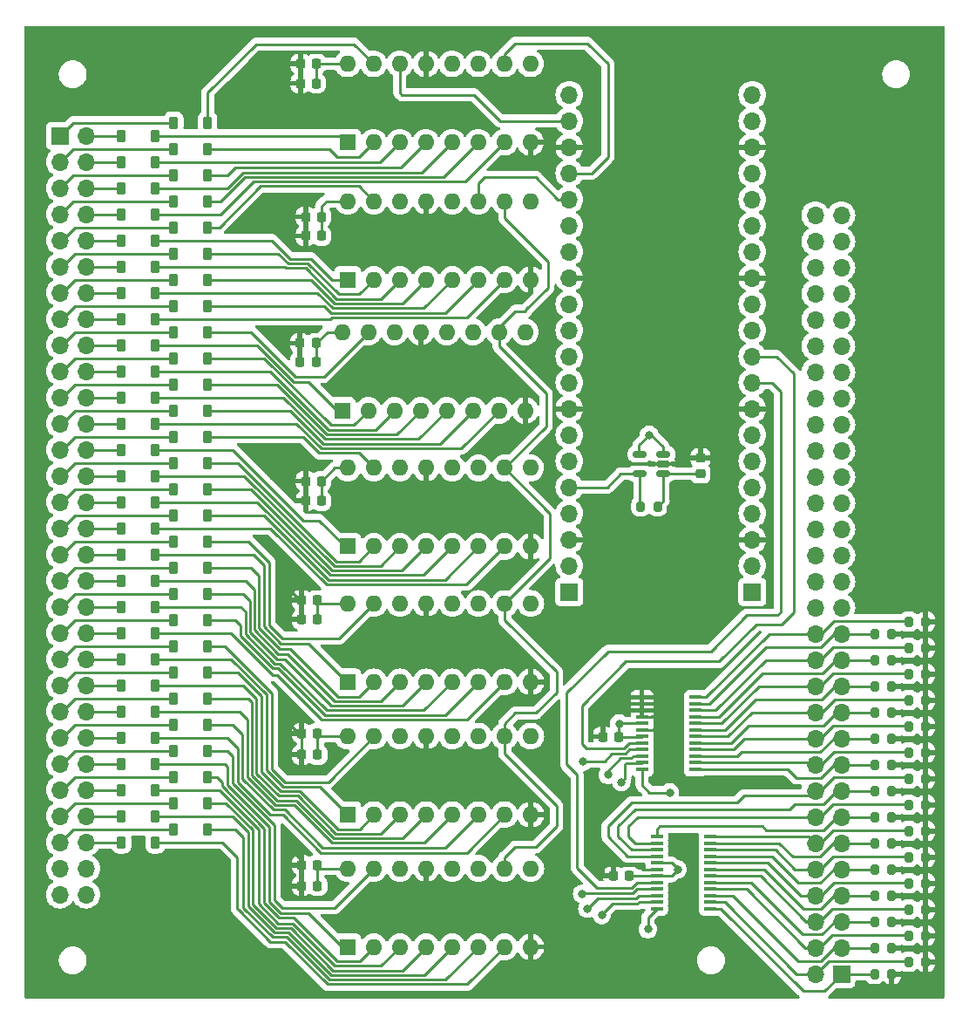
<source format=gbr>
%TF.GenerationSoftware,KiCad,Pcbnew,7.0.7*%
%TF.CreationDate,2023-10-12T19:01:10-04:00*%
%TF.ProjectId,PCB_final,5043425f-6669-46e6-916c-2e6b69636164,rev?*%
%TF.SameCoordinates,Original*%
%TF.FileFunction,Copper,L1,Top*%
%TF.FilePolarity,Positive*%
%FSLAX46Y46*%
G04 Gerber Fmt 4.6, Leading zero omitted, Abs format (unit mm)*
G04 Created by KiCad (PCBNEW 7.0.7) date 2023-10-12 19:01:10*
%MOMM*%
%LPD*%
G01*
G04 APERTURE LIST*
G04 Aperture macros list*
%AMRoundRect*
0 Rectangle with rounded corners*
0 $1 Rounding radius*
0 $2 $3 $4 $5 $6 $7 $8 $9 X,Y pos of 4 corners*
0 Add a 4 corners polygon primitive as box body*
4,1,4,$2,$3,$4,$5,$6,$7,$8,$9,$2,$3,0*
0 Add four circle primitives for the rounded corners*
1,1,$1+$1,$2,$3*
1,1,$1+$1,$4,$5*
1,1,$1+$1,$6,$7*
1,1,$1+$1,$8,$9*
0 Add four rect primitives between the rounded corners*
20,1,$1+$1,$2,$3,$4,$5,0*
20,1,$1+$1,$4,$5,$6,$7,0*
20,1,$1+$1,$6,$7,$8,$9,0*
20,1,$1+$1,$8,$9,$2,$3,0*%
G04 Aperture macros list end*
%TA.AperFunction,SMDPad,CuDef*%
%ADD10RoundRect,0.225000X0.225000X0.250000X-0.225000X0.250000X-0.225000X-0.250000X0.225000X-0.250000X0*%
%TD*%
%TA.AperFunction,SMDPad,CuDef*%
%ADD11RoundRect,0.225000X-0.225000X-0.375000X0.225000X-0.375000X0.225000X0.375000X-0.225000X0.375000X0*%
%TD*%
%TA.AperFunction,SMDPad,CuDef*%
%ADD12RoundRect,0.200000X-0.200000X-0.275000X0.200000X-0.275000X0.200000X0.275000X-0.200000X0.275000X0*%
%TD*%
%TA.AperFunction,ComponentPad*%
%ADD13R,1.600000X1.600000*%
%TD*%
%TA.AperFunction,ComponentPad*%
%ADD14O,1.600000X1.600000*%
%TD*%
%TA.AperFunction,ComponentPad*%
%ADD15R,1.700000X1.700000*%
%TD*%
%TA.AperFunction,ComponentPad*%
%ADD16O,1.700000X1.700000*%
%TD*%
%TA.AperFunction,SMDPad,CuDef*%
%ADD17RoundRect,0.225000X0.250000X-0.225000X0.250000X0.225000X-0.250000X0.225000X-0.250000X-0.225000X0*%
%TD*%
%TA.AperFunction,SMDPad,CuDef*%
%ADD18R,1.200000X0.400000*%
%TD*%
%TA.AperFunction,SMDPad,CuDef*%
%ADD19RoundRect,0.150000X0.512500X0.150000X-0.512500X0.150000X-0.512500X-0.150000X0.512500X-0.150000X0*%
%TD*%
%TA.AperFunction,ViaPad*%
%ADD20C,0.800000*%
%TD*%
%TA.AperFunction,Conductor*%
%ADD21C,0.250000*%
%TD*%
G04 APERTURE END LIST*
D10*
%TO.P,C8,1*%
%TO.N,+3V3*%
X122168708Y-106429455D03*
%TO.P,C8,2*%
%TO.N,GND*%
X120618708Y-106429455D03*
%TD*%
D11*
%TO.P,D35,1,K*%
%TO.N,Net-(D35-K)*%
X102725708Y-86201727D03*
%TO.P,D35,2,A*%
%TO.N,/Interface Board/SOUT14*%
X106025708Y-86201727D03*
%TD*%
%TO.P,D36,1,K*%
%TO.N,Net-(D36-K)*%
X102725708Y-88741727D03*
%TO.P,D36,2,A*%
%TO.N,/Interface Board/SOUT16*%
X106025708Y-88741727D03*
%TD*%
%TO.P,D2,1,K*%
%TO.N,Net-(D2-K)*%
X107805708Y-72231727D03*
%TO.P,D2,2,A*%
%TO.N,/Interface Board/SOUT3*%
X111105708Y-72231727D03*
%TD*%
D12*
%TO.P,R3,1*%
%TO.N,/Interface Board/ADC_IN3*%
X175928328Y-149797397D03*
%TO.P,R3,2*%
%TO.N,GND*%
X177578328Y-149797397D03*
%TD*%
D11*
%TO.P,D54,1,K*%
%TO.N,Net-(D54-K)*%
X102725708Y-134461727D03*
%TO.P,D54,2,A*%
%TO.N,/Interface Board/SOUT52*%
X106025708Y-134461727D03*
%TD*%
D10*
%TO.P,C9,1*%
%TO.N,+3V3*%
X121787186Y-116054020D03*
%TO.P,C9,2*%
%TO.N,GND*%
X120237186Y-116054020D03*
%TD*%
D11*
%TO.P,D18,1,K*%
%TO.N,Net-(D18-K)*%
X107805708Y-112871727D03*
%TO.P,D18,2,A*%
%TO.N,/Interface Board/SOUT35*%
X111105708Y-112871727D03*
%TD*%
%TO.P,D45,1,K*%
%TO.N,Net-(D45-K)*%
X102725708Y-111601727D03*
%TO.P,D45,2,A*%
%TO.N,/Interface Board/SOUT34*%
X106025708Y-111601727D03*
%TD*%
%TO.P,D25,1,K*%
%TO.N,Net-(D25-K)*%
X107805708Y-130651727D03*
%TO.P,D25,2,A*%
%TO.N,/Interface Board/SOUT49*%
X111105708Y-130651727D03*
%TD*%
%TO.P,D15,1,K*%
%TO.N,Net-(D15-K)*%
X107805708Y-105251727D03*
%TO.P,D15,2,A*%
%TO.N,/Interface Board/SOUT29*%
X111105708Y-105251727D03*
%TD*%
D12*
%TO.P,R13,1*%
%TO.N,/Interface Board/ADC_IN13*%
X175928328Y-137097397D03*
%TO.P,R13,2*%
%TO.N,GND*%
X177578328Y-137097397D03*
%TD*%
D10*
%TO.P,C14,1*%
%TO.N,+3V3*%
X121787186Y-143780959D03*
%TO.P,C14,2*%
%TO.N,GND*%
X120237186Y-143780959D03*
%TD*%
D11*
%TO.P,D11,1,K*%
%TO.N,Net-(D11-K)*%
X107805708Y-95091727D03*
%TO.P,D11,2,A*%
%TO.N,/Interface Board/SOUT21*%
X111105708Y-95091727D03*
%TD*%
%TO.P,D31,1,K*%
%TO.N,Net-(D31-K)*%
X102725708Y-76041727D03*
%TO.P,D31,2,A*%
%TO.N,/Interface Board/SOUT6*%
X106025708Y-76041727D03*
%TD*%
%TO.P,D55,1,K*%
%TO.N,Net-(D55-K)*%
X102725708Y-137001727D03*
%TO.P,D55,2,A*%
%TO.N,/Interface Board/SOUT54*%
X106025708Y-137001727D03*
%TD*%
D12*
%TO.P,R18,1*%
%TO.N,/Interface Board/ADC_IN18*%
X179226682Y-130831965D03*
%TO.P,R18,2*%
%TO.N,GND*%
X180876682Y-130831965D03*
%TD*%
D11*
%TO.P,D10,1,K*%
%TO.N,Net-(D10-K)*%
X107805708Y-92551727D03*
%TO.P,D10,2,A*%
%TO.N,/Interface Board/SOUT19*%
X111105708Y-92551727D03*
%TD*%
%TO.P,D30,1,K*%
%TO.N,Net-(D30-K)*%
X102725708Y-73501727D03*
%TO.P,D30,2,A*%
%TO.N,/Interface Board/SOUT4*%
X106025708Y-73501727D03*
%TD*%
%TO.P,D43,1,K*%
%TO.N,Net-(D43-K)*%
X102725708Y-106521727D03*
%TO.P,D43,2,A*%
%TO.N,/Interface Board/SOUT30*%
X106025708Y-106521727D03*
%TD*%
D12*
%TO.P,R27,1*%
%TO.N,/Interface Board/ADC_IN27*%
X175928328Y-119317397D03*
%TO.P,R27,2*%
%TO.N,GND*%
X177578328Y-119317397D03*
%TD*%
%TO.P,R20,1*%
%TO.N,/Interface Board/ADC_IN20*%
X179226682Y-128291965D03*
%TO.P,R20,2*%
%TO.N,GND*%
X180876682Y-128291965D03*
%TD*%
D11*
%TO.P,D56,2,A*%
%TO.N,/Interface Board/SOUT56*%
X106025708Y-139541727D03*
%TO.P,D56,1,K*%
%TO.N,Net-(D56-K)*%
X102725708Y-139541727D03*
%TD*%
D10*
%TO.P,C10,1*%
%TO.N,+3V3*%
X121787186Y-117926861D03*
%TO.P,C10,2*%
%TO.N,GND*%
X120237186Y-117926861D03*
%TD*%
D12*
%TO.P,R25,1*%
%TO.N,/Interface Board/ADC_IN25*%
X175928328Y-121857397D03*
%TO.P,R25,2*%
%TO.N,GND*%
X177578328Y-121857397D03*
%TD*%
%TO.P,R9,1*%
%TO.N,/Interface Board/ADC_IN9*%
X175928328Y-142177397D03*
%TO.P,R9,2*%
%TO.N,GND*%
X177578328Y-142177397D03*
%TD*%
D13*
%TO.P,U2,1,QB*%
%TO.N,/Interface Board/SOUT10*%
X124725708Y-84931727D03*
D14*
%TO.P,U2,2,QC*%
%TO.N,/Interface Board/SOUT11*%
X127265708Y-84931727D03*
%TO.P,U2,3,QD*%
%TO.N,/Interface Board/SOUT12*%
X129805708Y-84931727D03*
%TO.P,U2,4,QE*%
%TO.N,/Interface Board/SOUT13*%
X132345708Y-84931727D03*
%TO.P,U2,5,QF*%
%TO.N,/Interface Board/SOUT14*%
X134885708Y-84931727D03*
%TO.P,U2,6,QG*%
%TO.N,/Interface Board/SOUT15*%
X137425708Y-84931727D03*
%TO.P,U2,7,QH*%
%TO.N,/Interface Board/SOUT16*%
X139965708Y-84931727D03*
%TO.P,U2,8,GND*%
%TO.N,GND*%
X142505708Y-84931727D03*
%TO.P,U2,9,QH'*%
%TO.N,Net-(U2-QH')*%
X142505708Y-77311727D03*
%TO.P,U2,10,~{SRCLR}*%
%TO.N,/Interface Board/SH_CLR*%
X139965708Y-77311727D03*
%TO.P,U2,11,SRCLK*%
%TO.N,/Interface Board/SH_CLK*%
X137425708Y-77311727D03*
%TO.P,U2,12,RCLK*%
X134885708Y-77311727D03*
%TO.P,U2,13,~{OE}*%
%TO.N,GND*%
X132345708Y-77311727D03*
%TO.P,U2,14,SER*%
%TO.N,Net-(U1-QH')*%
X129805708Y-77311727D03*
%TO.P,U2,15,QA*%
%TO.N,/Interface Board/SOUT9*%
X127265708Y-77311727D03*
%TO.P,U2,16,VCC*%
%TO.N,+3V3*%
X124725708Y-77311727D03*
%TD*%
D11*
%TO.P,D19,1,K*%
%TO.N,Net-(D19-K)*%
X107805708Y-115411727D03*
%TO.P,D19,2,A*%
%TO.N,/Interface Board/SOUT37*%
X111105708Y-115411727D03*
%TD*%
D15*
%TO.P,J5,1,Pin_1*%
%TO.N,unconnected-(J5-Pin_1-Pad1)*%
X146250708Y-115255141D03*
D16*
%TO.P,J5,2,Pin_2*%
%TO.N,unconnected-(J5-Pin_2-Pad2)*%
X146250708Y-112715141D03*
%TO.P,J5,3,Pin_3*%
%TO.N,GND*%
X146250708Y-110175141D03*
%TO.P,J5,4,Pin_4*%
%TO.N,unconnected-(J5-Pin_4-Pad4)*%
X146250708Y-107635141D03*
%TO.P,J5,5,Pin_5*%
%TO.N,/Interface Board/3V3_Pico*%
X146250708Y-105095141D03*
%TO.P,J5,6,Pin_6*%
%TO.N,unconnected-(J5-Pin_6-Pad6)*%
X146250708Y-102555141D03*
%TO.P,J5,7,Pin_7*%
%TO.N,unconnected-(J5-Pin_7-Pad7)*%
X146250708Y-100015141D03*
%TO.P,J5,8,Pin_8*%
%TO.N,GND*%
X146250708Y-97475141D03*
%TO.P,J5,9,Pin_9*%
%TO.N,unconnected-(J5-Pin_9-Pad9)*%
X146250708Y-94935141D03*
%TO.P,J5,10,Pin_10*%
%TO.N,unconnected-(J5-Pin_10-Pad10)*%
X146250708Y-92395141D03*
%TO.P,J5,11,Pin_11*%
%TO.N,unconnected-(J5-Pin_11-Pad11)*%
X146250708Y-89855141D03*
%TO.P,J5,12,Pin_12*%
%TO.N,unconnected-(J5-Pin_12-Pad12)*%
X146250708Y-87315141D03*
%TO.P,J5,13,Pin_13*%
%TO.N,GND*%
X146250708Y-84775141D03*
%TO.P,J5,14,Pin_14*%
%TO.N,unconnected-(J5-Pin_14-Pad14)*%
X146250708Y-82235141D03*
%TO.P,J5,15,Pin_15*%
%TO.N,unconnected-(J5-Pin_15-Pad15)*%
X146250708Y-79695141D03*
%TO.P,J5,16,Pin_16*%
%TO.N,/Interface Board/SH_CLK*%
X146250708Y-77155141D03*
%TO.P,J5,17,Pin_17*%
%TO.N,/Interface Board/SH_CLR*%
X146250708Y-74615141D03*
%TO.P,J5,18,Pin_18*%
%TO.N,GND*%
X146250708Y-72075141D03*
%TO.P,J5,19,Pin_19*%
%TO.N,/Interface Board/SH_SERIN*%
X146250708Y-69535141D03*
%TO.P,J5,20,Pin_20*%
%TO.N,/Interface Board/SH_SEROUT*%
X146250708Y-66995141D03*
%TD*%
D11*
%TO.P,D9,1,K*%
%TO.N,Net-(D9-K)*%
X107805708Y-90011727D03*
%TO.P,D9,2,A*%
%TO.N,/Interface Board/SOUT17*%
X111105708Y-90011727D03*
%TD*%
D12*
%TO.P,R26,1*%
%TO.N,/Interface Board/ADC_IN26*%
X179226682Y-120671965D03*
%TO.P,R26,2*%
%TO.N,GND*%
X180876682Y-120671965D03*
%TD*%
D10*
%TO.P,C2,1*%
%TO.N,+3V3*%
X121660708Y-65881727D03*
%TO.P,C2,2*%
%TO.N,GND*%
X120110708Y-65881727D03*
%TD*%
D12*
%TO.P,R24,1*%
%TO.N,/Interface Board/ADC_IN24*%
X179226682Y-123211965D03*
%TO.P,R24,2*%
%TO.N,GND*%
X180876682Y-123211965D03*
%TD*%
D10*
%TO.P,C16,1*%
%TO.N,+3V3*%
X151058528Y-129294598D03*
%TO.P,C16,2*%
%TO.N,GND*%
X149508528Y-129294598D03*
%TD*%
D15*
%TO.P,J1,1,Pin_1*%
%TO.N,Net-(D1-K)*%
X96755708Y-70961727D03*
D16*
%TO.P,J1,2,Pin_2*%
%TO.N,Net-(D29-K)*%
X99295708Y-70961727D03*
%TO.P,J1,3,Pin_3*%
%TO.N,Net-(D2-K)*%
X96755708Y-73501727D03*
%TO.P,J1,4,Pin_4*%
%TO.N,Net-(D30-K)*%
X99295708Y-73501727D03*
%TO.P,J1,5,Pin_5*%
%TO.N,Net-(D3-K)*%
X96755708Y-76041727D03*
%TO.P,J1,6,Pin_6*%
%TO.N,Net-(D31-K)*%
X99295708Y-76041727D03*
%TO.P,J1,7,Pin_7*%
%TO.N,Net-(D4-K)*%
X96755708Y-78581727D03*
%TO.P,J1,8,Pin_8*%
%TO.N,Net-(D32-K)*%
X99295708Y-78581727D03*
%TO.P,J1,9,Pin_9*%
%TO.N,Net-(D5-K)*%
X96755708Y-81121727D03*
%TO.P,J1,10,Pin_10*%
%TO.N,Net-(D33-K)*%
X99295708Y-81121727D03*
%TO.P,J1,11,Pin_11*%
%TO.N,Net-(D6-K)*%
X96755708Y-83661727D03*
%TO.P,J1,12,Pin_12*%
%TO.N,Net-(D34-K)*%
X99295708Y-83661727D03*
%TO.P,J1,13,Pin_13*%
%TO.N,Net-(D7-K)*%
X96755708Y-86201727D03*
%TO.P,J1,14,Pin_14*%
%TO.N,Net-(D35-K)*%
X99295708Y-86201727D03*
%TO.P,J1,15,Pin_15*%
%TO.N,Net-(D8-K)*%
X96755708Y-88741727D03*
%TO.P,J1,16,Pin_16*%
%TO.N,Net-(D36-K)*%
X99295708Y-88741727D03*
%TO.P,J1,17,Pin_17*%
%TO.N,Net-(D9-K)*%
X96755708Y-91281727D03*
%TO.P,J1,18,Pin_18*%
%TO.N,Net-(D37-K)*%
X99295708Y-91281727D03*
%TO.P,J1,19,Pin_19*%
%TO.N,Net-(D10-K)*%
X96755708Y-93821727D03*
%TO.P,J1,20,Pin_20*%
%TO.N,Net-(D38-K)*%
X99295708Y-93821727D03*
%TO.P,J1,21,Pin_21*%
%TO.N,Net-(D11-K)*%
X96755708Y-96361727D03*
%TO.P,J1,22,Pin_22*%
%TO.N,Net-(D39-K)*%
X99295708Y-96361727D03*
%TO.P,J1,23,Pin_23*%
%TO.N,Net-(D12-K)*%
X96755708Y-98901727D03*
%TO.P,J1,24,Pin_24*%
%TO.N,Net-(D40-K)*%
X99295708Y-98901727D03*
%TO.P,J1,25,Pin_25*%
%TO.N,Net-(D13-K)*%
X96755708Y-101441727D03*
%TO.P,J1,26,Pin_26*%
%TO.N,Net-(D41-K)*%
X99295708Y-101441727D03*
%TO.P,J1,27,Pin_27*%
%TO.N,Net-(D14-K)*%
X96755708Y-103981727D03*
%TO.P,J1,28,Pin_28*%
%TO.N,Net-(D42-K)*%
X99295708Y-103981727D03*
%TO.P,J1,29,Pin_29*%
%TO.N,Net-(D15-K)*%
X96755708Y-106521727D03*
%TO.P,J1,30,Pin_30*%
%TO.N,Net-(D43-K)*%
X99295708Y-106521727D03*
%TO.P,J1,31,Pin_31*%
%TO.N,Net-(D16-K)*%
X96755708Y-109061727D03*
%TO.P,J1,32,Pin_32*%
%TO.N,Net-(D44-K)*%
X99295708Y-109061727D03*
%TO.P,J1,33,Pin_33*%
%TO.N,Net-(D17-K)*%
X96755708Y-111601727D03*
%TO.P,J1,34,Pin_34*%
%TO.N,Net-(D45-K)*%
X99295708Y-111601727D03*
%TO.P,J1,35,Pin_35*%
%TO.N,Net-(D18-K)*%
X96755708Y-114141727D03*
%TO.P,J1,36,Pin_36*%
%TO.N,Net-(D46-K)*%
X99295708Y-114141727D03*
%TO.P,J1,37,Pin_37*%
%TO.N,Net-(D19-K)*%
X96755708Y-116681727D03*
%TO.P,J1,38,Pin_38*%
%TO.N,Net-(D47-K)*%
X99295708Y-116681727D03*
%TO.P,J1,39,Pin_39*%
%TO.N,Net-(D20-K)*%
X96755708Y-119221727D03*
%TO.P,J1,40,Pin_40*%
%TO.N,Net-(D48-K)*%
X99295708Y-119221727D03*
%TO.P,J1,41,Pin_41*%
%TO.N,Net-(D21-K)*%
X96755708Y-121761727D03*
%TO.P,J1,42,Pin_42*%
%TO.N,Net-(D49-K)*%
X99295708Y-121761727D03*
%TO.P,J1,43,Pin_43*%
%TO.N,Net-(D22-K)*%
X96755708Y-124301727D03*
%TO.P,J1,44,Pin_44*%
%TO.N,Net-(D50-K)*%
X99295708Y-124301727D03*
%TO.P,J1,45,Pin_45*%
%TO.N,Net-(D23-K)*%
X96755708Y-126841727D03*
%TO.P,J1,46,Pin_46*%
%TO.N,Net-(D51-K)*%
X99295708Y-126841727D03*
%TO.P,J1,47,Pin_47*%
%TO.N,Net-(D24-K)*%
X96755708Y-129381727D03*
%TO.P,J1,48,Pin_48*%
%TO.N,Net-(D52-K)*%
X99295708Y-129381727D03*
%TO.P,J1,49,Pin_49*%
%TO.N,Net-(D25-K)*%
X96755708Y-131921727D03*
%TO.P,J1,50,Pin_50*%
%TO.N,Net-(D53-K)*%
X99295708Y-131921727D03*
%TO.P,J1,51,Pin_51*%
%TO.N,Net-(D26-K)*%
X96755708Y-134461727D03*
%TO.P,J1,52,Pin_52*%
%TO.N,Net-(D54-K)*%
X99295708Y-134461727D03*
%TO.P,J1,53,Pin_53*%
%TO.N,Net-(D27-K)*%
X96755708Y-137001727D03*
%TO.P,J1,54,Pin_54*%
%TO.N,Net-(D55-K)*%
X99295708Y-137001727D03*
%TO.P,J1,55,Pin_55*%
%TO.N,Net-(D28-K)*%
X96755708Y-139541727D03*
%TO.P,J1,56,Pin_56*%
%TO.N,Net-(D56-K)*%
X99295708Y-139541727D03*
%TO.P,J1,57,Pin_57*%
%TO.N,unconnected-(J1-Pin_57-Pad57)*%
X96755708Y-142081727D03*
%TO.P,J1,58,Pin_58*%
%TO.N,unconnected-(J1-Pin_58-Pad58)*%
X99295708Y-142081727D03*
%TO.P,J1,59,Pin_59*%
%TO.N,unconnected-(J1-Pin_59-Pad59)*%
X96755708Y-144621727D03*
%TO.P,J1,60,Pin_60*%
%TO.N,unconnected-(J1-Pin_60-Pad60)*%
X99295708Y-144621727D03*
%TD*%
D12*
%TO.P,R11,1*%
%TO.N,/Interface Board/ADC_IN11*%
X175928328Y-139637397D03*
%TO.P,R11,2*%
%TO.N,GND*%
X177578328Y-139637397D03*
%TD*%
D10*
%TO.P,C7,1*%
%TO.N,+3V3*%
X122168708Y-104489727D03*
%TO.P,C7,2*%
%TO.N,GND*%
X120618708Y-104489727D03*
%TD*%
%TO.P,C5,1*%
%TO.N,+3V3*%
X121630708Y-91108373D03*
%TO.P,C5,2*%
%TO.N,GND*%
X120080708Y-91108373D03*
%TD*%
D13*
%TO.P,U6,1,QB*%
%TO.N,/Interface Board/SOUT42*%
X124725708Y-136870022D03*
D14*
%TO.P,U6,2,QC*%
%TO.N,/Interface Board/SOUT43*%
X127265708Y-136870022D03*
%TO.P,U6,3,QD*%
%TO.N,/Interface Board/SOUT44*%
X129805708Y-136870022D03*
%TO.P,U6,4,QE*%
%TO.N,/Interface Board/SOUT45*%
X132345708Y-136870022D03*
%TO.P,U6,5,QF*%
%TO.N,/Interface Board/SOUT46*%
X134885708Y-136870022D03*
%TO.P,U6,6,QG*%
%TO.N,/Interface Board/SOUT47*%
X137425708Y-136870022D03*
%TO.P,U6,7,QH*%
%TO.N,/Interface Board/SOUT48*%
X139965708Y-136870022D03*
%TO.P,U6,8,GND*%
%TO.N,GND*%
X142505708Y-136870022D03*
%TO.P,U6,9,QH'*%
%TO.N,Net-(U6-QH')*%
X142505708Y-129250022D03*
%TO.P,U6,10,~{SRCLR}*%
%TO.N,/Interface Board/SH_CLR*%
X139965708Y-129250022D03*
%TO.P,U6,11,SRCLK*%
%TO.N,/Interface Board/SH_CLK*%
X137425708Y-129250022D03*
%TO.P,U6,12,RCLK*%
X134885708Y-129250022D03*
%TO.P,U6,13,~{OE}*%
%TO.N,GND*%
X132345708Y-129250022D03*
%TO.P,U6,14,SER*%
%TO.N,Net-(U5-QH')*%
X129805708Y-129250022D03*
%TO.P,U6,15,QA*%
%TO.N,/Interface Board/SOUT41*%
X127265708Y-129250022D03*
%TO.P,U6,16,VCC*%
%TO.N,+3V3*%
X124725708Y-129250022D03*
%TD*%
D11*
%TO.P,D8,1,K*%
%TO.N,Net-(D8-K)*%
X107805708Y-87471727D03*
%TO.P,D8,2,A*%
%TO.N,/Interface Board/SOUT15*%
X111105708Y-87471727D03*
%TD*%
%TO.P,D44,1,K*%
%TO.N,Net-(D44-K)*%
X102725708Y-109061727D03*
%TO.P,D44,2,A*%
%TO.N,/Interface Board/SOUT32*%
X106025708Y-109061727D03*
%TD*%
D12*
%TO.P,R4,2*%
%TO.N,GND*%
X180876682Y-148611965D03*
%TO.P,R4,1*%
%TO.N,/Interface Board/ADC_IN4*%
X179226682Y-148611965D03*
%TD*%
%TO.P,R14,1*%
%TO.N,/Interface Board/ADC_IN14*%
X179226682Y-135911965D03*
%TO.P,R14,2*%
%TO.N,GND*%
X180876682Y-135911965D03*
%TD*%
D11*
%TO.P,D42,1,K*%
%TO.N,Net-(D42-K)*%
X102725708Y-103981727D03*
%TO.P,D42,2,A*%
%TO.N,/Interface Board/SOUT28*%
X106025708Y-103981727D03*
%TD*%
D17*
%TO.P,C17,1*%
%TO.N,Net-(U10-+)*%
X159000000Y-103775000D03*
%TO.P,C17,2*%
%TO.N,GND*%
X159000000Y-102225000D03*
%TD*%
D13*
%TO.P,U3,1,QB*%
%TO.N,/Interface Board/SOUT18*%
X124187708Y-97631727D03*
D14*
%TO.P,U3,2,QC*%
%TO.N,/Interface Board/SOUT19*%
X126727708Y-97631727D03*
%TO.P,U3,3,QD*%
%TO.N,/Interface Board/SOUT20*%
X129267708Y-97631727D03*
%TO.P,U3,4,QE*%
%TO.N,/Interface Board/SOUT21*%
X131807708Y-97631727D03*
%TO.P,U3,5,QF*%
%TO.N,/Interface Board/SOUT22*%
X134347708Y-97631727D03*
%TO.P,U3,6,QG*%
%TO.N,/Interface Board/SOUT23*%
X136887708Y-97631727D03*
%TO.P,U3,7,QH*%
%TO.N,/Interface Board/SOUT24*%
X139427708Y-97631727D03*
%TO.P,U3,8,GND*%
%TO.N,GND*%
X141967708Y-97631727D03*
%TO.P,U3,9,QH'*%
%TO.N,Net-(U3-QH')*%
X141967708Y-90011727D03*
%TO.P,U3,10,~{SRCLR}*%
%TO.N,/Interface Board/SH_CLR*%
X139427708Y-90011727D03*
%TO.P,U3,11,SRCLK*%
%TO.N,/Interface Board/SH_CLK*%
X136887708Y-90011727D03*
%TO.P,U3,12,RCLK*%
X134347708Y-90011727D03*
%TO.P,U3,13,~{OE}*%
%TO.N,GND*%
X131807708Y-90011727D03*
%TO.P,U3,14,SER*%
%TO.N,Net-(U2-QH')*%
X129267708Y-90011727D03*
%TO.P,U3,15,QA*%
%TO.N,/Interface Board/SOUT17*%
X126727708Y-90011727D03*
%TO.P,U3,16,VCC*%
%TO.N,+3V3*%
X124187708Y-90011727D03*
%TD*%
D12*
%TO.P,R28,1*%
%TO.N,/Interface Board/ADC_IN28*%
X179226682Y-118131965D03*
%TO.P,R28,2*%
%TO.N,GND*%
X180876682Y-118131965D03*
%TD*%
D11*
%TO.P,D32,1,K*%
%TO.N,Net-(D32-K)*%
X102725708Y-78581727D03*
%TO.P,D32,2,A*%
%TO.N,/Interface Board/SOUT8*%
X106025708Y-78581727D03*
%TD*%
D18*
%TO.P,U9,1,AIN0*%
%TO.N,/Interface Board/ADC_IN17*%
X158517328Y-132461897D03*
%TO.P,U9,2,AIN1*%
%TO.N,/Interface Board/ADC_IN18*%
X158517328Y-131826897D03*
%TO.P,U9,3,AIN2*%
%TO.N,/Interface Board/ADC_IN19*%
X158517328Y-131191897D03*
%TO.P,U9,4,AIN3*%
%TO.N,/Interface Board/ADC_IN20*%
X158517328Y-130556897D03*
%TO.P,U9,5,AIN4*%
%TO.N,/Interface Board/ADC_IN21*%
X158517328Y-129921897D03*
%TO.P,U9,6,AIN5*%
%TO.N,/Interface Board/ADC_IN22*%
X158517328Y-129286897D03*
%TO.P,U9,7,AIN6*%
%TO.N,/Interface Board/ADC_IN23*%
X158517328Y-128651897D03*
%TO.P,U9,8,AIN7*%
%TO.N,/Interface Board/ADC_IN24*%
X158517328Y-128016897D03*
%TO.P,U9,9,AIN8*%
%TO.N,/Interface Board/ADC_IN25*%
X158517328Y-127381897D03*
%TO.P,U9,10,AIN9*%
%TO.N,/Interface Board/ADC_IN26*%
X158517328Y-126746897D03*
%TO.P,U9,11,AIN10*%
%TO.N,/Interface Board/ADC_IN27*%
X158517328Y-126111897D03*
%TO.P,U9,12,AIN11*%
%TO.N,/Interface Board/ADC_IN28*%
X158517328Y-125476897D03*
%TO.P,U9,13,AIN12*%
%TO.N,GND*%
X153317328Y-125476897D03*
%TO.P,U9,14,AIN13*%
X153317328Y-126111897D03*
%TO.P,U9,15,AIN14*%
X153317328Y-126746897D03*
%TO.P,U9,16,AIN15*%
X153317328Y-127381897D03*
%TO.P,U9,17,REF*%
%TO.N,+3V3*%
X153317328Y-128016897D03*
%TO.P,U9,18,GND*%
%TO.N,GND*%
X153317328Y-128651897D03*
%TO.P,U9,19,VDD*%
%TO.N,+3V3*%
X153317328Y-129286897D03*
%TO.P,U9,20,CS*%
%TO.N,/Interface Board/CS1*%
X153317328Y-129921897D03*
%TO.P,U9,21,SCLK*%
%TO.N,/Interface Board/SPI0_SCK*%
X153317328Y-130556897D03*
%TO.P,U9,22,DIN*%
%TO.N,/Interface Board/SPI0_TX*%
X153317328Y-131191897D03*
%TO.P,U9,23,DOUT*%
%TO.N,/Interface Board/SPI0_RX*%
X153317328Y-131826897D03*
%TO.P,U9,24,EOC*%
%TO.N,/Interface Board/ADC2_EOC*%
X153317328Y-132461897D03*
%TD*%
D11*
%TO.P,D5,1,K*%
%TO.N,Net-(D5-K)*%
X107805708Y-79851727D03*
%TO.P,D5,2,A*%
%TO.N,/Interface Board/SOUT9*%
X111105708Y-79851727D03*
%TD*%
D12*
%TO.P,R2,2*%
%TO.N,GND*%
X180876682Y-151151965D03*
%TO.P,R2,1*%
%TO.N,/Interface Board/ADC_IN2*%
X179226682Y-151151965D03*
%TD*%
D11*
%TO.P,D28,1,K*%
%TO.N,Net-(D28-K)*%
X107805708Y-138271727D03*
%TO.P,D28,2,A*%
%TO.N,/Interface Board/SOUT55*%
X111105708Y-138271727D03*
%TD*%
D10*
%TO.P,C4,1*%
%TO.N,+3V3*%
X122168708Y-80693704D03*
%TO.P,C4,2*%
%TO.N,GND*%
X120618708Y-80693704D03*
%TD*%
D11*
%TO.P,D47,1,K*%
%TO.N,Net-(D47-K)*%
X102725708Y-116681727D03*
%TO.P,D47,2,A*%
%TO.N,/Interface Board/SOUT38*%
X106025708Y-116681727D03*
%TD*%
D13*
%TO.P,U7,1,QB*%
%TO.N,/Interface Board/SOUT50*%
X124725708Y-149701727D03*
D14*
%TO.P,U7,2,QC*%
%TO.N,/Interface Board/SOUT51*%
X127265708Y-149701727D03*
%TO.P,U7,3,QD*%
%TO.N,/Interface Board/SOUT52*%
X129805708Y-149701727D03*
%TO.P,U7,4,QE*%
%TO.N,/Interface Board/SOUT53*%
X132345708Y-149701727D03*
%TO.P,U7,5,QF*%
%TO.N,/Interface Board/SOUT54*%
X134885708Y-149701727D03*
%TO.P,U7,6,QG*%
%TO.N,/Interface Board/SOUT55*%
X137425708Y-149701727D03*
%TO.P,U7,7,QH*%
%TO.N,/Interface Board/SOUT56*%
X139965708Y-149701727D03*
%TO.P,U7,8,GND*%
%TO.N,GND*%
X142505708Y-149701727D03*
%TO.P,U7,9,QH'*%
%TO.N,/Interface Board/SER_OUT*%
X142505708Y-142081727D03*
%TO.P,U7,10,~{SRCLR}*%
%TO.N,/Interface Board/SH_CLR*%
X139965708Y-142081727D03*
%TO.P,U7,11,SRCLK*%
%TO.N,/Interface Board/SH_CLK*%
X137425708Y-142081727D03*
%TO.P,U7,12,RCLK*%
X134885708Y-142081727D03*
%TO.P,U7,13,~{OE}*%
%TO.N,GND*%
X132345708Y-142081727D03*
%TO.P,U7,14,SER*%
%TO.N,Net-(U6-QH')*%
X129805708Y-142081727D03*
%TO.P,U7,15,QA*%
%TO.N,/Interface Board/SOUT49*%
X127265708Y-142081727D03*
%TO.P,U7,16,VCC*%
%TO.N,+3V3*%
X124725708Y-142081727D03*
%TD*%
D13*
%TO.P,U4,1,QB*%
%TO.N,/Interface Board/SOUT26*%
X124710708Y-110829727D03*
D14*
%TO.P,U4,2,QC*%
%TO.N,/Interface Board/SOUT27*%
X127250708Y-110829727D03*
%TO.P,U4,3,QD*%
%TO.N,/Interface Board/SOUT28*%
X129790708Y-110829727D03*
%TO.P,U4,4,QE*%
%TO.N,/Interface Board/SOUT29*%
X132330708Y-110829727D03*
%TO.P,U4,5,QF*%
%TO.N,/Interface Board/SOUT30*%
X134870708Y-110829727D03*
%TO.P,U4,6,QG*%
%TO.N,/Interface Board/SOUT31*%
X137410708Y-110829727D03*
%TO.P,U4,7,QH*%
%TO.N,/Interface Board/SOUT32*%
X139950708Y-110829727D03*
%TO.P,U4,8,GND*%
%TO.N,GND*%
X142490708Y-110829727D03*
%TO.P,U4,9,QH'*%
%TO.N,/Interface Board/SER5*%
X142490708Y-103209727D03*
%TO.P,U4,10,~{SRCLR}*%
%TO.N,/Interface Board/SH_CLR*%
X139950708Y-103209727D03*
%TO.P,U4,11,SRCLK*%
%TO.N,/Interface Board/SH_CLK*%
X137410708Y-103209727D03*
%TO.P,U4,12,RCLK*%
X134870708Y-103209727D03*
%TO.P,U4,13,~{OE}*%
%TO.N,GND*%
X132330708Y-103209727D03*
%TO.P,U4,14,SER*%
%TO.N,Net-(U3-QH')*%
X129790708Y-103209727D03*
%TO.P,U4,15,QA*%
%TO.N,/Interface Board/SOUT25*%
X127250708Y-103209727D03*
%TO.P,U4,16,VCC*%
%TO.N,+3V3*%
X124710708Y-103209727D03*
%TD*%
D11*
%TO.P,D6,1,K*%
%TO.N,Net-(D6-K)*%
X107805708Y-82391727D03*
%TO.P,D6,2,A*%
%TO.N,/Interface Board/SOUT11*%
X111105708Y-82391727D03*
%TD*%
%TO.P,D14,1,K*%
%TO.N,Net-(D14-K)*%
X107805708Y-102711727D03*
%TO.P,D14,2,A*%
%TO.N,/Interface Board/SOUT27*%
X111105708Y-102711727D03*
%TD*%
%TO.P,D21,1,K*%
%TO.N,Net-(D21-K)*%
X107805708Y-120491727D03*
%TO.P,D21,2,A*%
%TO.N,/Interface Board/SOUT41*%
X111105708Y-120491727D03*
%TD*%
D10*
%TO.P,C12,1*%
%TO.N,+3V3*%
X121787186Y-131056588D03*
%TO.P,C12,2*%
%TO.N,GND*%
X120237186Y-131056588D03*
%TD*%
D11*
%TO.P,D34,1,K*%
%TO.N,Net-(D34-K)*%
X102725708Y-83661727D03*
%TO.P,D34,2,A*%
%TO.N,/Interface Board/SOUT12*%
X106025708Y-83661727D03*
%TD*%
D12*
%TO.P,R21,1*%
%TO.N,/Interface Board/ADC_IN21*%
X175928328Y-126937397D03*
%TO.P,R21,2*%
%TO.N,GND*%
X177578328Y-126937397D03*
%TD*%
D11*
%TO.P,D52,1,K*%
%TO.N,Net-(D52-K)*%
X102725708Y-129381727D03*
%TO.P,D52,2,A*%
%TO.N,/Interface Board/SOUT48*%
X106025708Y-129381727D03*
%TD*%
%TO.P,D53,1,K*%
%TO.N,Net-(D53-K)*%
X102725708Y-131921727D03*
%TO.P,D53,2,A*%
%TO.N,/Interface Board/SOUT50*%
X106025708Y-131921727D03*
%TD*%
%TO.P,D3,1,K*%
%TO.N,Net-(D3-K)*%
X107805708Y-74771727D03*
%TO.P,D3,2,A*%
%TO.N,/Interface Board/SOUT5*%
X111105708Y-74771727D03*
%TD*%
%TO.P,D22,1,K*%
%TO.N,Net-(D22-K)*%
X107805708Y-123031727D03*
%TO.P,D22,2,A*%
%TO.N,/Interface Board/SOUT43*%
X111105708Y-123031727D03*
%TD*%
D10*
%TO.P,C3,1*%
%TO.N,+3V3*%
X122168708Y-78835727D03*
%TO.P,C3,2*%
%TO.N,GND*%
X120618708Y-78835727D03*
%TD*%
D11*
%TO.P,D17,1,K*%
%TO.N,Net-(D17-K)*%
X107805708Y-110331727D03*
%TO.P,D17,2,A*%
%TO.N,/Interface Board/SOUT33*%
X111105708Y-110331727D03*
%TD*%
D10*
%TO.P,C6,1*%
%TO.N,+3V3*%
X121630708Y-92892031D03*
%TO.P,C6,2*%
%TO.N,GND*%
X120080708Y-92892031D03*
%TD*%
D15*
%TO.P,J2,1,Pin_1*%
%TO.N,/Interface Board/ADC_IN1*%
X172681328Y-152337397D03*
D16*
%TO.P,J2,2,Pin_2*%
%TO.N,/Interface Board/ADC_IN2*%
X170141328Y-152337397D03*
%TO.P,J2,3,Pin_3*%
%TO.N,/Interface Board/ADC_IN3*%
X172681328Y-149797397D03*
%TO.P,J2,4,Pin_4*%
%TO.N,/Interface Board/ADC_IN4*%
X170141328Y-149797397D03*
%TO.P,J2,5,Pin_5*%
%TO.N,/Interface Board/ADC_IN5*%
X172681328Y-147257397D03*
%TO.P,J2,6,Pin_6*%
%TO.N,/Interface Board/ADC_IN6*%
X170141328Y-147257397D03*
%TO.P,J2,7,Pin_7*%
%TO.N,/Interface Board/ADC_IN7*%
X172681328Y-144717397D03*
%TO.P,J2,8,Pin_8*%
%TO.N,/Interface Board/ADC_IN8*%
X170141328Y-144717397D03*
%TO.P,J2,9,Pin_9*%
%TO.N,/Interface Board/ADC_IN9*%
X172681328Y-142177397D03*
%TO.P,J2,10,Pin_10*%
%TO.N,/Interface Board/ADC_IN10*%
X170141328Y-142177397D03*
%TO.P,J2,11,Pin_11*%
%TO.N,/Interface Board/ADC_IN11*%
X172681328Y-139637397D03*
%TO.P,J2,12,Pin_12*%
%TO.N,/Interface Board/ADC_IN12*%
X170141328Y-139637397D03*
%TO.P,J2,13,Pin_13*%
%TO.N,/Interface Board/ADC_IN13*%
X172681328Y-137097397D03*
%TO.P,J2,14,Pin_14*%
%TO.N,/Interface Board/ADC_IN14*%
X170141328Y-137097397D03*
%TO.P,J2,15,Pin_15*%
%TO.N,/Interface Board/ADC_IN15*%
X172681328Y-134557397D03*
%TO.P,J2,16,Pin_16*%
%TO.N,/Interface Board/ADC_IN16*%
X170141328Y-134557397D03*
%TO.P,J2,17,Pin_17*%
%TO.N,/Interface Board/ADC_IN17*%
X172681328Y-132017397D03*
%TO.P,J2,18,Pin_18*%
%TO.N,/Interface Board/ADC_IN18*%
X170141328Y-132017397D03*
%TO.P,J2,19,Pin_19*%
%TO.N,/Interface Board/ADC_IN19*%
X172681328Y-129477397D03*
%TO.P,J2,20,Pin_20*%
%TO.N,/Interface Board/ADC_IN20*%
X170141328Y-129477397D03*
%TO.P,J2,21,Pin_21*%
%TO.N,/Interface Board/ADC_IN21*%
X172681328Y-126937397D03*
%TO.P,J2,22,Pin_22*%
%TO.N,/Interface Board/ADC_IN22*%
X170141328Y-126937397D03*
%TO.P,J2,23,Pin_23*%
%TO.N,/Interface Board/ADC_IN23*%
X172681328Y-124397397D03*
%TO.P,J2,24,Pin_24*%
%TO.N,/Interface Board/ADC_IN24*%
X170141328Y-124397397D03*
%TO.P,J2,25,Pin_25*%
%TO.N,/Interface Board/ADC_IN25*%
X172681328Y-121857397D03*
%TO.P,J2,26,Pin_26*%
%TO.N,/Interface Board/ADC_IN26*%
X170141328Y-121857397D03*
%TO.P,J2,27,Pin_27*%
%TO.N,/Interface Board/ADC_IN27*%
X172681328Y-119317397D03*
%TO.P,J2,28,Pin_28*%
%TO.N,/Interface Board/ADC_IN28*%
X170141328Y-119317397D03*
%TO.P,J2,29,Pin_29*%
%TO.N,unconnected-(J2-Pin_29-Pad29)*%
X172681328Y-116777397D03*
%TO.P,J2,30,Pin_30*%
%TO.N,unconnected-(J2-Pin_30-Pad30)*%
X170141328Y-116777397D03*
%TO.P,J2,31,Pin_31*%
%TO.N,unconnected-(J2-Pin_31-Pad31)*%
X172681328Y-114237397D03*
%TO.P,J2,32,Pin_32*%
%TO.N,unconnected-(J2-Pin_32-Pad32)*%
X170141328Y-114237397D03*
%TO.P,J2,33,Pin_33*%
%TO.N,unconnected-(J2-Pin_33-Pad33)*%
X172681328Y-111697397D03*
%TO.P,J2,34,Pin_34*%
%TO.N,unconnected-(J2-Pin_34-Pad34)*%
X170141328Y-111697397D03*
%TO.P,J2,35,Pin_35*%
%TO.N,unconnected-(J2-Pin_35-Pad35)*%
X172681328Y-109157397D03*
%TO.P,J2,36,Pin_36*%
%TO.N,unconnected-(J2-Pin_36-Pad36)*%
X170141328Y-109157397D03*
%TO.P,J2,37,Pin_37*%
%TO.N,unconnected-(J2-Pin_37-Pad37)*%
X172681328Y-106617397D03*
%TO.P,J2,38,Pin_38*%
%TO.N,unconnected-(J2-Pin_38-Pad38)*%
X170141328Y-106617397D03*
%TO.P,J2,39,Pin_39*%
%TO.N,unconnected-(J2-Pin_39-Pad39)*%
X172681328Y-104077397D03*
%TO.P,J2,40,Pin_40*%
%TO.N,unconnected-(J2-Pin_40-Pad40)*%
X170141328Y-104077397D03*
%TO.P,J2,41,Pin_41*%
%TO.N,unconnected-(J2-Pin_41-Pad41)*%
X172681328Y-101537397D03*
%TO.P,J2,42,Pin_42*%
%TO.N,unconnected-(J2-Pin_42-Pad42)*%
X170141328Y-101537397D03*
%TO.P,J2,43,Pin_43*%
%TO.N,unconnected-(J2-Pin_43-Pad43)*%
X172681328Y-98997397D03*
%TO.P,J2,44,Pin_44*%
%TO.N,unconnected-(J2-Pin_44-Pad44)*%
X170141328Y-98997397D03*
%TO.P,J2,45,Pin_45*%
%TO.N,unconnected-(J2-Pin_45-Pad45)*%
X172681328Y-96457397D03*
%TO.P,J2,46,Pin_46*%
%TO.N,unconnected-(J2-Pin_46-Pad46)*%
X170141328Y-96457397D03*
%TO.P,J2,47,Pin_47*%
%TO.N,unconnected-(J2-Pin_47-Pad47)*%
X172681328Y-93917397D03*
%TO.P,J2,48,Pin_48*%
%TO.N,unconnected-(J2-Pin_48-Pad48)*%
X170141328Y-93917397D03*
%TO.P,J2,49,Pin_49*%
%TO.N,unconnected-(J2-Pin_49-Pad49)*%
X172681328Y-91377397D03*
%TO.P,J2,50,Pin_50*%
%TO.N,unconnected-(J2-Pin_50-Pad50)*%
X170141328Y-91377397D03*
%TO.P,J2,51,Pin_51*%
%TO.N,unconnected-(J2-Pin_51-Pad51)*%
X172681328Y-88837397D03*
%TO.P,J2,52,Pin_52*%
%TO.N,unconnected-(J2-Pin_52-Pad52)*%
X170141328Y-88837397D03*
%TO.P,J2,53,Pin_53*%
%TO.N,unconnected-(J2-Pin_53-Pad53)*%
X172681328Y-86297397D03*
%TO.P,J2,54,Pin_54*%
%TO.N,unconnected-(J2-Pin_54-Pad54)*%
X170141328Y-86297397D03*
%TO.P,J2,55,Pin_55*%
%TO.N,unconnected-(J2-Pin_55-Pad55)*%
X172681328Y-83757397D03*
%TO.P,J2,56,Pin_56*%
%TO.N,unconnected-(J2-Pin_56-Pad56)*%
X170141328Y-83757397D03*
%TO.P,J2,57,Pin_57*%
%TO.N,unconnected-(J2-Pin_57-Pad57)*%
X172681328Y-81217397D03*
%TO.P,J2,58,Pin_58*%
%TO.N,unconnected-(J2-Pin_58-Pad58)*%
X170141328Y-81217397D03*
%TO.P,J2,59,Pin_59*%
%TO.N,unconnected-(J2-Pin_59-Pad59)*%
X172681328Y-78677397D03*
%TO.P,J2,60,Pin_60*%
%TO.N,unconnected-(J2-Pin_60-Pad60)*%
X170141328Y-78677397D03*
%TD*%
D12*
%TO.P,R10,1*%
%TO.N,/Interface Board/ADC_IN10*%
X179226682Y-140991965D03*
%TO.P,R10,2*%
%TO.N,GND*%
X180876682Y-140991965D03*
%TD*%
D11*
%TO.P,D4,1,K*%
%TO.N,Net-(D4-K)*%
X107805708Y-77311727D03*
%TO.P,D4,2,A*%
%TO.N,/Interface Board/SOUT7*%
X111105708Y-77311727D03*
%TD*%
D12*
%TO.P,R12,1*%
%TO.N,/Interface Board/ADC_IN12*%
X179226682Y-138451965D03*
%TO.P,R12,2*%
%TO.N,GND*%
X180876682Y-138451965D03*
%TD*%
D11*
%TO.P,D40,1,K*%
%TO.N,Net-(D40-K)*%
X102725708Y-98901727D03*
%TO.P,D40,2,A*%
%TO.N,/Interface Board/SOUT24*%
X106025708Y-98901727D03*
%TD*%
%TO.P,D46,1,K*%
%TO.N,Net-(D46-K)*%
X102725708Y-114141727D03*
%TO.P,D46,2,A*%
%TO.N,/Interface Board/SOUT36*%
X106025708Y-114141727D03*
%TD*%
D13*
%TO.P,U1,1,QB*%
%TO.N,/Interface Board/SOUT2*%
X124695708Y-71596727D03*
D14*
%TO.P,U1,2,QC*%
%TO.N,/Interface Board/SOUT3*%
X127235708Y-71596727D03*
%TO.P,U1,3,QD*%
%TO.N,/Interface Board/SOUT4*%
X129775708Y-71596727D03*
%TO.P,U1,4,QE*%
%TO.N,/Interface Board/SOUT5*%
X132315708Y-71596727D03*
%TO.P,U1,5,QF*%
%TO.N,/Interface Board/SOUT6*%
X134855708Y-71596727D03*
%TO.P,U1,6,QG*%
%TO.N,/Interface Board/SOUT7*%
X137395708Y-71596727D03*
%TO.P,U1,7,QH*%
%TO.N,/Interface Board/SOUT8*%
X139935708Y-71596727D03*
%TO.P,U1,8,GND*%
%TO.N,GND*%
X142475708Y-71596727D03*
%TO.P,U1,9,QH'*%
%TO.N,Net-(U1-QH')*%
X142475708Y-63976727D03*
%TO.P,U1,10,~{SRCLR}*%
%TO.N,/Interface Board/SH_CLR*%
X139935708Y-63976727D03*
%TO.P,U1,11,SRCLK*%
%TO.N,/Interface Board/SH_CLK*%
X137395708Y-63976727D03*
%TO.P,U1,12,RCLK*%
X134855708Y-63976727D03*
%TO.P,U1,13,~{OE}*%
%TO.N,GND*%
X132315708Y-63976727D03*
%TO.P,U1,14,SER*%
%TO.N,/Interface Board/SH_SERIN*%
X129775708Y-63976727D03*
%TO.P,U1,15,QA*%
%TO.N,/Interface Board/SOUT1*%
X127235708Y-63976727D03*
%TO.P,U1,16,VCC*%
%TO.N,+3V3*%
X124695708Y-63976727D03*
%TD*%
D11*
%TO.P,D29,1,K*%
%TO.N,Net-(D29-K)*%
X102725708Y-70961727D03*
%TO.P,D29,2,A*%
%TO.N,/Interface Board/SOUT2*%
X106025708Y-70961727D03*
%TD*%
D10*
%TO.P,C15,1*%
%TO.N,+3V3*%
X152064438Y-142825064D03*
%TO.P,C15,2*%
%TO.N,GND*%
X150514438Y-142825064D03*
%TD*%
D11*
%TO.P,D26,1,K*%
%TO.N,Net-(D26-K)*%
X107805708Y-133191727D03*
%TO.P,D26,2,A*%
%TO.N,/Interface Board/SOUT51*%
X111105708Y-133191727D03*
%TD*%
D12*
%TO.P,R5,1*%
%TO.N,/Interface Board/ADC_IN5*%
X175928328Y-147257397D03*
%TO.P,R5,2*%
%TO.N,GND*%
X177578328Y-147257397D03*
%TD*%
%TO.P,R7,1*%
%TO.N,/Interface Board/ADC_IN7*%
X175928328Y-144717397D03*
%TO.P,R7,2*%
%TO.N,GND*%
X177578328Y-144717397D03*
%TD*%
D19*
%TO.P,U10,1,+*%
%TO.N,Net-(U10-+)*%
X155371242Y-103768391D03*
%TO.P,U10,2,V-*%
%TO.N,GND*%
X155371242Y-102818391D03*
%TO.P,U10,3,-*%
%TO.N,+3V3*%
X155371242Y-101868391D03*
%TO.P,U10,4*%
X153096242Y-101868391D03*
%TO.P,U10,5,V+*%
%TO.N,/Interface Board/3V3_Pico*%
X153096242Y-103768391D03*
%TD*%
D11*
%TO.P,D48,1,K*%
%TO.N,Net-(D48-K)*%
X102725708Y-119221727D03*
%TO.P,D48,2,A*%
%TO.N,/Interface Board/SOUT40*%
X106025708Y-119221727D03*
%TD*%
%TO.P,D41,1,K*%
%TO.N,Net-(D41-K)*%
X102725708Y-101441727D03*
%TO.P,D41,2,A*%
%TO.N,/Interface Board/SOUT26*%
X106025708Y-101441727D03*
%TD*%
D10*
%TO.P,C11,1*%
%TO.N,+3V3*%
X121787186Y-128960790D03*
%TO.P,C11,2*%
%TO.N,GND*%
X120237186Y-128960790D03*
%TD*%
D11*
%TO.P,D49,1,K*%
%TO.N,Net-(D49-K)*%
X102725708Y-121761727D03*
%TO.P,D49,2,A*%
%TO.N,/Interface Board/SOUT42*%
X106025708Y-121761727D03*
%TD*%
D12*
%TO.P,R17,1*%
%TO.N,/Interface Board/ADC_IN17*%
X175928328Y-132017397D03*
%TO.P,R17,2*%
%TO.N,GND*%
X177578328Y-132017397D03*
%TD*%
D11*
%TO.P,D12,1,K*%
%TO.N,Net-(D12-K)*%
X107805708Y-97659742D03*
%TO.P,D12,2,A*%
%TO.N,/Interface Board/SOUT23*%
X111105708Y-97659742D03*
%TD*%
%TO.P,D37,1,K*%
%TO.N,Net-(D37-K)*%
X102725708Y-91281727D03*
%TO.P,D37,2,A*%
%TO.N,/Interface Board/SOUT18*%
X106025708Y-91281727D03*
%TD*%
D12*
%TO.P,R16,1*%
%TO.N,/Interface Board/ADC_IN16*%
X179226682Y-133371965D03*
%TO.P,R16,2*%
%TO.N,GND*%
X180876682Y-133371965D03*
%TD*%
%TO.P,R23,1*%
%TO.N,/Interface Board/ADC_IN23*%
X175928328Y-124397397D03*
%TO.P,R23,2*%
%TO.N,GND*%
X177578328Y-124397397D03*
%TD*%
D11*
%TO.P,D38,1,K*%
%TO.N,Net-(D38-K)*%
X102725708Y-93821727D03*
%TO.P,D38,2,A*%
%TO.N,/Interface Board/SOUT20*%
X106025708Y-93821727D03*
%TD*%
%TO.P,D23,1,K*%
%TO.N,Net-(D23-K)*%
X107805708Y-125571727D03*
%TO.P,D23,2,A*%
%TO.N,/Interface Board/SOUT45*%
X111105708Y-125571727D03*
%TD*%
D10*
%TO.P,C13,2*%
%TO.N,GND*%
X120237186Y-141752048D03*
%TO.P,C13,1*%
%TO.N,+3V3*%
X121787186Y-141752048D03*
%TD*%
D18*
%TO.P,U8,1,AIN0*%
%TO.N,/Interface Board/ADC_IN1*%
X159930940Y-145990940D03*
%TO.P,U8,2,AIN1*%
%TO.N,/Interface Board/ADC_IN2*%
X159930940Y-145355940D03*
%TO.P,U8,3,AIN2*%
%TO.N,/Interface Board/ADC_IN3*%
X159930940Y-144720940D03*
%TO.P,U8,4,AIN3*%
%TO.N,/Interface Board/ADC_IN4*%
X159930940Y-144085940D03*
%TO.P,U8,5,AIN4*%
%TO.N,/Interface Board/ADC_IN5*%
X159930940Y-143450940D03*
%TO.P,U8,6,AIN5*%
%TO.N,/Interface Board/ADC_IN6*%
X159930940Y-142815940D03*
%TO.P,U8,7,AIN6*%
%TO.N,/Interface Board/ADC_IN7*%
X159930940Y-142180940D03*
%TO.P,U8,8,AIN7*%
%TO.N,/Interface Board/ADC_IN8*%
X159930940Y-141545940D03*
%TO.P,U8,9,AIN8*%
%TO.N,/Interface Board/ADC_IN9*%
X159930940Y-140910940D03*
%TO.P,U8,10,AIN9*%
%TO.N,/Interface Board/ADC_IN10*%
X159930940Y-140275940D03*
%TO.P,U8,11,AIN10*%
%TO.N,/Interface Board/ADC_IN11*%
X159930940Y-139640940D03*
%TO.P,U8,12,AIN11*%
%TO.N,/Interface Board/ADC_IN12*%
X159930940Y-139005940D03*
%TO.P,U8,13,AIN12*%
%TO.N,/Interface Board/ADC_IN13*%
X154730940Y-139005940D03*
%TO.P,U8,14,AIN13*%
%TO.N,/Interface Board/ADC_IN14*%
X154730940Y-139640940D03*
%TO.P,U8,15,AIN14*%
%TO.N,/Interface Board/ADC_IN15*%
X154730940Y-140275940D03*
%TO.P,U8,16,AIN15*%
%TO.N,/Interface Board/ADC_IN16*%
X154730940Y-140910940D03*
%TO.P,U8,17,REF*%
%TO.N,+3V3*%
X154730940Y-141545940D03*
%TO.P,U8,18,GND*%
%TO.N,GND*%
X154730940Y-142180940D03*
%TO.P,U8,19,VDD*%
%TO.N,+3V3*%
X154730940Y-142815940D03*
%TO.P,U8,20,CS*%
%TO.N,/Interface Board/CS0*%
X154730940Y-143450940D03*
%TO.P,U8,21,SCLK*%
%TO.N,/Interface Board/SPI0_SCK*%
X154730940Y-144085940D03*
%TO.P,U8,22,DIN*%
%TO.N,/Interface Board/SPI0_TX*%
X154730940Y-144720940D03*
%TO.P,U8,23,DOUT*%
%TO.N,/Interface Board/SPI0_RX*%
X154730940Y-145355940D03*
%TO.P,U8,24,EOC*%
%TO.N,/Interface Board/ADC1_EOC*%
X154730940Y-145990940D03*
%TD*%
D11*
%TO.P,D20,1,K*%
%TO.N,Net-(D20-K)*%
X107805708Y-117951727D03*
%TO.P,D20,2,A*%
%TO.N,/Interface Board/SOUT39*%
X111105708Y-117951727D03*
%TD*%
D12*
%TO.P,R1,1*%
%TO.N,/Interface Board/ADC_IN1*%
X175928328Y-152337397D03*
%TO.P,R1,2*%
%TO.N,GND*%
X177578328Y-152337397D03*
%TD*%
D11*
%TO.P,D7,1,K*%
%TO.N,Net-(D7-K)*%
X107805708Y-84931727D03*
%TO.P,D7,2,A*%
%TO.N,/Interface Board/SOUT13*%
X111105708Y-84931727D03*
%TD*%
%TO.P,D39,1,K*%
%TO.N,Net-(D39-K)*%
X102725708Y-96361727D03*
%TO.P,D39,2,A*%
%TO.N,/Interface Board/SOUT22*%
X106025708Y-96361727D03*
%TD*%
D12*
%TO.P,R8,1*%
%TO.N,/Interface Board/ADC_IN8*%
X179226682Y-143531965D03*
%TO.P,R8,2*%
%TO.N,GND*%
X180876682Y-143531965D03*
%TD*%
D11*
%TO.P,D51,1,K*%
%TO.N,Net-(D51-K)*%
X102725708Y-126841727D03*
%TO.P,D51,2,A*%
%TO.N,/Interface Board/SOUT46*%
X106025708Y-126841727D03*
%TD*%
%TO.P,D13,2,A*%
%TO.N,/Interface Board/SOUT25*%
X111105708Y-100171727D03*
%TO.P,D13,1,K*%
%TO.N,Net-(D13-K)*%
X107805708Y-100171727D03*
%TD*%
D12*
%TO.P,R19,1*%
%TO.N,/Interface Board/ADC_IN19*%
X175928328Y-129477397D03*
%TO.P,R19,2*%
%TO.N,GND*%
X177578328Y-129477397D03*
%TD*%
D10*
%TO.P,C1,1*%
%TO.N,+3V3*%
X121660708Y-63976727D03*
%TO.P,C1,2*%
%TO.N,GND*%
X120110708Y-63976727D03*
%TD*%
D11*
%TO.P,D27,1,K*%
%TO.N,Net-(D27-K)*%
X107805708Y-135731727D03*
%TO.P,D27,2,A*%
%TO.N,/Interface Board/SOUT53*%
X111105708Y-135731727D03*
%TD*%
D15*
%TO.P,J6,1,Pin_1*%
%TO.N,/Interface Board/ADC1_EOC*%
X164030708Y-115255141D03*
D16*
%TO.P,J6,2,Pin_2*%
%TO.N,/Interface Board/ADC2_EOC*%
X164030708Y-112715141D03*
%TO.P,J6,3,Pin_3*%
%TO.N,GND*%
X164030708Y-110175141D03*
%TO.P,J6,4,Pin_4*%
%TO.N,/Interface Board/SPI0_SCK*%
X164030708Y-107635141D03*
%TO.P,J6,5,Pin_5*%
%TO.N,/Interface Board/SPI0_TX*%
X164030708Y-105095141D03*
%TO.P,J6,6,Pin_6*%
%TO.N,/Interface Board/SPI0_RX*%
X164030708Y-102555141D03*
%TO.P,J6,7,Pin_7*%
%TO.N,unconnected-(J6-Pin_7-Pad7)*%
X164030708Y-100015141D03*
%TO.P,J6,8,Pin_8*%
%TO.N,GND*%
X164030708Y-97475141D03*
%TO.P,J6,9,Pin_9*%
%TO.N,/Interface Board/CS0*%
X164030708Y-94935141D03*
%TO.P,J6,10,Pin_10*%
%TO.N,/Interface Board/CS1*%
X164030708Y-92395141D03*
%TO.P,J6,11,Pin_11*%
%TO.N,unconnected-(J6-Pin_11-Pad11)*%
X164030708Y-89855141D03*
%TO.P,J6,12,Pin_12*%
%TO.N,unconnected-(J6-Pin_12-Pad12)*%
X164030708Y-87315141D03*
%TO.P,J6,13,Pin_13*%
%TO.N,GND*%
X164030708Y-84775141D03*
%TO.P,J6,14,Pin_14*%
%TO.N,unconnected-(J6-Pin_14-Pad14)*%
X164030708Y-82235141D03*
%TO.P,J6,15,Pin_15*%
%TO.N,unconnected-(J6-Pin_15-Pad15)*%
X164030708Y-79695141D03*
%TO.P,J6,16,Pin_16*%
%TO.N,unconnected-(J6-Pin_16-Pad16)*%
X164030708Y-77155141D03*
%TO.P,J6,17,Pin_17*%
%TO.N,unconnected-(J6-Pin_17-Pad17)*%
X164030708Y-74615141D03*
%TO.P,J6,18,Pin_18*%
%TO.N,GND*%
X164030708Y-72075141D03*
%TO.P,J6,19,Pin_19*%
%TO.N,unconnected-(J6-Pin_19-Pad19)*%
X164030708Y-69535141D03*
%TO.P,J6,20,Pin_20*%
%TO.N,unconnected-(J6-Pin_20-Pad20)*%
X164030708Y-66995141D03*
%TD*%
D13*
%TO.P,U5,1,QB*%
%TO.N,/Interface Board/SOUT34*%
X124725708Y-123989585D03*
D14*
%TO.P,U5,2,QC*%
%TO.N,/Interface Board/SOUT35*%
X127265708Y-123989585D03*
%TO.P,U5,3,QD*%
%TO.N,/Interface Board/SOUT36*%
X129805708Y-123989585D03*
%TO.P,U5,4,QE*%
%TO.N,/Interface Board/SOUT37*%
X132345708Y-123989585D03*
%TO.P,U5,5,QF*%
%TO.N,/Interface Board/SOUT38*%
X134885708Y-123989585D03*
%TO.P,U5,6,QG*%
%TO.N,/Interface Board/SOUT39*%
X137425708Y-123989585D03*
%TO.P,U5,7,QH*%
%TO.N,/Interface Board/SOUT40*%
X139965708Y-123989585D03*
%TO.P,U5,8,GND*%
%TO.N,GND*%
X142505708Y-123989585D03*
%TO.P,U5,9,QH'*%
%TO.N,Net-(U5-QH')*%
X142505708Y-116369585D03*
%TO.P,U5,10,~{SRCLR}*%
%TO.N,/Interface Board/SH_CLR*%
X139965708Y-116369585D03*
%TO.P,U5,11,SRCLK*%
%TO.N,/Interface Board/SH_CLK*%
X137425708Y-116369585D03*
%TO.P,U5,12,RCLK*%
X134885708Y-116369585D03*
%TO.P,U5,13,~{OE}*%
%TO.N,GND*%
X132345708Y-116369585D03*
%TO.P,U5,14,SER*%
%TO.N,/Interface Board/SER5*%
X129805708Y-116369585D03*
%TO.P,U5,15,QA*%
%TO.N,/Interface Board/SOUT33*%
X127265708Y-116369585D03*
%TO.P,U5,16,VCC*%
%TO.N,+3V3*%
X124725708Y-116369585D03*
%TD*%
D11*
%TO.P,D16,1,K*%
%TO.N,Net-(D16-K)*%
X107805708Y-107791727D03*
%TO.P,D16,2,A*%
%TO.N,/Interface Board/SOUT31*%
X111105708Y-107791727D03*
%TD*%
D12*
%TO.P,R15,1*%
%TO.N,/Interface Board/ADC_IN15*%
X175928328Y-134557397D03*
%TO.P,R15,2*%
%TO.N,GND*%
X177578328Y-134557397D03*
%TD*%
%TO.P,R29,1*%
%TO.N,/Interface Board/3V3_Pico*%
X153175000Y-106948391D03*
%TO.P,R29,2*%
%TO.N,Net-(U10-+)*%
X154825000Y-106948391D03*
%TD*%
D11*
%TO.P,D33,1,K*%
%TO.N,Net-(D33-K)*%
X102725708Y-81121727D03*
%TO.P,D33,2,A*%
%TO.N,/Interface Board/SOUT10*%
X106025708Y-81121727D03*
%TD*%
%TO.P,D50,1,K*%
%TO.N,Net-(D50-K)*%
X102725708Y-124301727D03*
%TO.P,D50,2,A*%
%TO.N,/Interface Board/SOUT44*%
X106025708Y-124301727D03*
%TD*%
%TO.P,D24,1,K*%
%TO.N,Net-(D24-K)*%
X107805708Y-128111727D03*
%TO.P,D24,2,A*%
%TO.N,/Interface Board/SOUT47*%
X111105708Y-128111727D03*
%TD*%
D12*
%TO.P,R22,1*%
%TO.N,/Interface Board/ADC_IN22*%
X179226682Y-125751965D03*
%TO.P,R22,2*%
%TO.N,GND*%
X180876682Y-125751965D03*
%TD*%
D11*
%TO.P,D1,1,K*%
%TO.N,Net-(D1-K)*%
X107805708Y-69691727D03*
%TO.P,D1,2,A*%
%TO.N,/Interface Board/SOUT1*%
X111105708Y-69691727D03*
%TD*%
D12*
%TO.P,R6,1*%
%TO.N,/Interface Board/ADC_IN6*%
X179226682Y-146071965D03*
%TO.P,R6,2*%
%TO.N,GND*%
X180876682Y-146071965D03*
%TD*%
D20*
%TO.N,+3V3*%
X151097737Y-128033995D03*
X156772018Y-142184850D03*
X154000000Y-100000000D03*
%TO.N,GND*%
X118000000Y-90000000D03*
X119000000Y-127000000D03*
X119000000Y-103000000D03*
X180000000Y-116000000D03*
X117000000Y-65000000D03*
X180876682Y-153175055D03*
X118000000Y-79000000D03*
X119000000Y-140000000D03*
X149555401Y-140563264D03*
X118598427Y-114634973D03*
X155444365Y-127892293D03*
%TO.N,/Interface Board/ADC1_EOC*%
X153883881Y-147985658D03*
%TO.N,/Interface Board/ADC2_EOC*%
X156000000Y-134720333D03*
%TO.N,/Interface Board/SPI0_SCK*%
X147494103Y-144555401D03*
X147616700Y-131724500D03*
%TO.N,/Interface Board/SPI0_TX*%
X150000000Y-133000000D03*
X148000000Y-146000000D03*
%TO.N,/Interface Board/SPI0_RX*%
X149404120Y-146606290D03*
X151300330Y-133699670D03*
%TD*%
D21*
%TO.N,+3V3*%
X122168708Y-78835727D02*
X122168708Y-77806727D01*
X156714650Y-142070115D02*
X156189730Y-141545195D01*
X124710708Y-103209727D02*
X123448708Y-103209727D01*
X153317328Y-128016897D02*
X151383292Y-128016897D01*
X122663708Y-77311727D02*
X124725708Y-77311727D01*
X153309627Y-129294598D02*
X153317328Y-129286897D01*
X121787186Y-128960790D02*
X121787186Y-131056588D01*
X121787186Y-143780959D02*
X121787186Y-141752048D01*
X122168708Y-78835727D02*
X122168708Y-80693704D01*
X152073562Y-142815940D02*
X152064438Y-142825064D01*
X154192333Y-100000000D02*
X155371242Y-101178909D01*
X121787186Y-116054020D02*
X121787186Y-117926861D01*
X122727354Y-90011727D02*
X121630708Y-91108373D01*
X154013436Y-100000000D02*
X154013436Y-100000000D01*
X153000000Y-101772149D02*
X153000000Y-101000000D01*
X153000000Y-101000000D02*
X153013436Y-101000000D01*
X124187708Y-90011727D02*
X122727354Y-90011727D01*
X123448708Y-103209727D02*
X122168708Y-104489727D01*
X121787186Y-128960790D02*
X122076418Y-129250022D01*
X156714650Y-142242218D02*
X156772018Y-142184850D01*
X151058528Y-128341661D02*
X151058528Y-129294598D01*
X121630708Y-91108373D02*
X121630708Y-92892031D01*
X121787186Y-116054020D02*
X122102751Y-116369585D01*
X122168708Y-104489727D02*
X122168708Y-106429455D01*
X154013436Y-100000000D02*
X154192333Y-100000000D01*
X153096242Y-101868391D02*
X153000000Y-101772149D01*
X156772018Y-142184850D02*
X156714650Y-142127482D01*
X154730940Y-142815940D02*
X152073562Y-142815940D01*
X154000000Y-100013436D02*
X154000000Y-100000000D01*
X154730940Y-142815940D02*
X156178428Y-142815940D01*
X155546685Y-141545195D02*
X155545940Y-141545940D01*
X122101897Y-78768916D02*
X122168708Y-78835727D01*
X122168708Y-77806727D02*
X122663708Y-77311727D01*
X155371242Y-101178909D02*
X155371242Y-101868391D01*
X154000000Y-100000000D02*
X154013436Y-100000000D01*
X156714650Y-142127482D02*
X156714650Y-142070115D01*
X156178428Y-142815940D02*
X156714650Y-142279718D01*
X122076418Y-129250022D02*
X124725708Y-129250022D01*
X122102751Y-116369585D02*
X124725708Y-116369585D01*
X121660708Y-63976727D02*
X121660708Y-65881727D01*
X121787186Y-141752048D02*
X122116865Y-142081727D01*
X124695708Y-63976727D02*
X121660708Y-63976727D01*
X155545940Y-141545940D02*
X154730940Y-141545940D01*
X151058528Y-129294598D02*
X153309627Y-129294598D01*
X156189730Y-141545195D02*
X155546685Y-141545195D01*
X153013436Y-101000000D02*
X154000000Y-100013436D01*
X122116865Y-142081727D02*
X124725708Y-142081727D01*
X156714650Y-142279718D02*
X156714650Y-142242218D01*
%TO.N,GND*%
X160524859Y-97475141D02*
X164030708Y-97475141D01*
X157528639Y-102225000D02*
X159000000Y-102225000D01*
X120237186Y-141752048D02*
X120237186Y-143780959D01*
X153435907Y-142180940D02*
X153000000Y-141745033D01*
X177578328Y-152337397D02*
X180850874Y-152337397D01*
X150435584Y-142746210D02*
X150514438Y-142825064D01*
X120110708Y-63976727D02*
X118023273Y-63976727D01*
X159000000Y-102225000D02*
X159000000Y-99000000D01*
X180876682Y-118131965D02*
X180876682Y-116876682D01*
X180876682Y-118131965D02*
X180876682Y-151151965D01*
X155133442Y-127381897D02*
X153317328Y-127381897D01*
X120080708Y-91108373D02*
X119108373Y-91108373D01*
X119489727Y-104489727D02*
X119000000Y-104000000D01*
X120237186Y-128960790D02*
X120237186Y-131056588D01*
X119960790Y-128960790D02*
X119000000Y-128000000D01*
X120110708Y-63976727D02*
X120110708Y-65881727D01*
X119108373Y-91108373D02*
X118000000Y-90000000D01*
X180876682Y-151151965D02*
X180876682Y-153175055D01*
X180876682Y-153175055D02*
X180736216Y-153315521D01*
X153317328Y-128651897D02*
X154852454Y-128651897D01*
X149448528Y-129234598D02*
X149508528Y-129294598D01*
X150233948Y-127050903D02*
X150243045Y-127050903D01*
X120618708Y-106429455D02*
X120618708Y-104489727D01*
X120237186Y-141237186D02*
X119000000Y-140000000D01*
X180876682Y-116876682D02*
X180000000Y-116000000D01*
X120237186Y-116054020D02*
X120017474Y-116054020D01*
X120618708Y-78835727D02*
X118164273Y-78835727D01*
X155371242Y-102818391D02*
X156935248Y-102818391D01*
X159000000Y-99000000D02*
X160524859Y-97475141D01*
X118023273Y-63976727D02*
X117000000Y-65000000D01*
X120080708Y-91108373D02*
X120080708Y-92892031D01*
X120017474Y-116054020D02*
X118598427Y-114634973D01*
X120237186Y-141752048D02*
X120237186Y-141237186D01*
X149555401Y-142746210D02*
X149555401Y-140563264D01*
X153000000Y-141745033D02*
X149555401Y-141745033D01*
X180850874Y-152337397D02*
X180876682Y-152311589D01*
X120618708Y-78835727D02*
X120618708Y-80693704D01*
X119000000Y-128000000D02*
X119000000Y-127000000D01*
X150233948Y-127050903D02*
X149448528Y-127836323D01*
X118164273Y-78835727D02*
X118000000Y-79000000D01*
X120237186Y-116054020D02*
X120237186Y-117926861D01*
X154730940Y-142180940D02*
X153435907Y-142180940D01*
X155373948Y-128130403D02*
X155373948Y-127962710D01*
X150243045Y-127050903D02*
X151182051Y-126111897D01*
X156935248Y-102818391D02*
X157528639Y-102225000D01*
X151182051Y-126111897D02*
X153317328Y-126111897D01*
X149555401Y-142746210D02*
X150435584Y-142746210D01*
X120618708Y-104489727D02*
X119489727Y-104489727D01*
X120237186Y-128960790D02*
X119960790Y-128960790D01*
X149448528Y-127836323D02*
X149448528Y-129234598D01*
X155444365Y-127892293D02*
X155373948Y-127821876D01*
X153317328Y-125476897D02*
X153317328Y-127381897D01*
X155373948Y-127821876D02*
X155373948Y-127622403D01*
X155373948Y-127962710D02*
X155444365Y-127892293D01*
X154852454Y-128651897D02*
X155373948Y-128130403D01*
X119000000Y-104000000D02*
X119000000Y-103000000D01*
X155373948Y-127622403D02*
X155133442Y-127381897D01*
%TO.N,Net-(U10-+)*%
X154825000Y-106948391D02*
X155371242Y-106402149D01*
X155371242Y-103768391D02*
X158993391Y-103768391D01*
X155371242Y-106402149D02*
X155371242Y-103768391D01*
X158993391Y-103768391D02*
X159000000Y-103775000D01*
%TO.N,Net-(D1-K)*%
X98025708Y-69691727D02*
X96755708Y-70961727D01*
X107805708Y-69691727D02*
X98025708Y-69691727D01*
%TO.N,/Interface Board/SOUT1*%
X111105708Y-66771727D02*
X115805708Y-62071727D01*
X115805708Y-62071727D02*
X125330708Y-62071727D01*
X111105708Y-69691727D02*
X111105708Y-66771727D01*
X125330708Y-62071727D02*
X127235708Y-63976727D01*
%TO.N,Net-(D2-K)*%
X98025708Y-72231727D02*
X96755708Y-73501727D01*
X107805708Y-72231727D02*
X98025708Y-72231727D01*
%TO.N,/Interface Board/SOUT3*%
X122917708Y-72231727D02*
X123679708Y-72993727D01*
X125838708Y-72993727D02*
X127235708Y-71596727D01*
X123679708Y-72993727D02*
X125838708Y-72993727D01*
X111105708Y-72231727D02*
X122917708Y-72231727D01*
%TO.N,Net-(D3-K)*%
X107805708Y-74771727D02*
X98025708Y-74771727D01*
X98025708Y-74771727D02*
X96755708Y-76041727D01*
%TO.N,/Interface Board/SOUT5*%
X111105708Y-74771727D02*
X113011708Y-74771727D01*
X113011708Y-74771727D02*
X113773708Y-74009727D01*
X129902708Y-74009727D02*
X132315708Y-71596727D01*
X113773708Y-74009727D02*
X129902708Y-74009727D01*
%TO.N,Net-(D4-K)*%
X98025708Y-77311727D02*
X96755708Y-78581727D01*
X107805708Y-77311727D02*
X98025708Y-77311727D01*
%TO.N,/Interface Board/SOUT7*%
X134024708Y-74967727D02*
X137395708Y-71596727D01*
X114722104Y-74967727D02*
X134024708Y-74967727D01*
X111105708Y-77311727D02*
X112378104Y-77311727D01*
X112378104Y-77311727D02*
X114722104Y-74967727D01*
%TO.N,Net-(D5-K)*%
X107995708Y-79851727D02*
X98215708Y-79851727D01*
X98215708Y-79851727D02*
X96945708Y-81121727D01*
%TO.N,/Interface Board/SOUT9*%
X112249708Y-79851727D02*
X116233708Y-75867727D01*
X111105708Y-79851727D02*
X112249708Y-79851727D01*
X116233708Y-75867727D02*
X125821708Y-75867727D01*
X125821708Y-75867727D02*
X127265708Y-77311727D01*
%TO.N,Net-(D6-K)*%
X98215708Y-82391727D02*
X96945708Y-83661727D01*
X107995708Y-82391727D02*
X98215708Y-82391727D01*
%TO.N,/Interface Board/SOUT11*%
X123834917Y-86356936D02*
X120827708Y-83349727D01*
X127265708Y-84931727D02*
X125840499Y-86356936D01*
X120827708Y-83349727D02*
X118921312Y-83349727D01*
X125840499Y-86356936D02*
X123834917Y-86356936D01*
X117963312Y-82391727D02*
X111105708Y-82391727D01*
X118921312Y-83349727D02*
X117963312Y-82391727D01*
%TO.N,Net-(D7-K)*%
X98215708Y-84931727D02*
X96945708Y-86201727D01*
X107995708Y-84931727D02*
X98215708Y-84931727D01*
%TO.N,/Interface Board/SOUT13*%
X130020499Y-87256936D02*
X132345708Y-84931727D01*
X111105708Y-84931727D02*
X121127312Y-84931727D01*
X121127312Y-84931727D02*
X123452521Y-87256936D01*
X123452521Y-87256936D02*
X130020499Y-87256936D01*
%TO.N,Net-(D8-K)*%
X107995708Y-87471727D02*
X98215708Y-87471727D01*
X98215708Y-87471727D02*
X96945708Y-88741727D01*
%TO.N,/Interface Board/SOUT15*%
X122394520Y-87471727D02*
X123079729Y-88156936D01*
X123079729Y-88156936D02*
X134200499Y-88156936D01*
X134200499Y-88156936D02*
X137425708Y-84931727D01*
X111105708Y-87471727D02*
X122394520Y-87471727D01*
%TO.N,Net-(D9-K)*%
X98215708Y-90011727D02*
X96945708Y-91281727D01*
X107995708Y-90011727D02*
X98215708Y-90011727D01*
%TO.N,/Interface Board/SOUT17*%
X119615708Y-94329727D02*
X122409708Y-94329727D01*
X122409708Y-94329727D02*
X126727708Y-90011727D01*
X115297708Y-90011727D02*
X119615708Y-94329727D01*
X111105708Y-90011727D02*
X115297708Y-90011727D01*
%TO.N,Net-(D10-K)*%
X107995708Y-92551727D02*
X98215708Y-92551727D01*
X98215708Y-92551727D02*
X96945708Y-93821727D01*
%TO.N,/Interface Board/SOUT19*%
X123073510Y-99060321D02*
X125299114Y-99060321D01*
X111105708Y-92551727D02*
X116564916Y-92551727D01*
X116564916Y-92551727D02*
X123073510Y-99060321D01*
X125299114Y-99060321D02*
X126727708Y-97631727D01*
%TO.N,Net-(D11-K)*%
X98215708Y-95091727D02*
X96945708Y-96361727D01*
X107995708Y-95091727D02*
X98215708Y-95091727D01*
%TO.N,/Interface Board/SOUT21*%
X117832124Y-95091727D02*
X122700718Y-99960321D01*
X129479114Y-99960321D02*
X131807708Y-97631727D01*
X111105708Y-95091727D02*
X117832124Y-95091727D01*
X122700718Y-99960321D02*
X129479114Y-99960321D01*
%TO.N,Net-(D12-K)*%
X98215708Y-97631727D02*
X96945708Y-98901727D01*
X98215708Y-97631727D02*
X96945708Y-98901727D01*
X107995708Y-97631727D02*
X98215708Y-97631727D01*
X107995708Y-97631727D02*
X98215708Y-97631727D01*
%TO.N,/Interface Board/SOUT23*%
X119127347Y-97659742D02*
X122327926Y-100860321D01*
X133659114Y-100860321D02*
X136887708Y-97631727D01*
X122327926Y-100860321D02*
X133659114Y-100860321D01*
X111105708Y-97659742D02*
X119127347Y-97659742D01*
%TO.N,Net-(D13-K)*%
X107995708Y-100171727D02*
X98215708Y-100171727D01*
X98215708Y-100171727D02*
X96945708Y-101441727D01*
%TO.N,/Interface Board/SOUT25*%
X125801302Y-101760321D02*
X127250708Y-103209727D01*
X111105708Y-100171727D02*
X120366540Y-100171727D01*
X121955134Y-101760321D02*
X125801302Y-101760321D01*
X120366540Y-100171727D02*
X121955134Y-101760321D01*
%TO.N,Net-(D14-K)*%
X98215708Y-102711727D02*
X96945708Y-103981727D01*
X107995708Y-102711727D02*
X98215708Y-102711727D01*
%TO.N,/Interface Board/SOUT27*%
X123594763Y-112278782D02*
X125801653Y-112278782D01*
X114027708Y-102711727D02*
X123594763Y-112278782D01*
X125801653Y-112278782D02*
X127250708Y-110829727D01*
X111105708Y-102711727D02*
X114027708Y-102711727D01*
%TO.N,Net-(D15-K)*%
X98215708Y-105251727D02*
X96945708Y-106521727D01*
X107995708Y-105251727D02*
X98215708Y-105251727D01*
%TO.N,/Interface Board/SOUT29*%
X129981653Y-113178782D02*
X132330708Y-110829727D01*
X123221971Y-113178782D02*
X129981653Y-113178782D01*
X115294916Y-105251727D02*
X123221971Y-113178782D01*
X111105708Y-105251727D02*
X115294916Y-105251727D01*
%TO.N,Net-(D16-K)*%
X107995708Y-107791727D02*
X98215708Y-107791727D01*
X98215708Y-107791727D02*
X96945708Y-109061727D01*
%TO.N,/Interface Board/SOUT31*%
X116562124Y-107791727D02*
X122849179Y-114078782D01*
X111105708Y-107791727D02*
X116562124Y-107791727D01*
X122849179Y-114078782D02*
X134161653Y-114078782D01*
X134161653Y-114078782D02*
X137410708Y-110829727D01*
%TO.N,Net-(D17-K)*%
X107995708Y-110331727D02*
X98215708Y-110331727D01*
X98215708Y-110331727D02*
X96945708Y-111601727D01*
%TO.N,/Interface Board/SOUT33*%
X117075708Y-118459727D02*
X118345708Y-119729727D01*
X111105708Y-110331727D02*
X115043708Y-110331727D01*
X123905566Y-119729727D02*
X127265708Y-116369585D01*
X115043708Y-110331727D02*
X117075708Y-112363727D01*
X118345708Y-119729727D02*
X123905566Y-119729727D01*
X117075708Y-112363727D02*
X117075708Y-118459727D01*
%TO.N,Net-(D18-K)*%
X98215708Y-112871727D02*
X96945708Y-114141727D01*
X107995708Y-112871727D02*
X98215708Y-112871727D01*
%TO.N,/Interface Board/SOUT35*%
X116117708Y-113691727D02*
X116117708Y-118205727D01*
X116117708Y-118205727D02*
X116117708Y-118774519D01*
X116117708Y-118774519D02*
X118088916Y-120745727D01*
X111105708Y-112871727D02*
X115297708Y-112871727D01*
X127265708Y-123989585D02*
X125852886Y-125402407D01*
X125852886Y-125402407D02*
X123764388Y-125402407D01*
X115297708Y-112871727D02*
X116117708Y-113691727D01*
X118088916Y-120745727D02*
X119107708Y-120745727D01*
X123764388Y-125402407D02*
X119107708Y-120745727D01*
%TO.N,Net-(D19-K)*%
X98215708Y-115411727D02*
X96945708Y-116681727D01*
X107995708Y-115411727D02*
X98215708Y-115411727D01*
%TO.N,/Interface Board/SOUT37*%
X111105708Y-115411727D02*
X114535708Y-115411727D01*
X115217708Y-116093727D02*
X115217708Y-119147311D01*
X118599708Y-121761727D02*
X123140388Y-126302407D01*
X115217708Y-119147311D02*
X117832124Y-121761727D01*
X117832124Y-121761727D02*
X118599708Y-121761727D01*
X123140388Y-126302407D02*
X130032886Y-126302407D01*
X114535708Y-115411727D02*
X115217708Y-116093727D01*
X130032886Y-126302407D02*
X132345708Y-123989585D01*
%TO.N,Net-(D20-K)*%
X107995708Y-117951727D02*
X98215708Y-117951727D01*
X98215708Y-117951727D02*
X96945708Y-119221727D01*
%TO.N,/Interface Board/SOUT39*%
X114281708Y-118459727D02*
X114281708Y-119484103D01*
X114281708Y-119484103D02*
X117459332Y-122661727D01*
X122494388Y-127202407D02*
X134212886Y-127202407D01*
X113773708Y-117951727D02*
X114281708Y-118459727D01*
X117459332Y-122661727D02*
X117953708Y-122661727D01*
X117953708Y-122661727D02*
X122494388Y-127202407D01*
X111105708Y-117951727D02*
X113773708Y-117951727D01*
X134212886Y-127202407D02*
X137425708Y-123989585D01*
%TO.N,Net-(D21-K)*%
X98215708Y-120491727D02*
X96945708Y-121761727D01*
X107995708Y-120491727D02*
X98215708Y-120491727D01*
%TO.N,/Interface Board/SOUT41*%
X117329708Y-125063727D02*
X117329708Y-132429727D01*
X112757708Y-120491727D02*
X117329708Y-125063727D01*
X118599708Y-133699727D02*
X122816003Y-133699727D01*
X117329708Y-132429727D02*
X118599708Y-133699727D01*
X111105708Y-120491727D02*
X112757708Y-120491727D01*
X122816003Y-133699727D02*
X127265708Y-129250022D01*
%TO.N,Net-(D22-K)*%
X98215708Y-123031727D02*
X96945708Y-124301727D01*
X107995708Y-123031727D02*
X98215708Y-123031727D01*
%TO.N,/Interface Board/SOUT43*%
X111105708Y-123031727D02*
X114024916Y-123031727D01*
X123753785Y-138271727D02*
X125864003Y-138271727D01*
X125864003Y-138271727D02*
X127265708Y-136870022D01*
X120081785Y-134599727D02*
X123753785Y-138271727D01*
X116312312Y-125319123D02*
X116312312Y-132685123D01*
X118226916Y-134599727D02*
X120081785Y-134599727D01*
X116312312Y-132685123D02*
X118226916Y-134599727D01*
X114024916Y-123031727D02*
X116312312Y-125319123D01*
%TO.N,Net-(D23-K)*%
X98215708Y-125571727D02*
X96945708Y-126841727D01*
X107995708Y-125571727D02*
X98215708Y-125571727D01*
%TO.N,/Interface Board/SOUT45*%
X115412312Y-125940331D02*
X115412312Y-133057915D01*
X130044003Y-139171727D02*
X132345708Y-136870022D01*
X119708993Y-135499727D02*
X123380993Y-139171727D01*
X117854124Y-135499727D02*
X119708993Y-135499727D01*
X115043708Y-125571727D02*
X115412312Y-125940331D01*
X115412312Y-133057915D02*
X117854124Y-135499727D01*
X123380993Y-139171727D02*
X130044003Y-139171727D01*
X111105708Y-125571727D02*
X115043708Y-125571727D01*
%TO.N,Net-(D24-K)*%
X107995708Y-128111727D02*
X98215708Y-128111727D01*
X98215708Y-128111727D02*
X96945708Y-129381727D01*
%TO.N,/Interface Board/SOUT47*%
X113519708Y-128111727D02*
X114512312Y-129104331D01*
X134224003Y-140071727D02*
X137425708Y-136870022D01*
X118599708Y-136399727D02*
X122271708Y-140071727D01*
X117481332Y-136399727D02*
X118599708Y-136399727D01*
X114512312Y-133430707D02*
X117481332Y-136399727D01*
X111105708Y-128111727D02*
X113519708Y-128111727D01*
X114512312Y-129104331D02*
X114512312Y-133430707D01*
X122271708Y-140071727D02*
X134224003Y-140071727D01*
%TO.N,Net-(D25-K)*%
X107995708Y-130651727D02*
X98215708Y-130651727D01*
X98215708Y-130651727D02*
X96945708Y-131921727D01*
%TO.N,/Interface Board/SOUT49*%
X118345708Y-145891727D02*
X123455708Y-145891727D01*
X123455708Y-145891727D02*
X127265708Y-142081727D01*
X113519708Y-133828123D02*
X117583708Y-137892123D01*
X113011708Y-130651727D02*
X113519708Y-131159727D01*
X117583708Y-137892123D02*
X117583708Y-145129727D01*
X113519708Y-131159727D02*
X113519708Y-133828123D01*
X111105708Y-130651727D02*
X113011708Y-130651727D01*
X117583708Y-145129727D02*
X118345708Y-145891727D01*
%TO.N,Net-(D26-K)*%
X107995708Y-133191727D02*
X98215708Y-133191727D01*
X98215708Y-133191727D02*
X96945708Y-134461727D01*
%TO.N,/Interface Board/SOUT51*%
X119483610Y-146849727D02*
X123722017Y-151088134D01*
X123722017Y-151088134D02*
X125879301Y-151088134D01*
X116629114Y-138210321D02*
X116629114Y-145447925D01*
X111995708Y-133191727D02*
X112503708Y-133699727D01*
X111105708Y-133191727D02*
X111995708Y-133191727D01*
X112503708Y-134084915D02*
X116629114Y-138210321D01*
X116629114Y-145447925D02*
X118030916Y-146849727D01*
X125879301Y-151088134D02*
X127265708Y-149701727D01*
X118030916Y-146849727D02*
X119483610Y-146849727D01*
X112503708Y-133699727D02*
X112503708Y-134084915D01*
%TO.N,Net-(D27-K)*%
X98215708Y-135731727D02*
X96945708Y-137001727D01*
X107995708Y-135731727D02*
X98215708Y-135731727D01*
%TO.N,/Interface Board/SOUT53*%
X119175312Y-147865727D02*
X123297719Y-151988134D01*
X130059301Y-151988134D02*
X132345708Y-149701727D01*
X115484718Y-138338717D02*
X115484718Y-145576321D01*
X123297719Y-151988134D02*
X130059301Y-151988134D01*
X117774124Y-147865727D02*
X119175312Y-147865727D01*
X112877728Y-135731727D02*
X115484718Y-138338717D01*
X111105708Y-135731727D02*
X112877728Y-135731727D01*
X115484718Y-145576321D02*
X117774124Y-147865727D01*
%TO.N,Net-(D28-K)*%
X98025708Y-138271727D02*
X96755708Y-139541727D01*
X107805708Y-138271727D02*
X98025708Y-138271727D01*
%TO.N,/Interface Board/SOUT55*%
X111105708Y-138271727D02*
X113773708Y-138271727D01*
X117401332Y-148765727D02*
X118802520Y-148765727D01*
X113773708Y-138271727D02*
X114584718Y-139082737D01*
X114584718Y-145949113D02*
X117401332Y-148765727D01*
X134239301Y-152888134D02*
X137425708Y-149701727D01*
X114584718Y-139082737D02*
X114584718Y-145949113D01*
X122924927Y-152888134D02*
X134239301Y-152888134D01*
X118802520Y-148765727D02*
X122924927Y-152888134D01*
%TO.N,Net-(D29-K)*%
X99295708Y-70961727D02*
X102725708Y-70961727D01*
%TO.N,/Interface Board/SOUT2*%
X106025708Y-70961727D02*
X124060708Y-70961727D01*
X124060708Y-70961727D02*
X124695708Y-71596727D01*
%TO.N,Net-(D30-K)*%
X99295708Y-73501727D02*
X102725708Y-73501727D01*
%TO.N,/Interface Board/SOUT4*%
X106025708Y-73501727D02*
X127870708Y-73501727D01*
X127870708Y-73501727D02*
X129775708Y-71596727D01*
%TO.N,Net-(D31-K)*%
X99295708Y-76041727D02*
X102725708Y-76041727D01*
%TO.N,/Interface Board/SOUT6*%
X113011708Y-76041727D02*
X114535708Y-74517727D01*
X131934708Y-74517727D02*
X134855708Y-71596727D01*
X114535708Y-74517727D02*
X131934708Y-74517727D01*
X106025708Y-76041727D02*
X113011708Y-76041727D01*
%TO.N,Net-(D32-K)*%
X99485708Y-78581727D02*
X102915708Y-78581727D01*
%TO.N,/Interface Board/SOUT8*%
X136114708Y-75417727D02*
X139935708Y-71596727D01*
X106025708Y-78581727D02*
X112387708Y-78581727D01*
X112387708Y-78581727D02*
X115551708Y-75417727D01*
X115551708Y-75417727D02*
X136114708Y-75417727D01*
%TO.N,Net-(D33-K)*%
X99485708Y-81121727D02*
X102915708Y-81121727D01*
%TO.N,/Interface Board/SOUT10*%
X106025708Y-81121727D02*
X117329708Y-81121727D01*
X117329708Y-81121727D02*
X119107708Y-82899727D01*
X123171708Y-84931727D02*
X124725708Y-84931727D01*
X119107708Y-82899727D02*
X121139708Y-82899727D01*
X121139708Y-82899727D02*
X123171708Y-84931727D01*
%TO.N,Net-(D34-K)*%
X99485708Y-83661727D02*
X102915708Y-83661727D01*
%TO.N,/Interface Board/SOUT12*%
X127930499Y-86806936D02*
X129805708Y-84931727D01*
X123638917Y-86806936D02*
X127930499Y-86806936D01*
X120631708Y-83799727D02*
X123638917Y-86806936D01*
X118596916Y-83661727D02*
X118734916Y-83799727D01*
X118734916Y-83799727D02*
X120631708Y-83799727D01*
X106025708Y-83661727D02*
X118596916Y-83661727D01*
%TO.N,Net-(D35-K)*%
X99295708Y-86201727D02*
X102725708Y-86201727D01*
%TO.N,/Interface Board/SOUT14*%
X121760916Y-86201727D02*
X123266125Y-87706936D01*
X123266125Y-87706936D02*
X132110499Y-87706936D01*
X106025708Y-86201727D02*
X121760916Y-86201727D01*
X132110499Y-87706936D02*
X134885708Y-84931727D01*
%TO.N,Net-(D36-K)*%
X99295708Y-88741727D02*
X102725708Y-88741727D01*
%TO.N,/Interface Board/SOUT16*%
X139965708Y-84931727D02*
X136290499Y-88606936D01*
X136290499Y-88606936D02*
X123171708Y-88606936D01*
X123036917Y-88741727D02*
X123171708Y-88606936D01*
X106025708Y-88741727D02*
X123036917Y-88741727D01*
%TO.N,Net-(D37-K)*%
X99295708Y-91281727D02*
X102725708Y-91281727D01*
%TO.N,/Interface Board/SOUT18*%
X115931312Y-91281727D02*
X119487312Y-94837727D01*
X119487312Y-94837727D02*
X120885708Y-94837727D01*
X106025708Y-91281727D02*
X115931312Y-91281727D01*
X120885708Y-94837727D02*
X123679708Y-97631727D01*
X123679708Y-97631727D02*
X124187708Y-97631727D01*
%TO.N,Net-(D38-K)*%
X99485708Y-93821727D02*
X102915708Y-93821727D01*
%TO.N,/Interface Board/SOUT20*%
X117198520Y-93821727D02*
X122887114Y-99510321D01*
X127389114Y-99510321D02*
X129267708Y-97631727D01*
X106025708Y-93821727D02*
X117198520Y-93821727D01*
X122887114Y-99510321D02*
X127389114Y-99510321D01*
%TO.N,Net-(D39-K)*%
X99485708Y-96361727D02*
X102915708Y-96361727D01*
%TO.N,/Interface Board/SOUT22*%
X122514322Y-100410321D02*
X131569114Y-100410321D01*
X131569114Y-100410321D02*
X134347708Y-97631727D01*
X106025708Y-96361727D02*
X118465728Y-96361727D01*
X118465728Y-96361727D02*
X122514322Y-100410321D01*
%TO.N,Net-(D40-K)*%
X99485708Y-98901727D02*
X102915708Y-98901727D01*
%TO.N,/Interface Board/SOUT24*%
X122141530Y-101310321D02*
X135749114Y-101310321D01*
X135749114Y-101310321D02*
X139427708Y-97631727D01*
X106025708Y-98901727D02*
X119732936Y-98901727D01*
X119732936Y-98901727D02*
X122141530Y-101310321D01*
%TO.N,Net-(D41-K)*%
X99295708Y-101441727D02*
X102725708Y-101441727D01*
%TO.N,/Interface Board/SOUT26*%
X106025708Y-101441727D02*
X113519708Y-101441727D01*
X124431708Y-110829727D02*
X124710708Y-110829727D01*
X113519708Y-101441727D02*
X120377708Y-108299727D01*
X120377708Y-108299727D02*
X121901708Y-108299727D01*
X121901708Y-108299727D02*
X124431708Y-110829727D01*
%TO.N,Net-(D42-K)*%
X99295708Y-103981727D02*
X102725708Y-103981727D01*
%TO.N,/Interface Board/SOUT28*%
X123408367Y-112728782D02*
X127891653Y-112728782D01*
X106025708Y-103981727D02*
X114661312Y-103981727D01*
X127891653Y-112728782D02*
X129790708Y-110829727D01*
X114661312Y-103981727D02*
X123408367Y-112728782D01*
%TO.N,Net-(D43-K)*%
X99295708Y-106521727D02*
X102725708Y-106521727D01*
%TO.N,/Interface Board/SOUT30*%
X115928520Y-106521727D02*
X123035575Y-113628782D01*
X106025708Y-106521727D02*
X115928520Y-106521727D01*
X123035575Y-113628782D02*
X132071653Y-113628782D01*
X132071653Y-113628782D02*
X134870708Y-110829727D01*
%TO.N,Net-(D44-K)*%
X99485708Y-109061727D02*
X102915708Y-109061727D01*
%TO.N,/Interface Board/SOUT32*%
X136251653Y-114528782D02*
X139950708Y-110829727D01*
X122662783Y-114528782D02*
X136251653Y-114528782D01*
X117195728Y-109061727D02*
X122662783Y-114528782D01*
X106025708Y-109061727D02*
X117195728Y-109061727D01*
%TO.N,Net-(D45-K)*%
X99485708Y-111601727D02*
X102915708Y-111601727D01*
%TO.N,/Interface Board/SOUT34*%
X116567708Y-118588123D02*
X118217312Y-120237727D01*
X118217312Y-120237727D02*
X120885708Y-120237727D01*
X115551708Y-111601727D02*
X116567708Y-112617727D01*
X116567708Y-112617727D02*
X116567708Y-118588123D01*
X124637566Y-123989585D02*
X124725708Y-123989585D01*
X120885708Y-120237727D02*
X124637566Y-123989585D01*
X106025708Y-111601727D02*
X115551708Y-111601727D01*
%TO.N,Net-(D46-K)*%
X99485708Y-114141727D02*
X102915708Y-114141727D01*
%TO.N,/Interface Board/SOUT36*%
X123452388Y-125852407D02*
X127942886Y-125852407D01*
X117960520Y-121253727D02*
X118853708Y-121253727D01*
X114789708Y-114141727D02*
X115667708Y-115019727D01*
X118853708Y-121253727D02*
X123452388Y-125852407D01*
X115667708Y-118960915D02*
X117960520Y-121253727D01*
X106025708Y-114141727D02*
X114789708Y-114141727D01*
X115667708Y-115019727D02*
X115667708Y-118960915D01*
X127942886Y-125852407D02*
X129805708Y-123989585D01*
%TO.N,Net-(D47-K)*%
X99295708Y-116681727D02*
X102725708Y-116681727D01*
%TO.N,/Interface Board/SOUT38*%
X114281708Y-116681727D02*
X114767708Y-117167727D01*
X122690388Y-126752407D02*
X132122886Y-126752407D01*
X118149708Y-122211727D02*
X122690388Y-126752407D01*
X114767708Y-117167727D02*
X114767708Y-119333707D01*
X106025708Y-116681727D02*
X114281708Y-116681727D01*
X132122886Y-126752407D02*
X134885708Y-123989585D01*
X117645728Y-122211727D02*
X118149708Y-122211727D01*
X114767708Y-119333707D02*
X117645728Y-122211727D01*
%TO.N,Net-(D48-K)*%
X99295708Y-119221727D02*
X102725708Y-119221727D01*
%TO.N,/Interface Board/SOUT40*%
X113382936Y-119221727D02*
X117446936Y-123285727D01*
X136302886Y-127652407D02*
X139965708Y-123989585D01*
X117837708Y-123285727D02*
X122204388Y-127652407D01*
X117446936Y-123285727D02*
X117837708Y-123285727D01*
X122204388Y-127652407D02*
X136302886Y-127652407D01*
X106025708Y-119221727D02*
X113382936Y-119221727D01*
%TO.N,Net-(D49-K)*%
X99295708Y-121761727D02*
X102725708Y-121761727D01*
%TO.N,/Interface Board/SOUT42*%
X122005413Y-134149727D02*
X124725708Y-136870022D01*
X118413312Y-134149727D02*
X122005413Y-134149727D01*
X116821708Y-125192123D02*
X116821708Y-132558123D01*
X106025708Y-121761727D02*
X113391312Y-121761727D01*
X113391312Y-121761727D02*
X116821708Y-125192123D01*
X116821708Y-132558123D02*
X118413312Y-134149727D01*
%TO.N,Net-(D50-K)*%
X99485708Y-124301727D02*
X102915708Y-124301727D01*
%TO.N,/Interface Board/SOUT44*%
X118040520Y-135049727D02*
X119895389Y-135049727D01*
X115862312Y-132871519D02*
X118040520Y-135049727D01*
X123567389Y-138721727D02*
X127954003Y-138721727D01*
X127954003Y-138721727D02*
X129805708Y-136870022D01*
X114535708Y-124301727D02*
X115862312Y-125628331D01*
X119895389Y-135049727D02*
X123567389Y-138721727D01*
X106025708Y-124301727D02*
X114535708Y-124301727D01*
X115862312Y-125628331D02*
X115862312Y-132871519D01*
%TO.N,Net-(D51-K)*%
X99485708Y-126841727D02*
X102915708Y-126841727D01*
%TO.N,/Interface Board/SOUT46*%
X117667728Y-135949727D02*
X119522597Y-135949727D01*
X114962312Y-133244311D02*
X117667728Y-135949727D01*
X114200312Y-126841727D02*
X114962312Y-127603727D01*
X119522597Y-135949727D02*
X123194597Y-139621727D01*
X106025708Y-126841727D02*
X114200312Y-126841727D01*
X132134003Y-139621727D02*
X134885708Y-136870022D01*
X123194597Y-139621727D02*
X132134003Y-139621727D01*
X114962312Y-127603727D02*
X114962312Y-133244311D01*
%TO.N,Net-(D52-K)*%
X99485708Y-129381727D02*
X102915708Y-129381727D01*
%TO.N,/Interface Board/SOUT48*%
X136278003Y-140557727D02*
X139965708Y-136870022D01*
X114027708Y-130397727D02*
X114027708Y-133699727D01*
X114027708Y-133699727D02*
X117177708Y-136849727D01*
X118413312Y-136849727D02*
X122121312Y-140557727D01*
X122121312Y-140557727D02*
X136278003Y-140557727D01*
X117177708Y-136849727D02*
X118413312Y-136849727D01*
X113011708Y-129381727D02*
X114027708Y-130397727D01*
X106025708Y-129381727D02*
X113011708Y-129381727D01*
%TO.N,Net-(D53-K)*%
X99295708Y-131921727D02*
X102725708Y-131921727D01*
%TO.N,/Interface Board/SOUT50*%
X106025708Y-131921727D02*
X112757708Y-131921727D01*
X124187708Y-149701727D02*
X124725708Y-149701727D01*
X120885708Y-146399727D02*
X124187708Y-149701727D01*
X117133708Y-145316123D02*
X118217312Y-146399727D01*
X118217312Y-146399727D02*
X120885708Y-146399727D01*
X113011708Y-133956519D02*
X117133708Y-138078519D01*
X113011708Y-132175727D02*
X113011708Y-133956519D01*
X112757708Y-131921727D02*
X113011708Y-132175727D01*
X117133708Y-138078519D02*
X117133708Y-145316123D01*
%TO.N,Net-(D54-K)*%
X99295708Y-134461727D02*
X102725708Y-134461727D01*
%TO.N,/Interface Board/SOUT52*%
X117960520Y-147415727D02*
X119361708Y-147415727D01*
X116056916Y-138274519D02*
X116056916Y-145512123D01*
X127969301Y-151538134D02*
X129805708Y-149701727D01*
X123484115Y-151538134D02*
X127969301Y-151538134D01*
X116056916Y-145512123D02*
X117960520Y-147415727D01*
X119361708Y-147415727D02*
X123484115Y-151538134D01*
X106025708Y-134461727D02*
X112244124Y-134461727D01*
X112244124Y-134461727D02*
X116056916Y-138274519D01*
%TO.N,Net-(D55-K)*%
X99295708Y-137001727D02*
X102725708Y-137001727D01*
%TO.N,/Interface Board/SOUT54*%
X118988916Y-148315727D02*
X123111323Y-152438134D01*
X132149301Y-152438134D02*
X134885708Y-149701727D01*
X115034718Y-145762717D02*
X117587728Y-148315727D01*
X106025708Y-137001727D02*
X113510718Y-137001727D01*
X117587728Y-148315727D02*
X118988916Y-148315727D01*
X123111323Y-152438134D02*
X132149301Y-152438134D01*
X115034718Y-138525727D02*
X115034718Y-145762717D01*
X113510718Y-137001727D02*
X115034718Y-138525727D01*
%TO.N,Net-(D56-K)*%
X99485708Y-139541727D02*
X102915708Y-139541727D01*
%TO.N,/Interface Board/SOUT56*%
X114134718Y-146134718D02*
X114134718Y-146135509D01*
X118616124Y-149215727D02*
X122738531Y-153338134D01*
X112541727Y-139541727D02*
X114000000Y-141000000D01*
X136329301Y-153338134D02*
X139965708Y-149701727D01*
X122738531Y-153338134D02*
X136329301Y-153338134D01*
X114000000Y-141000000D02*
X114000000Y-146000000D01*
X106025708Y-139541727D02*
X112541727Y-139541727D01*
X114134718Y-146135509D02*
X117214936Y-149215727D01*
X117214936Y-149215727D02*
X118616124Y-149215727D01*
X114000000Y-146000000D02*
X114134718Y-146134718D01*
%TO.N,/Interface Board/ADC_IN1*%
X172681328Y-152337397D02*
X175928328Y-152337397D01*
X171018725Y-154000000D02*
X172681328Y-152337397D01*
X160990940Y-145990940D02*
X169000000Y-154000000D01*
X169000000Y-154000000D02*
X171018725Y-154000000D01*
X159930940Y-145990940D02*
X160990940Y-145990940D01*
%TO.N,/Interface Board/ADC_IN2*%
X171411308Y-151067417D02*
X170141328Y-152337397D01*
X179314146Y-151067417D02*
X171411308Y-151067417D01*
X161378145Y-145355940D02*
X168359602Y-152337397D01*
X179385456Y-151138727D02*
X179314146Y-151067417D01*
X168359602Y-152337397D02*
X170141328Y-152337397D01*
X159930940Y-145355940D02*
X161378145Y-145355940D01*
%TO.N,/Interface Board/ADC_IN3*%
X172681328Y-149797397D02*
X175928328Y-149797397D01*
X170668972Y-151054127D02*
X171925702Y-149797397D01*
X159940891Y-144730891D02*
X162172941Y-144730891D01*
X162172941Y-144730891D02*
X168496177Y-151054127D01*
X159930940Y-144720940D02*
X159940891Y-144730891D01*
X171925702Y-149797397D02*
X172681328Y-149797397D01*
X168496177Y-151054127D02*
X170668972Y-151054127D01*
%TO.N,/Interface Board/ADC_IN4*%
X169202603Y-149797397D02*
X170141328Y-149797397D01*
X159930940Y-144085940D02*
X159940891Y-144095891D01*
X159940891Y-144095891D02*
X163501097Y-144095891D01*
X163501097Y-144095891D02*
X169202603Y-149797397D01*
X171824146Y-148590708D02*
X170638714Y-149776140D01*
X170638714Y-149776140D02*
X170130714Y-149776140D01*
X179216068Y-148590708D02*
X171824146Y-148590708D01*
%TO.N,/Interface Board/ADC_IN5*%
X168916715Y-148503348D02*
X170809843Y-148503348D01*
X163874258Y-143460891D02*
X168916715Y-148503348D01*
X159930940Y-143450940D02*
X159940891Y-143460891D01*
X170809843Y-148503348D02*
X172055794Y-147257397D01*
X172681328Y-147257397D02*
X175928328Y-147257397D01*
X159940891Y-143460891D02*
X163874258Y-143460891D01*
X172055794Y-147257397D02*
X172681328Y-147257397D01*
%TO.N,/Interface Board/ADC_IN6*%
X170609640Y-147236344D02*
X170101640Y-147236344D01*
X169257397Y-147257397D02*
X170141328Y-147257397D01*
X159930940Y-142815940D02*
X159940891Y-142825891D01*
X159940891Y-142825891D02*
X164825891Y-142825891D01*
X164825891Y-142825891D02*
X169257397Y-147257397D01*
X179186994Y-146050912D02*
X171795072Y-146050912D01*
X171795072Y-146050912D02*
X170609640Y-147236344D01*
%TO.N,/Interface Board/ADC_IN7*%
X172681328Y-144717397D02*
X175928328Y-144717397D01*
X169001383Y-146001383D02*
X170678691Y-146001383D01*
X171962677Y-144717397D02*
X172681328Y-144717397D01*
X159940891Y-142190891D02*
X165190891Y-142190891D01*
X170678691Y-146001383D02*
X171962677Y-144717397D01*
X159930940Y-142180940D02*
X159940891Y-142190891D01*
X165190891Y-142190891D02*
X169001383Y-146001383D01*
%TO.N,/Interface Board/ADC_IN8*%
X171935207Y-143447376D02*
X170749775Y-144632808D01*
X159940891Y-141555891D02*
X165555891Y-141555891D01*
X179327129Y-143447376D02*
X171935207Y-143447376D01*
X170749775Y-144632808D02*
X170241775Y-144632808D01*
X168717397Y-144717397D02*
X170141328Y-144717397D01*
X165555891Y-141555891D02*
X168717397Y-144717397D01*
X159930940Y-141545940D02*
X159940891Y-141555891D01*
%TO.N,/Interface Board/ADC_IN9*%
X159940891Y-140920891D02*
X165920891Y-140920891D01*
X170635665Y-143462871D02*
X171921139Y-142177397D01*
X172681328Y-142177397D02*
X175928328Y-142177397D01*
X159930940Y-140910940D02*
X159940891Y-140920891D01*
X171921139Y-142177397D02*
X172681328Y-142177397D01*
X165920891Y-140920891D02*
X168462871Y-143462871D01*
X168462871Y-143462871D02*
X170635665Y-143462871D01*
%TO.N,/Interface Board/ADC_IN10*%
X168177397Y-142177397D02*
X170141328Y-142177397D01*
X170720701Y-142093012D02*
X170212701Y-142093012D01*
X166285891Y-140285891D02*
X168177397Y-142177397D01*
X171906133Y-140907580D02*
X170720701Y-142093012D01*
X159930940Y-140275940D02*
X159940891Y-140285891D01*
X159940891Y-140285891D02*
X166285891Y-140285891D01*
X179298055Y-140907580D02*
X171906133Y-140907580D01*
%TO.N,/Interface Board/ADC_IN11*%
X170590783Y-140940084D02*
X171893470Y-139637397D01*
X166650891Y-139650891D02*
X167940084Y-140940084D01*
X159940891Y-139650891D02*
X166650891Y-139650891D01*
X171893470Y-139637397D02*
X172681328Y-139637397D01*
X159930940Y-139640940D02*
X159940891Y-139650891D01*
X167940084Y-140940084D02*
X170590783Y-140940084D01*
X172681328Y-139637397D02*
X175928328Y-139637397D01*
%TO.N,/Interface Board/ADC_IN12*%
X159930940Y-139005940D02*
X159940891Y-139015891D01*
X159940891Y-139015891D02*
X169519822Y-139015891D01*
X171869181Y-138410417D02*
X170683749Y-139595849D01*
X179261103Y-138410417D02*
X171869181Y-138410417D01*
X170683749Y-139595849D02*
X170175749Y-139595849D01*
X169519822Y-139015891D02*
X170141328Y-139637397D01*
%TO.N,/Interface Board/ADC_IN13*%
X154730940Y-138269060D02*
X154730940Y-139005940D01*
X170956125Y-138372888D02*
X171415065Y-137913948D01*
X165372888Y-138372888D02*
X170956125Y-138372888D01*
X172681328Y-137097397D02*
X175928328Y-137097397D01*
X155000000Y-138000000D02*
X154730940Y-138269060D01*
X171415065Y-137913948D02*
X171415065Y-137904387D01*
X165000000Y-138000000D02*
X165372888Y-138372888D01*
X155000000Y-138000000D02*
X165000000Y-138000000D01*
X172222055Y-137097397D02*
X172681328Y-137097397D01*
X171415065Y-137904387D02*
X172222055Y-137097397D01*
%TO.N,/Interface Board/ADC_IN14*%
X171840107Y-135870621D02*
X170654675Y-137056053D01*
X152000000Y-139000000D02*
X152000000Y-138000000D01*
X152640940Y-139640940D02*
X152000000Y-139000000D01*
X179232029Y-135870621D02*
X171840107Y-135870621D01*
X152000000Y-138000000D02*
X152902603Y-137097397D01*
X170654675Y-137056053D02*
X170146675Y-137056053D01*
X154730940Y-139640940D02*
X152640940Y-139640940D01*
X152902603Y-137097397D02*
X170141328Y-137097397D01*
%TO.N,/Interface Board/ADC_IN15*%
X168172795Y-135827205D02*
X170936523Y-135827205D01*
X172681328Y-134557397D02*
X175928328Y-134557397D01*
X152275940Y-140275940D02*
X151000000Y-139000000D01*
X151000000Y-138000000D02*
X152623180Y-136376820D01*
X152623180Y-136376820D02*
X167623180Y-136376820D01*
X172206331Y-134557397D02*
X172681328Y-134557397D01*
X151000000Y-139000000D02*
X151000000Y-138000000D01*
X167623180Y-136376820D02*
X168172795Y-135827205D01*
X170936523Y-135827205D02*
X172206331Y-134557397D01*
X154730940Y-140275940D02*
X152275940Y-140275940D01*
%TO.N,/Interface Board/ADC_IN16*%
X169698725Y-135000000D02*
X170141328Y-134557397D01*
X170794810Y-134452517D02*
X170286810Y-134452517D01*
X151910940Y-140910940D02*
X150000000Y-139000000D01*
X150000000Y-139000000D02*
X150000000Y-138000000D01*
X179372164Y-133267085D02*
X171980242Y-133267085D01*
X152290078Y-135709922D02*
X162539895Y-135709922D01*
X171980242Y-133267085D02*
X170794810Y-134452517D01*
X150000000Y-138000000D02*
X152290078Y-135709922D01*
X163249817Y-135000000D02*
X169698725Y-135000000D01*
X162539895Y-135709922D02*
X163249817Y-135000000D01*
X154730940Y-140910940D02*
X151910940Y-140910940D01*
%TO.N,/Interface Board/ADC_IN17*%
X172681328Y-132017397D02*
X175928328Y-132017397D01*
X168306494Y-133306494D02*
X170693506Y-133306494D01*
X170693506Y-133306494D02*
X171982603Y-132017397D01*
X158517328Y-132461897D02*
X167461897Y-132461897D01*
X167461897Y-132461897D02*
X168306494Y-133306494D01*
X171982603Y-132017397D02*
X172681328Y-132017397D01*
%TO.N,/Interface Board/ADC_IN18*%
X158517328Y-131826897D02*
X169950828Y-131826897D01*
X170747617Y-131940379D02*
X170239617Y-131940379D01*
X169950828Y-131826897D02*
X170141328Y-132017397D01*
X179324971Y-130754947D02*
X171933049Y-130754947D01*
X171933049Y-130754947D02*
X170747617Y-131940379D01*
%TO.N,/Interface Board/ADC_IN19*%
X163004513Y-130767982D02*
X170636357Y-130767982D01*
X162580598Y-131191897D02*
X163004513Y-130767982D01*
X172681328Y-129477397D02*
X175928328Y-129477397D01*
X171926942Y-129477397D02*
X172681328Y-129477397D01*
X170636357Y-130767982D02*
X171926942Y-129477397D01*
X158517328Y-131191897D02*
X162580598Y-131191897D01*
%TO.N,/Interface Board/ADC_IN20*%
X158517328Y-130556897D02*
X162184948Y-130556897D01*
X162184948Y-130556897D02*
X163264448Y-129477397D01*
X171903975Y-128215151D02*
X170718543Y-129400583D01*
X170718543Y-129400583D02*
X170210543Y-129400583D01*
X163264448Y-129477397D02*
X170141328Y-129477397D01*
X179295897Y-128215151D02*
X171903975Y-128215151D01*
%TO.N,/Interface Board/ADC_IN21*%
X163651863Y-128215128D02*
X170937536Y-128215128D01*
X158517328Y-129921897D02*
X161945094Y-129921897D01*
X161945094Y-129921897D02*
X163651863Y-128215128D01*
X172215267Y-126937397D02*
X172681328Y-126937397D01*
X170937536Y-128215128D02*
X172215267Y-126937397D01*
X172681328Y-126937397D02*
X175928328Y-126937397D01*
%TO.N,/Interface Board/ADC_IN22*%
X163983030Y-126937397D02*
X170141328Y-126937397D01*
X158517328Y-129286897D02*
X161633530Y-129286897D01*
X161633530Y-129286897D02*
X163983030Y-126937397D01*
X170824368Y-126868723D02*
X170316368Y-126868723D01*
X172009800Y-125683291D02*
X170824368Y-126868723D01*
X179401722Y-125683291D02*
X172009800Y-125683291D01*
%TO.N,/Interface Board/ADC_IN23*%
X172048583Y-124397397D02*
X172681328Y-124397397D01*
X161378484Y-128651897D02*
X164374587Y-125655794D01*
X158517328Y-128651897D02*
X161378484Y-128651897D01*
X170790186Y-125655794D02*
X172048583Y-124397397D01*
X172681328Y-124397397D02*
X175928328Y-124397397D01*
X164374587Y-125655794D02*
X170790186Y-125655794D01*
%TO.N,/Interface Board/ADC_IN24*%
X161040470Y-128016897D02*
X164659970Y-124397397D01*
X179277350Y-123135557D02*
X171885428Y-123135557D01*
X171885428Y-123135557D02*
X170699996Y-124320989D01*
X158517328Y-128016897D02*
X161040470Y-128016897D01*
X170699996Y-124320989D02*
X170191996Y-124320989D01*
X164659970Y-124397397D02*
X170141328Y-124397397D01*
%TO.N,/Interface Board/ADC_IN25*%
X160757589Y-127381897D02*
X165024751Y-123114735D01*
X172142603Y-121857397D02*
X172681328Y-121857397D01*
X165024751Y-123114735D02*
X170885265Y-123114735D01*
X172681328Y-121857397D02*
X175928328Y-121857397D01*
X170885265Y-123114735D02*
X172142603Y-121857397D01*
X158517328Y-127381897D02*
X160757589Y-127381897D01*
%TO.N,/Interface Board/ADC_IN26*%
X160446026Y-126746897D02*
X165335526Y-121857397D01*
X158517328Y-126746897D02*
X160446026Y-126746897D01*
X170670922Y-121781193D02*
X170162922Y-121781193D01*
X179248276Y-120595761D02*
X171856354Y-120595761D01*
X165335526Y-121857397D02*
X170141328Y-121857397D01*
X171856354Y-120595761D02*
X170670922Y-121781193D01*
%TO.N,/Interface Board/ADC_IN27*%
X170684478Y-120611920D02*
X171979001Y-119317397D01*
X159888103Y-126111897D02*
X165388080Y-120611920D01*
X171979001Y-119317397D02*
X172681328Y-119317397D01*
X172681328Y-119317397D02*
X175928328Y-119317397D01*
X165388080Y-120611920D02*
X170684478Y-120611920D01*
X158517328Y-126111897D02*
X159888103Y-126111897D01*
%TO.N,/Interface Board/ADC_IN28*%
X179359420Y-118063901D02*
X171967498Y-118063901D01*
X158517328Y-125476897D02*
X159523103Y-125476897D01*
X165682603Y-119317397D02*
X170141328Y-119317397D01*
X170782066Y-119249333D02*
X170274066Y-119249333D01*
X171967498Y-118063901D02*
X170782066Y-119249333D01*
X159523103Y-125476897D02*
X165682603Y-119317397D01*
%TO.N,/Interface Board/3V3_Pico*%
X149904859Y-105095141D02*
X151231609Y-103768391D01*
X151231609Y-103768391D02*
X153096242Y-103768391D01*
X146250708Y-105095141D02*
X149904859Y-105095141D01*
X153096242Y-106869633D02*
X153175000Y-106948391D01*
X153096242Y-103768391D02*
X153096242Y-106869633D01*
%TO.N,/Interface Board/SH_CLK*%
X137425708Y-75574292D02*
X138000000Y-75000000D01*
X143000000Y-75000000D02*
X145155141Y-77155141D01*
X137425708Y-77311727D02*
X137425708Y-75574292D01*
X145155141Y-77155141D02*
X146250708Y-77155141D01*
X138000000Y-75000000D02*
X143000000Y-75000000D01*
%TO.N,/Interface Board/SH_CLR*%
X139965708Y-130965708D02*
X145000000Y-136000000D01*
X145000000Y-125000000D02*
X143000000Y-127000000D01*
X139965708Y-116369585D02*
X139965708Y-117965708D01*
X139935708Y-63064292D02*
X141000000Y-62000000D01*
X144000000Y-99160435D02*
X139950708Y-103209727D01*
X139965708Y-129250022D02*
X139965708Y-130965708D01*
X139965708Y-128034292D02*
X139965708Y-129250022D01*
X139427708Y-90011727D02*
X139427708Y-91427708D01*
X139935708Y-63976727D02*
X139935708Y-63064292D01*
X145000000Y-136000000D02*
X145000000Y-138000000D01*
X141000000Y-140000000D02*
X139965708Y-141034292D01*
X144387230Y-111948063D02*
X139965708Y-116369585D01*
X141000000Y-62000000D02*
X148000000Y-62000000D01*
X148384859Y-74615141D02*
X146250708Y-74615141D01*
X148000000Y-62000000D02*
X150000000Y-64000000D01*
X139950708Y-103209727D02*
X144387230Y-107646249D01*
X144194652Y-83194652D02*
X144194652Y-85691021D01*
X150000000Y-64000000D02*
X150000000Y-73000000D01*
X139965708Y-78965708D02*
X144194652Y-83194652D01*
X142000000Y-87885673D02*
X142000000Y-88000000D01*
X139965708Y-141034292D02*
X139965708Y-142081727D01*
X139965708Y-77311727D02*
X139965708Y-78965708D01*
X145000000Y-123000000D02*
X145000000Y-125000000D01*
X143000000Y-140000000D02*
X141000000Y-140000000D01*
X141000000Y-127000000D02*
X139965708Y-128034292D01*
X144194652Y-85691021D02*
X142000000Y-87885673D01*
X144387230Y-107646249D02*
X144387230Y-111948063D01*
X142000000Y-88000000D02*
X141000000Y-88000000D01*
X150000000Y-73000000D02*
X148384859Y-74615141D01*
X143000000Y-127000000D02*
X141000000Y-127000000D01*
X139427708Y-89572292D02*
X139427708Y-90011727D01*
X141000000Y-88000000D02*
X139427708Y-89572292D01*
X145000000Y-138000000D02*
X143000000Y-140000000D01*
X139427708Y-91427708D02*
X144000000Y-96000000D01*
X139965708Y-117965708D02*
X145000000Y-123000000D01*
X144000000Y-96000000D02*
X144000000Y-99160435D01*
%TO.N,/Interface Board/SH_SERIN*%
X130000000Y-67000000D02*
X137000000Y-67000000D01*
X129775708Y-63976727D02*
X129775708Y-66775708D01*
X129775708Y-66775708D02*
X130000000Y-67000000D01*
X139535141Y-69535141D02*
X146250708Y-69535141D01*
X137000000Y-67000000D02*
X139535141Y-69535141D01*
%TO.N,/Interface Board/ADC1_EOC*%
X154730940Y-145990940D02*
X153883881Y-146837999D01*
X153883881Y-147985658D02*
X153895675Y-147985658D01*
X153883881Y-146837999D02*
X153883881Y-147985658D01*
X153895675Y-147985658D02*
X153878785Y-147968768D01*
%TO.N,/Interface Board/ADC2_EOC*%
X153317328Y-134000000D02*
X153317328Y-132461897D01*
X154037661Y-134720333D02*
X156000000Y-134720333D01*
X153317328Y-134000000D02*
X154037661Y-134720333D01*
%TO.N,/Interface Board/SPI0_SCK*%
X147677466Y-144529800D02*
X147703067Y-144529800D01*
X149667588Y-131666205D02*
X147674995Y-131666205D01*
X149667588Y-131666205D02*
X150395092Y-130938701D01*
X154730940Y-144085940D02*
X152857904Y-144085940D01*
X147728668Y-144529800D02*
X147494103Y-144555401D01*
X151697694Y-130938701D02*
X152079498Y-130556897D01*
X152079498Y-130556897D02*
X153317328Y-130556897D01*
X150395092Y-130938701D02*
X151697694Y-130938701D01*
X152414044Y-144529800D02*
X147728668Y-144529800D01*
X147674995Y-131666205D02*
X147616700Y-131724500D01*
X147494103Y-144555401D02*
X147677466Y-144529800D01*
X152857904Y-144085940D02*
X152414044Y-144529800D01*
%TO.N,/Interface Board/SPI0_TX*%
X150000000Y-132631129D02*
X150000000Y-133000000D01*
X152741599Y-145000000D02*
X149000000Y-145000000D01*
X153020659Y-144720940D02*
X152741599Y-145000000D01*
X152467328Y-131191897D02*
X152270524Y-131388701D01*
X151242428Y-131388701D02*
X150000000Y-132631129D01*
X150000000Y-133000000D02*
X150000000Y-132819185D01*
X153317328Y-131191897D02*
X152467328Y-131191897D01*
X152270524Y-131388701D02*
X151242428Y-131388701D01*
X154730940Y-144720940D02*
X153020659Y-144720940D01*
X149000000Y-145000000D02*
X148000000Y-146000000D01*
%TO.N,/Interface Board/SPI0_RX*%
X149404120Y-146606290D02*
X149332410Y-146606290D01*
X149332410Y-146606290D02*
X149361094Y-146577606D01*
X151837970Y-131838701D02*
X151676671Y-132000000D01*
X151300330Y-133699670D02*
X151648964Y-133351036D01*
X150451077Y-145487623D02*
X149404120Y-146534580D01*
X151300330Y-133699670D02*
X151293955Y-133693295D01*
X153022055Y-145355940D02*
X152890372Y-145487623D01*
X151648964Y-133351036D02*
X151648964Y-132000000D01*
X152890372Y-145487623D02*
X150451077Y-145487623D01*
X151293955Y-133693295D02*
X151293955Y-133676405D01*
X149404120Y-146534580D02*
X149404120Y-146606290D01*
X153317328Y-131826897D02*
X153305524Y-131838701D01*
X153305524Y-131838701D02*
X151837970Y-131838701D01*
X154730940Y-145355940D02*
X153022055Y-145355940D01*
%TO.N,/Interface Board/CS0*%
X166484730Y-117515270D02*
X163484730Y-117515270D01*
X166777919Y-117222081D02*
X166484730Y-117515270D01*
X164030708Y-94935141D02*
X165935141Y-94935141D01*
X146000000Y-125000000D02*
X146000000Y-132000000D01*
X147000000Y-142000000D02*
X148971316Y-143971316D01*
X152336132Y-143971316D02*
X152856508Y-143450940D01*
X146000000Y-132000000D02*
X147000000Y-133000000D01*
X165935141Y-94935141D02*
X166777919Y-95777919D01*
X150000000Y-121000000D02*
X146000000Y-125000000D01*
X166777919Y-95777919D02*
X166777919Y-117222081D01*
X147000000Y-133000000D02*
X147000000Y-142000000D01*
X163484730Y-117515270D02*
X160000000Y-121000000D01*
X160000000Y-121000000D02*
X150000000Y-121000000D01*
X152856508Y-143450940D02*
X154730940Y-143450940D01*
X148971316Y-143971316D02*
X152336132Y-143971316D01*
%TO.N,/Interface Board/CS1*%
X168038840Y-117224155D02*
X168038840Y-94038840D01*
X152078103Y-129921897D02*
X151530649Y-130469350D01*
X147902155Y-130469350D02*
X147451077Y-130018273D01*
X153317328Y-129921897D02*
X152078103Y-129921897D01*
X166395141Y-92395141D02*
X164030708Y-92395141D01*
X168038840Y-94038840D02*
X166395141Y-92395141D01*
X160810534Y-122000000D02*
X164424687Y-118385847D01*
X147451077Y-130018273D02*
X147451077Y-126291806D01*
X151530649Y-130469350D02*
X147902155Y-130469350D01*
X147451077Y-126291806D02*
X151742883Y-122000000D01*
X166877148Y-118385847D02*
X168038840Y-117224155D01*
X164424687Y-118385847D02*
X166877148Y-118385847D01*
X151742883Y-122000000D02*
X160810534Y-122000000D01*
%TD*%
%TA.AperFunction,Conductor*%
%TO.N,GND*%
G36*
X182642539Y-60320185D02*
G01*
X182688294Y-60372989D01*
X182699500Y-60424500D01*
X182699500Y-154575500D01*
X182679815Y-154642539D01*
X182627011Y-154688294D01*
X182575500Y-154699500D01*
X171503177Y-154699500D01*
X171436138Y-154679815D01*
X171390383Y-154627011D01*
X171380439Y-154557853D01*
X171409464Y-154494297D01*
X171415473Y-154487842D01*
X171418207Y-154485107D01*
X171419292Y-154484022D01*
X171434104Y-154471368D01*
X171450312Y-154459594D01*
X171480024Y-154423676D01*
X171483937Y-154419376D01*
X172179099Y-153724215D01*
X172240422Y-153690730D01*
X172266780Y-153687896D01*
X173579199Y-153687896D01*
X173579200Y-153687896D01*
X173638811Y-153681488D01*
X173773659Y-153631193D01*
X173888874Y-153544943D01*
X173975124Y-153429728D01*
X174025419Y-153294880D01*
X174031828Y-153235270D01*
X174031828Y-153086896D01*
X174051513Y-153019858D01*
X174104317Y-152974103D01*
X174155828Y-152962897D01*
X175051726Y-152962897D01*
X175118765Y-152982582D01*
X175157842Y-153022746D01*
X175172856Y-153047582D01*
X175172859Y-153047586D01*
X175293139Y-153167866D01*
X175293141Y-153167867D01*
X175293143Y-153167869D01*
X175438722Y-153255875D01*
X175601132Y-153306483D01*
X175671712Y-153312897D01*
X175671715Y-153312897D01*
X176184941Y-153312897D01*
X176184944Y-153312897D01*
X176255524Y-153306483D01*
X176417934Y-153255875D01*
X176563513Y-153167869D01*
X176666001Y-153065380D01*
X176727322Y-153031896D01*
X176797013Y-153036880D01*
X176841362Y-153065381D01*
X176943450Y-153167469D01*
X177088932Y-153255416D01*
X177088931Y-153255416D01*
X177251222Y-153305987D01*
X177251221Y-153305987D01*
X177321736Y-153312395D01*
X177321754Y-153312396D01*
X177328327Y-153312395D01*
X177328328Y-153312395D01*
X177328328Y-152587397D01*
X177828328Y-152587397D01*
X177828328Y-153312396D01*
X177834909Y-153312396D01*
X177905430Y-153305988D01*
X177905435Y-153305987D01*
X178067724Y-153255415D01*
X178213205Y-153167469D01*
X178333400Y-153047274D01*
X178421347Y-152901792D01*
X178471918Y-152739503D01*
X178478328Y-152668969D01*
X178478328Y-152587397D01*
X177828328Y-152587397D01*
X177328328Y-152587397D01*
X177328328Y-152211397D01*
X177348013Y-152144358D01*
X177400817Y-152098603D01*
X177452328Y-152087397D01*
X178478327Y-152087397D01*
X178497649Y-152068074D01*
X178498012Y-152066841D01*
X178504536Y-152061187D01*
X178514646Y-152051078D01*
X178515369Y-152051801D01*
X178550816Y-152021086D01*
X178619974Y-152011142D01*
X178666474Y-152027762D01*
X178737076Y-152070443D01*
X178899486Y-152121051D01*
X178970066Y-152127465D01*
X178970069Y-152127465D01*
X179483295Y-152127465D01*
X179483298Y-152127465D01*
X179553878Y-152121051D01*
X179716288Y-152070443D01*
X179861867Y-151982437D01*
X179964355Y-151879948D01*
X180025676Y-151846464D01*
X180095367Y-151851448D01*
X180139716Y-151879949D01*
X180241804Y-151982037D01*
X180387286Y-152069984D01*
X180387285Y-152069984D01*
X180549576Y-152120555D01*
X180549575Y-152120555D01*
X180620090Y-152126963D01*
X180620108Y-152126964D01*
X180626681Y-152126963D01*
X180626682Y-152126963D01*
X180626682Y-151401965D01*
X181126682Y-151401965D01*
X181126682Y-152126964D01*
X181133263Y-152126964D01*
X181203784Y-152120556D01*
X181203789Y-152120555D01*
X181366078Y-152069983D01*
X181511559Y-151982037D01*
X181631754Y-151861842D01*
X181719701Y-151716360D01*
X181770272Y-151554071D01*
X181776682Y-151483537D01*
X181776682Y-151401965D01*
X181126682Y-151401965D01*
X180626682Y-151401965D01*
X180626682Y-150176965D01*
X181126682Y-150176965D01*
X181126682Y-150901965D01*
X181776681Y-150901965D01*
X181776681Y-150820382D01*
X181770273Y-150749862D01*
X181770272Y-150749857D01*
X181719700Y-150587568D01*
X181631754Y-150442087D01*
X181511559Y-150321892D01*
X181366077Y-150233945D01*
X181366078Y-150233945D01*
X181203787Y-150183374D01*
X181203788Y-150183374D01*
X181133254Y-150176965D01*
X181126682Y-150176965D01*
X180626682Y-150176965D01*
X180626681Y-150176964D01*
X180620118Y-150176965D01*
X180620099Y-150176966D01*
X180549579Y-150183373D01*
X180549574Y-150183374D01*
X180387285Y-150233946D01*
X180241804Y-150321892D01*
X180241803Y-150321893D01*
X180139717Y-150423980D01*
X180078394Y-150457465D01*
X180008702Y-150452481D01*
X179964355Y-150423980D01*
X179861870Y-150321495D01*
X179819466Y-150295861D01*
X179716288Y-150233487D01*
X179553878Y-150182879D01*
X179553876Y-150182878D01*
X179553874Y-150182878D01*
X179504460Y-150178388D01*
X179483298Y-150176465D01*
X178970066Y-150176465D01*
X178950827Y-150178213D01*
X178899489Y-150182878D01*
X178737073Y-150233488D01*
X178663067Y-150278226D01*
X178595512Y-150296062D01*
X178529039Y-150274544D01*
X178484751Y-150220503D01*
X178475427Y-150160885D01*
X178478328Y-150128965D01*
X178478328Y-150047397D01*
X177452328Y-150047397D01*
X177385289Y-150027712D01*
X177339534Y-149974908D01*
X177328328Y-149923397D01*
X177328328Y-149671397D01*
X177348013Y-149604358D01*
X177400817Y-149558603D01*
X177452328Y-149547397D01*
X178478327Y-149547397D01*
X178497649Y-149528074D01*
X178498012Y-149526841D01*
X178504536Y-149521187D01*
X178514646Y-149511078D01*
X178515369Y-149511801D01*
X178550816Y-149481086D01*
X178619974Y-149471142D01*
X178666474Y-149487762D01*
X178737076Y-149530443D01*
X178899486Y-149581051D01*
X178970066Y-149587465D01*
X178970069Y-149587465D01*
X179483295Y-149587465D01*
X179483298Y-149587465D01*
X179553878Y-149581051D01*
X179716288Y-149530443D01*
X179861867Y-149442437D01*
X179964355Y-149339948D01*
X180025676Y-149306464D01*
X180095367Y-149311448D01*
X180139716Y-149339949D01*
X180241804Y-149442037D01*
X180387286Y-149529984D01*
X180387285Y-149529984D01*
X180549576Y-149580555D01*
X180549575Y-149580555D01*
X180620090Y-149586963D01*
X180620108Y-149586964D01*
X180626681Y-149586963D01*
X180626682Y-149586963D01*
X180626682Y-148861965D01*
X181126682Y-148861965D01*
X181126682Y-149586964D01*
X181133263Y-149586964D01*
X181203784Y-149580556D01*
X181203789Y-149580555D01*
X181366078Y-149529983D01*
X181511559Y-149442037D01*
X181631754Y-149321842D01*
X181719701Y-149176360D01*
X181770272Y-149014071D01*
X181776682Y-148943537D01*
X181776682Y-148861965D01*
X181126682Y-148861965D01*
X180626682Y-148861965D01*
X180626682Y-147636965D01*
X181126682Y-147636965D01*
X181126682Y-148361965D01*
X181776681Y-148361965D01*
X181776681Y-148280382D01*
X181770273Y-148209862D01*
X181770272Y-148209857D01*
X181719700Y-148047568D01*
X181631754Y-147902087D01*
X181511559Y-147781892D01*
X181366077Y-147693945D01*
X181366078Y-147693945D01*
X181203787Y-147643374D01*
X181203788Y-147643374D01*
X181133254Y-147636965D01*
X181126682Y-147636965D01*
X180626682Y-147636965D01*
X180626681Y-147636964D01*
X180620118Y-147636965D01*
X180620099Y-147636966D01*
X180549579Y-147643373D01*
X180549574Y-147643374D01*
X180387285Y-147693946D01*
X180241806Y-147781891D01*
X180139717Y-147883980D01*
X180078394Y-147917464D01*
X180008702Y-147912480D01*
X179964355Y-147883980D01*
X179861868Y-147781494D01*
X179861867Y-147781493D01*
X179716288Y-147693487D01*
X179553878Y-147642879D01*
X179553876Y-147642878D01*
X179553874Y-147642878D01*
X179504460Y-147638388D01*
X179483298Y-147636465D01*
X178970066Y-147636465D01*
X178950827Y-147638213D01*
X178899489Y-147642878D01*
X178737073Y-147693488D01*
X178663067Y-147738226D01*
X178595512Y-147756062D01*
X178529039Y-147734544D01*
X178484751Y-147680503D01*
X178475427Y-147620885D01*
X178478328Y-147588965D01*
X178478328Y-147507397D01*
X177452328Y-147507397D01*
X177385289Y-147487712D01*
X177339534Y-147434908D01*
X177328328Y-147383397D01*
X177328328Y-147131397D01*
X177348013Y-147064358D01*
X177400817Y-147018603D01*
X177452328Y-147007397D01*
X178478327Y-147007397D01*
X178497649Y-146988074D01*
X178498012Y-146986841D01*
X178504536Y-146981187D01*
X178514646Y-146971078D01*
X178515369Y-146971801D01*
X178550816Y-146941086D01*
X178619974Y-146931142D01*
X178666474Y-146947762D01*
X178737076Y-146990443D01*
X178899486Y-147041051D01*
X178970066Y-147047465D01*
X178970069Y-147047465D01*
X179483295Y-147047465D01*
X179483298Y-147047465D01*
X179553878Y-147041051D01*
X179716288Y-146990443D01*
X179861867Y-146902437D01*
X179964355Y-146799948D01*
X180025676Y-146766464D01*
X180095367Y-146771448D01*
X180139716Y-146799949D01*
X180241804Y-146902037D01*
X180387286Y-146989984D01*
X180387285Y-146989984D01*
X180549576Y-147040555D01*
X180549575Y-147040555D01*
X180620090Y-147046963D01*
X180620108Y-147046964D01*
X180626681Y-147046963D01*
X180626682Y-147046963D01*
X180626682Y-146321965D01*
X181126682Y-146321965D01*
X181126682Y-147046964D01*
X181133263Y-147046964D01*
X181203784Y-147040556D01*
X181203789Y-147040555D01*
X181366078Y-146989983D01*
X181511559Y-146902037D01*
X181631754Y-146781842D01*
X181719701Y-146636360D01*
X181770272Y-146474071D01*
X181776682Y-146403537D01*
X181776682Y-146321965D01*
X181126682Y-146321965D01*
X180626682Y-146321965D01*
X180626682Y-145096965D01*
X181126682Y-145096965D01*
X181126682Y-145821965D01*
X181776681Y-145821965D01*
X181776681Y-145740382D01*
X181770273Y-145669862D01*
X181770272Y-145669857D01*
X181719700Y-145507568D01*
X181631754Y-145362087D01*
X181511559Y-145241892D01*
X181366077Y-145153945D01*
X181366078Y-145153945D01*
X181203787Y-145103374D01*
X181203788Y-145103374D01*
X181133254Y-145096965D01*
X181126682Y-145096965D01*
X180626682Y-145096965D01*
X180626681Y-145096964D01*
X180620118Y-145096965D01*
X180620099Y-145096966D01*
X180549579Y-145103373D01*
X180549574Y-145103374D01*
X180387285Y-145153946D01*
X180241804Y-145241892D01*
X180241803Y-145241893D01*
X180139717Y-145343980D01*
X180078394Y-145377465D01*
X180008702Y-145372481D01*
X179964355Y-145343980D01*
X179861870Y-145241495D01*
X179716288Y-145153487D01*
X179570546Y-145108073D01*
X179553878Y-145102879D01*
X179553876Y-145102878D01*
X179553874Y-145102878D01*
X179504460Y-145098388D01*
X179483298Y-145096465D01*
X178970066Y-145096465D01*
X178950827Y-145098213D01*
X178899489Y-145102878D01*
X178737073Y-145153488D01*
X178663067Y-145198226D01*
X178595512Y-145216062D01*
X178529039Y-145194544D01*
X178484751Y-145140503D01*
X178475427Y-145080885D01*
X178478328Y-145048965D01*
X178478328Y-144967397D01*
X177452328Y-144967397D01*
X177385289Y-144947712D01*
X177339534Y-144894908D01*
X177328328Y-144843397D01*
X177328328Y-144591397D01*
X177348013Y-144524358D01*
X177400817Y-144478603D01*
X177452328Y-144467397D01*
X178478327Y-144467397D01*
X178497649Y-144448074D01*
X178498012Y-144446841D01*
X178504536Y-144441187D01*
X178514646Y-144431078D01*
X178515369Y-144431801D01*
X178550816Y-144401086D01*
X178619974Y-144391142D01*
X178666474Y-144407762D01*
X178737076Y-144450443D01*
X178899486Y-144501051D01*
X178970066Y-144507465D01*
X178970069Y-144507465D01*
X179483295Y-144507465D01*
X179483298Y-144507465D01*
X179553878Y-144501051D01*
X179716288Y-144450443D01*
X179861867Y-144362437D01*
X179964355Y-144259948D01*
X180025676Y-144226464D01*
X180095367Y-144231448D01*
X180139716Y-144259949D01*
X180241804Y-144362037D01*
X180387286Y-144449984D01*
X180387285Y-144449984D01*
X180549576Y-144500555D01*
X180549575Y-144500555D01*
X180620090Y-144506963D01*
X180620108Y-144506964D01*
X180626681Y-144506963D01*
X180626682Y-144506963D01*
X180626682Y-143781965D01*
X181126682Y-143781965D01*
X181126682Y-144506964D01*
X181133263Y-144506964D01*
X181203784Y-144500556D01*
X181203789Y-144500555D01*
X181366078Y-144449983D01*
X181511559Y-144362037D01*
X181631754Y-144241842D01*
X181719701Y-144096360D01*
X181770272Y-143934071D01*
X181776682Y-143863537D01*
X181776682Y-143781965D01*
X181126682Y-143781965D01*
X180626682Y-143781965D01*
X180626682Y-142556965D01*
X181126682Y-142556965D01*
X181126682Y-143281965D01*
X181776681Y-143281965D01*
X181776681Y-143200382D01*
X181770273Y-143129862D01*
X181770272Y-143129857D01*
X181719700Y-142967568D01*
X181631754Y-142822087D01*
X181511559Y-142701892D01*
X181366077Y-142613945D01*
X181366078Y-142613945D01*
X181203787Y-142563374D01*
X181203788Y-142563374D01*
X181133254Y-142556965D01*
X181126682Y-142556965D01*
X180626682Y-142556965D01*
X180626681Y-142556964D01*
X180620118Y-142556965D01*
X180620099Y-142556966D01*
X180549579Y-142563373D01*
X180549574Y-142563374D01*
X180387285Y-142613946D01*
X180241806Y-142701891D01*
X180139717Y-142803980D01*
X180078394Y-142837464D01*
X180008702Y-142832480D01*
X179964355Y-142803980D01*
X179861868Y-142701494D01*
X179861867Y-142701493D01*
X179716288Y-142613487D01*
X179553878Y-142562879D01*
X179553876Y-142562878D01*
X179553874Y-142562878D01*
X179504460Y-142558388D01*
X179483298Y-142556465D01*
X178970066Y-142556465D01*
X178950827Y-142558213D01*
X178899489Y-142562878D01*
X178737073Y-142613488D01*
X178663067Y-142658226D01*
X178595512Y-142676062D01*
X178529039Y-142654544D01*
X178484751Y-142600503D01*
X178475427Y-142540885D01*
X178478328Y-142508965D01*
X178478328Y-142427397D01*
X177452328Y-142427397D01*
X177385289Y-142407712D01*
X177339534Y-142354908D01*
X177328328Y-142303397D01*
X177328328Y-142051397D01*
X177348013Y-141984358D01*
X177400817Y-141938603D01*
X177452328Y-141927397D01*
X178478327Y-141927397D01*
X178497649Y-141908074D01*
X178498012Y-141906841D01*
X178504536Y-141901187D01*
X178514646Y-141891078D01*
X178515369Y-141891801D01*
X178550816Y-141861086D01*
X178619974Y-141851142D01*
X178666474Y-141867762D01*
X178737076Y-141910443D01*
X178899486Y-141961051D01*
X178970066Y-141967465D01*
X178970069Y-141967465D01*
X179483295Y-141967465D01*
X179483298Y-141967465D01*
X179553878Y-141961051D01*
X179716288Y-141910443D01*
X179861867Y-141822437D01*
X179964355Y-141719948D01*
X180025676Y-141686464D01*
X180095367Y-141691448D01*
X180139716Y-141719949D01*
X180241804Y-141822037D01*
X180387286Y-141909984D01*
X180387285Y-141909984D01*
X180549576Y-141960555D01*
X180549575Y-141960555D01*
X180620090Y-141966963D01*
X180620108Y-141966964D01*
X180626681Y-141966963D01*
X180626682Y-141966963D01*
X180626682Y-141241965D01*
X181126682Y-141241965D01*
X181126682Y-141966964D01*
X181133263Y-141966964D01*
X181203784Y-141960556D01*
X181203789Y-141960555D01*
X181366078Y-141909983D01*
X181511559Y-141822037D01*
X181631754Y-141701842D01*
X181719701Y-141556360D01*
X181770272Y-141394071D01*
X181776682Y-141323537D01*
X181776682Y-141241965D01*
X181126682Y-141241965D01*
X180626682Y-141241965D01*
X180626682Y-140016965D01*
X181126682Y-140016965D01*
X181126682Y-140741965D01*
X181776681Y-140741965D01*
X181776681Y-140660382D01*
X181770273Y-140589862D01*
X181770272Y-140589857D01*
X181719700Y-140427568D01*
X181631754Y-140282087D01*
X181511559Y-140161892D01*
X181366077Y-140073945D01*
X181366078Y-140073945D01*
X181203787Y-140023374D01*
X181203788Y-140023374D01*
X181133254Y-140016965D01*
X181126682Y-140016965D01*
X180626682Y-140016965D01*
X180626681Y-140016964D01*
X180620118Y-140016965D01*
X180620099Y-140016966D01*
X180549579Y-140023373D01*
X180549574Y-140023374D01*
X180387285Y-140073946D01*
X180241804Y-140161892D01*
X180241803Y-140161893D01*
X180139717Y-140263980D01*
X180078394Y-140297465D01*
X180008702Y-140292481D01*
X179964355Y-140263980D01*
X179861870Y-140161495D01*
X179716288Y-140073487D01*
X179687242Y-140064436D01*
X179553878Y-140022879D01*
X179553876Y-140022878D01*
X179553874Y-140022878D01*
X179504460Y-140018388D01*
X179483298Y-140016465D01*
X178970066Y-140016465D01*
X178950827Y-140018213D01*
X178899489Y-140022878D01*
X178845848Y-140039593D01*
X178766126Y-140064435D01*
X178737073Y-140073488D01*
X178663067Y-140118226D01*
X178595512Y-140136062D01*
X178529039Y-140114544D01*
X178484751Y-140060503D01*
X178475427Y-140000885D01*
X178478328Y-139968965D01*
X178478328Y-139887397D01*
X177452328Y-139887397D01*
X177385289Y-139867712D01*
X177339534Y-139814908D01*
X177328328Y-139763397D01*
X177328328Y-139511397D01*
X177348013Y-139444358D01*
X177400817Y-139398603D01*
X177452328Y-139387397D01*
X178478327Y-139387397D01*
X178497649Y-139368074D01*
X178498012Y-139366841D01*
X178504536Y-139361187D01*
X178514646Y-139351078D01*
X178515369Y-139351801D01*
X178550816Y-139321086D01*
X178619974Y-139311142D01*
X178666474Y-139327762D01*
X178737076Y-139370443D01*
X178899486Y-139421051D01*
X178970066Y-139427465D01*
X178970069Y-139427465D01*
X179483295Y-139427465D01*
X179483298Y-139427465D01*
X179553878Y-139421051D01*
X179716288Y-139370443D01*
X179861867Y-139282437D01*
X179964355Y-139179948D01*
X180025676Y-139146464D01*
X180095367Y-139151448D01*
X180139716Y-139179949D01*
X180241804Y-139282037D01*
X180387286Y-139369984D01*
X180387285Y-139369984D01*
X180549576Y-139420555D01*
X180549575Y-139420555D01*
X180620090Y-139426963D01*
X180620108Y-139426964D01*
X180626681Y-139426963D01*
X180626682Y-139426963D01*
X180626682Y-138701965D01*
X181126682Y-138701965D01*
X181126682Y-139426964D01*
X181133263Y-139426964D01*
X181203784Y-139420556D01*
X181203789Y-139420555D01*
X181366078Y-139369983D01*
X181511559Y-139282037D01*
X181631754Y-139161842D01*
X181719701Y-139016360D01*
X181770272Y-138854071D01*
X181776682Y-138783537D01*
X181776682Y-138701965D01*
X181126682Y-138701965D01*
X180626682Y-138701965D01*
X180626682Y-137476965D01*
X181126682Y-137476965D01*
X181126682Y-138201965D01*
X181776681Y-138201965D01*
X181776681Y-138120382D01*
X181770273Y-138049862D01*
X181770272Y-138049857D01*
X181719700Y-137887568D01*
X181631754Y-137742087D01*
X181511559Y-137621892D01*
X181366077Y-137533945D01*
X181366078Y-137533945D01*
X181203787Y-137483374D01*
X181203788Y-137483374D01*
X181133254Y-137476965D01*
X181126682Y-137476965D01*
X180626682Y-137476965D01*
X180626681Y-137476964D01*
X180620118Y-137476965D01*
X180620099Y-137476966D01*
X180549579Y-137483373D01*
X180549574Y-137483374D01*
X180387285Y-137533946D01*
X180241806Y-137621891D01*
X180139717Y-137723980D01*
X180078394Y-137757464D01*
X180008702Y-137752480D01*
X179964355Y-137723980D01*
X179861868Y-137621494D01*
X179861867Y-137621493D01*
X179716288Y-137533487D01*
X179553878Y-137482879D01*
X179553876Y-137482878D01*
X179553874Y-137482878D01*
X179504460Y-137478388D01*
X179483298Y-137476465D01*
X178970066Y-137476465D01*
X178950827Y-137478213D01*
X178899489Y-137482878D01*
X178897897Y-137483374D01*
X178766126Y-137524435D01*
X178737073Y-137533488D01*
X178663067Y-137578226D01*
X178595512Y-137596062D01*
X178529039Y-137574544D01*
X178484751Y-137520503D01*
X178475427Y-137460885D01*
X178478328Y-137428965D01*
X178478328Y-137347397D01*
X177452328Y-137347397D01*
X177385289Y-137327712D01*
X177339534Y-137274908D01*
X177328328Y-137223397D01*
X177328328Y-136971397D01*
X177348013Y-136904358D01*
X177400817Y-136858603D01*
X177452328Y-136847397D01*
X178478327Y-136847397D01*
X178497649Y-136828074D01*
X178498012Y-136826841D01*
X178504536Y-136821187D01*
X178514646Y-136811078D01*
X178515369Y-136811801D01*
X178550816Y-136781086D01*
X178619974Y-136771142D01*
X178666474Y-136787762D01*
X178737076Y-136830443D01*
X178899486Y-136881051D01*
X178970066Y-136887465D01*
X178970069Y-136887465D01*
X179483295Y-136887465D01*
X179483298Y-136887465D01*
X179553878Y-136881051D01*
X179716288Y-136830443D01*
X179861867Y-136742437D01*
X179964355Y-136639948D01*
X180025676Y-136606464D01*
X180095367Y-136611448D01*
X180139716Y-136639949D01*
X180241804Y-136742037D01*
X180387286Y-136829984D01*
X180387285Y-136829984D01*
X180549576Y-136880555D01*
X180549575Y-136880555D01*
X180620090Y-136886963D01*
X180620108Y-136886964D01*
X180626681Y-136886963D01*
X180626682Y-136886963D01*
X180626682Y-136161965D01*
X181126682Y-136161965D01*
X181126682Y-136886964D01*
X181133263Y-136886964D01*
X181203784Y-136880556D01*
X181203789Y-136880555D01*
X181366078Y-136829983D01*
X181511559Y-136742037D01*
X181631754Y-136621842D01*
X181719701Y-136476360D01*
X181770272Y-136314071D01*
X181776682Y-136243537D01*
X181776682Y-136161965D01*
X181126682Y-136161965D01*
X180626682Y-136161965D01*
X180626682Y-134936965D01*
X181126682Y-134936965D01*
X181126682Y-135661965D01*
X181776681Y-135661965D01*
X181776681Y-135580382D01*
X181770273Y-135509862D01*
X181770272Y-135509857D01*
X181719700Y-135347568D01*
X181631754Y-135202087D01*
X181511559Y-135081892D01*
X181366077Y-134993945D01*
X181366078Y-134993945D01*
X181203787Y-134943374D01*
X181203788Y-134943374D01*
X181133254Y-134936965D01*
X181126682Y-134936965D01*
X180626682Y-134936965D01*
X180626681Y-134936964D01*
X180620118Y-134936965D01*
X180620099Y-134936966D01*
X180549579Y-134943373D01*
X180549574Y-134943374D01*
X180387285Y-134993946D01*
X180241804Y-135081892D01*
X180241803Y-135081893D01*
X180139717Y-135183980D01*
X180078394Y-135217465D01*
X180008702Y-135212481D01*
X179964355Y-135183980D01*
X179861870Y-135081495D01*
X179716288Y-134993487D01*
X179695175Y-134986908D01*
X179553878Y-134942879D01*
X179553876Y-134942878D01*
X179553874Y-134942878D01*
X179504460Y-134938388D01*
X179483298Y-134936465D01*
X178970066Y-134936465D01*
X178950827Y-134938213D01*
X178899489Y-134942878D01*
X178897897Y-134943374D01*
X178766126Y-134984435D01*
X178737073Y-134993488D01*
X178663067Y-135038226D01*
X178595512Y-135056062D01*
X178529039Y-135034544D01*
X178484751Y-134980503D01*
X178475427Y-134920885D01*
X178478328Y-134888965D01*
X178478328Y-134807397D01*
X177452328Y-134807397D01*
X177385289Y-134787712D01*
X177339534Y-134734908D01*
X177328328Y-134683397D01*
X177328328Y-134431397D01*
X177348013Y-134364358D01*
X177400817Y-134318603D01*
X177452328Y-134307397D01*
X178478327Y-134307397D01*
X178497649Y-134288074D01*
X178498012Y-134286841D01*
X178504536Y-134281187D01*
X178514646Y-134271078D01*
X178515369Y-134271801D01*
X178550816Y-134241086D01*
X178619974Y-134231142D01*
X178666474Y-134247762D01*
X178737076Y-134290443D01*
X178899486Y-134341051D01*
X178970066Y-134347465D01*
X178970069Y-134347465D01*
X179483295Y-134347465D01*
X179483298Y-134347465D01*
X179553878Y-134341051D01*
X179716288Y-134290443D01*
X179861867Y-134202437D01*
X179964355Y-134099948D01*
X180025676Y-134066464D01*
X180095367Y-134071448D01*
X180139716Y-134099949D01*
X180241804Y-134202037D01*
X180387286Y-134289984D01*
X180387285Y-134289984D01*
X180549576Y-134340555D01*
X180549575Y-134340555D01*
X180620090Y-134346963D01*
X180620108Y-134346964D01*
X180626681Y-134346963D01*
X180626682Y-134346963D01*
X180626682Y-133621965D01*
X181126682Y-133621965D01*
X181126682Y-134346964D01*
X181133263Y-134346964D01*
X181203784Y-134340556D01*
X181203789Y-134340555D01*
X181366078Y-134289983D01*
X181511559Y-134202037D01*
X181631754Y-134081842D01*
X181719701Y-133936360D01*
X181770272Y-133774071D01*
X181776682Y-133703537D01*
X181776682Y-133621965D01*
X181126682Y-133621965D01*
X180626682Y-133621965D01*
X180626682Y-132396965D01*
X181126682Y-132396965D01*
X181126682Y-133121965D01*
X181776681Y-133121965D01*
X181776681Y-133040382D01*
X181770273Y-132969862D01*
X181770272Y-132969857D01*
X181719700Y-132807568D01*
X181631754Y-132662087D01*
X181511559Y-132541892D01*
X181366077Y-132453945D01*
X181366078Y-132453945D01*
X181203787Y-132403374D01*
X181203788Y-132403374D01*
X181133254Y-132396965D01*
X181126682Y-132396965D01*
X180626682Y-132396965D01*
X180626681Y-132396964D01*
X180620118Y-132396965D01*
X180620099Y-132396966D01*
X180549579Y-132403373D01*
X180549574Y-132403374D01*
X180387285Y-132453946D01*
X180241806Y-132541891D01*
X180139717Y-132643980D01*
X180078394Y-132677464D01*
X180008702Y-132672480D01*
X179964355Y-132643980D01*
X179861868Y-132541494D01*
X179861867Y-132541493D01*
X179716288Y-132453487D01*
X179553878Y-132402879D01*
X179553876Y-132402878D01*
X179553874Y-132402878D01*
X179504460Y-132398388D01*
X179483298Y-132396465D01*
X178970066Y-132396465D01*
X178950827Y-132398213D01*
X178899489Y-132402878D01*
X178897897Y-132403374D01*
X178766126Y-132444435D01*
X178737073Y-132453488D01*
X178663067Y-132498226D01*
X178595512Y-132516062D01*
X178529039Y-132494544D01*
X178484751Y-132440503D01*
X178475427Y-132380885D01*
X178478328Y-132348965D01*
X178478328Y-132267397D01*
X177452328Y-132267397D01*
X177385289Y-132247712D01*
X177339534Y-132194908D01*
X177328328Y-132143397D01*
X177328328Y-131891397D01*
X177348013Y-131824358D01*
X177400817Y-131778603D01*
X177452328Y-131767397D01*
X178478327Y-131767397D01*
X178497649Y-131748074D01*
X178498012Y-131746841D01*
X178504536Y-131741187D01*
X178514646Y-131731078D01*
X178515369Y-131731801D01*
X178550816Y-131701086D01*
X178619974Y-131691142D01*
X178666474Y-131707762D01*
X178737076Y-131750443D01*
X178899486Y-131801051D01*
X178970066Y-131807465D01*
X178970069Y-131807465D01*
X179483295Y-131807465D01*
X179483298Y-131807465D01*
X179553878Y-131801051D01*
X179716288Y-131750443D01*
X179861867Y-131662437D01*
X179964355Y-131559948D01*
X180025676Y-131526464D01*
X180095367Y-131531448D01*
X180139716Y-131559949D01*
X180241804Y-131662037D01*
X180387286Y-131749984D01*
X180387285Y-131749984D01*
X180549576Y-131800555D01*
X180549575Y-131800555D01*
X180620090Y-131806963D01*
X180620108Y-131806964D01*
X180626681Y-131806963D01*
X180626682Y-131806963D01*
X180626682Y-131081965D01*
X181126682Y-131081965D01*
X181126682Y-131806964D01*
X181133263Y-131806964D01*
X181203784Y-131800556D01*
X181203789Y-131800555D01*
X181366078Y-131749983D01*
X181511559Y-131662037D01*
X181631754Y-131541842D01*
X181719701Y-131396360D01*
X181770272Y-131234071D01*
X181776682Y-131163537D01*
X181776682Y-131081965D01*
X181126682Y-131081965D01*
X180626682Y-131081965D01*
X180626682Y-129856965D01*
X181126682Y-129856965D01*
X181126682Y-130581965D01*
X181776681Y-130581965D01*
X181776681Y-130500382D01*
X181770273Y-130429862D01*
X181770272Y-130429857D01*
X181719700Y-130267568D01*
X181631754Y-130122087D01*
X181511559Y-130001892D01*
X181366077Y-129913945D01*
X181366078Y-129913945D01*
X181203787Y-129863374D01*
X181203788Y-129863374D01*
X181133254Y-129856965D01*
X181126682Y-129856965D01*
X180626682Y-129856965D01*
X180626681Y-129856964D01*
X180620118Y-129856965D01*
X180620099Y-129856966D01*
X180549579Y-129863373D01*
X180549574Y-129863374D01*
X180387285Y-129913946D01*
X180241804Y-130001892D01*
X180241803Y-130001893D01*
X180139717Y-130103980D01*
X180078394Y-130137465D01*
X180008702Y-130132481D01*
X179964355Y-130103980D01*
X179861870Y-130001495D01*
X179858606Y-129999522D01*
X179716288Y-129913487D01*
X179553878Y-129862879D01*
X179553876Y-129862878D01*
X179553874Y-129862878D01*
X179504460Y-129858388D01*
X179483298Y-129856465D01*
X178970066Y-129856465D01*
X178950827Y-129858213D01*
X178899489Y-129862878D01*
X178858912Y-129875522D01*
X178766126Y-129904435D01*
X178737073Y-129913488D01*
X178663067Y-129958226D01*
X178595512Y-129976062D01*
X178529039Y-129954544D01*
X178484751Y-129900503D01*
X178475427Y-129840885D01*
X178478328Y-129808965D01*
X178478328Y-129727397D01*
X177452328Y-129727397D01*
X177385289Y-129707712D01*
X177339534Y-129654908D01*
X177328328Y-129603397D01*
X177328328Y-129351397D01*
X177348013Y-129284358D01*
X177400817Y-129238603D01*
X177452328Y-129227397D01*
X178478327Y-129227397D01*
X178497649Y-129208074D01*
X178498012Y-129206841D01*
X178504536Y-129201187D01*
X178514646Y-129191078D01*
X178515369Y-129191801D01*
X178550816Y-129161086D01*
X178619974Y-129151142D01*
X178666474Y-129167762D01*
X178737076Y-129210443D01*
X178899486Y-129261051D01*
X178970066Y-129267465D01*
X178970069Y-129267465D01*
X179483295Y-129267465D01*
X179483298Y-129267465D01*
X179553878Y-129261051D01*
X179716288Y-129210443D01*
X179861867Y-129122437D01*
X179964355Y-129019948D01*
X180025676Y-128986464D01*
X180095367Y-128991448D01*
X180139716Y-129019949D01*
X180241804Y-129122037D01*
X180387286Y-129209984D01*
X180387285Y-129209984D01*
X180549576Y-129260555D01*
X180549575Y-129260555D01*
X180620090Y-129266963D01*
X180620108Y-129266964D01*
X180626681Y-129266963D01*
X180626682Y-129266963D01*
X180626682Y-128541965D01*
X181126682Y-128541965D01*
X181126682Y-129266964D01*
X181133263Y-129266964D01*
X181203784Y-129260556D01*
X181203789Y-129260555D01*
X181366078Y-129209983D01*
X181511559Y-129122037D01*
X181631754Y-129001842D01*
X181719701Y-128856360D01*
X181770272Y-128694071D01*
X181776682Y-128623537D01*
X181776682Y-128541965D01*
X181126682Y-128541965D01*
X180626682Y-128541965D01*
X180626682Y-127316965D01*
X181126682Y-127316965D01*
X181126682Y-128041965D01*
X181776681Y-128041965D01*
X181776681Y-127960382D01*
X181770273Y-127889862D01*
X181770272Y-127889857D01*
X181719700Y-127727568D01*
X181631754Y-127582087D01*
X181511559Y-127461892D01*
X181366077Y-127373945D01*
X181366078Y-127373945D01*
X181203787Y-127323374D01*
X181203788Y-127323374D01*
X181133254Y-127316965D01*
X181126682Y-127316965D01*
X180626682Y-127316965D01*
X180626681Y-127316964D01*
X180620118Y-127316965D01*
X180620099Y-127316966D01*
X180549579Y-127323373D01*
X180549574Y-127323374D01*
X180387285Y-127373946D01*
X180241806Y-127461891D01*
X180139717Y-127563980D01*
X180078394Y-127597464D01*
X180008702Y-127592480D01*
X179964355Y-127563980D01*
X179861868Y-127461494D01*
X179861867Y-127461493D01*
X179716288Y-127373487D01*
X179553878Y-127322879D01*
X179553876Y-127322878D01*
X179553874Y-127322878D01*
X179504460Y-127318388D01*
X179483298Y-127316465D01*
X178970066Y-127316465D01*
X178950827Y-127318213D01*
X178899489Y-127322878D01*
X178845848Y-127339593D01*
X178764637Y-127364899D01*
X178737073Y-127373488D01*
X178663067Y-127418226D01*
X178595512Y-127436062D01*
X178529039Y-127414544D01*
X178484751Y-127360503D01*
X178475427Y-127300885D01*
X178478328Y-127268965D01*
X178478328Y-127187397D01*
X177452328Y-127187397D01*
X177385289Y-127167712D01*
X177339534Y-127114908D01*
X177328328Y-127063397D01*
X177328328Y-126811397D01*
X177348013Y-126744358D01*
X177400817Y-126698603D01*
X177452328Y-126687397D01*
X178478327Y-126687397D01*
X178497649Y-126668074D01*
X178498012Y-126666841D01*
X178504536Y-126661187D01*
X178514646Y-126651078D01*
X178515369Y-126651801D01*
X178550816Y-126621086D01*
X178619974Y-126611142D01*
X178666474Y-126627762D01*
X178737076Y-126670443D01*
X178899486Y-126721051D01*
X178970066Y-126727465D01*
X178970069Y-126727465D01*
X179483295Y-126727465D01*
X179483298Y-126727465D01*
X179553878Y-126721051D01*
X179716288Y-126670443D01*
X179861867Y-126582437D01*
X179964355Y-126479948D01*
X180025676Y-126446464D01*
X180095367Y-126451448D01*
X180139716Y-126479949D01*
X180241804Y-126582037D01*
X180387286Y-126669984D01*
X180387285Y-126669984D01*
X180549576Y-126720555D01*
X180549575Y-126720555D01*
X180620090Y-126726963D01*
X180620108Y-126726964D01*
X180626681Y-126726963D01*
X180626682Y-126726963D01*
X180626682Y-126001965D01*
X181126682Y-126001965D01*
X181126682Y-126726964D01*
X181133263Y-126726964D01*
X181203784Y-126720556D01*
X181203789Y-126720555D01*
X181366078Y-126669983D01*
X181511559Y-126582037D01*
X181631754Y-126461842D01*
X181719701Y-126316360D01*
X181770272Y-126154071D01*
X181776682Y-126083537D01*
X181776682Y-126001965D01*
X181126682Y-126001965D01*
X180626682Y-126001965D01*
X180626682Y-124776965D01*
X181126682Y-124776965D01*
X181126682Y-125501965D01*
X181776681Y-125501965D01*
X181776681Y-125420382D01*
X181770273Y-125349862D01*
X181770272Y-125349857D01*
X181719700Y-125187568D01*
X181631754Y-125042087D01*
X181511559Y-124921892D01*
X181366077Y-124833945D01*
X181366078Y-124833945D01*
X181203787Y-124783374D01*
X181203788Y-124783374D01*
X181133254Y-124776965D01*
X181126682Y-124776965D01*
X180626682Y-124776965D01*
X180626681Y-124776964D01*
X180620118Y-124776965D01*
X180620099Y-124776966D01*
X180549579Y-124783373D01*
X180549574Y-124783374D01*
X180387285Y-124833946D01*
X180241804Y-124921892D01*
X180241803Y-124921893D01*
X180139717Y-125023980D01*
X180078394Y-125057465D01*
X180008702Y-125052481D01*
X179964355Y-125023980D01*
X179861870Y-124921495D01*
X179858323Y-124919351D01*
X179716288Y-124833487D01*
X179553878Y-124782879D01*
X179553876Y-124782878D01*
X179553874Y-124782878D01*
X179504460Y-124778388D01*
X179483298Y-124776465D01*
X178970066Y-124776465D01*
X178950827Y-124778213D01*
X178899489Y-124782878D01*
X178897897Y-124783374D01*
X178738309Y-124833103D01*
X178737073Y-124833488D01*
X178663067Y-124878226D01*
X178595512Y-124896062D01*
X178529039Y-124874544D01*
X178484751Y-124820503D01*
X178475427Y-124760885D01*
X178478328Y-124728962D01*
X178478328Y-124647397D01*
X177452328Y-124647397D01*
X177385289Y-124627712D01*
X177339534Y-124574908D01*
X177328328Y-124523397D01*
X177328328Y-124271397D01*
X177348013Y-124204358D01*
X177400817Y-124158603D01*
X177452328Y-124147397D01*
X178478327Y-124147397D01*
X178497649Y-124128074D01*
X178498012Y-124126841D01*
X178504536Y-124121187D01*
X178514646Y-124111078D01*
X178515369Y-124111801D01*
X178550816Y-124081086D01*
X178619974Y-124071142D01*
X178666474Y-124087762D01*
X178737076Y-124130443D01*
X178899486Y-124181051D01*
X178970066Y-124187465D01*
X178970069Y-124187465D01*
X179483295Y-124187465D01*
X179483298Y-124187465D01*
X179553878Y-124181051D01*
X179716288Y-124130443D01*
X179861867Y-124042437D01*
X179964355Y-123939948D01*
X180025676Y-123906464D01*
X180095367Y-123911448D01*
X180139716Y-123939949D01*
X180241804Y-124042037D01*
X180387286Y-124129984D01*
X180387285Y-124129984D01*
X180549576Y-124180555D01*
X180549575Y-124180555D01*
X180620090Y-124186963D01*
X180620108Y-124186964D01*
X180626681Y-124186963D01*
X180626682Y-124186963D01*
X180626682Y-123461965D01*
X181126682Y-123461965D01*
X181126682Y-124186964D01*
X181133263Y-124186964D01*
X181203784Y-124180556D01*
X181203789Y-124180555D01*
X181366078Y-124129983D01*
X181511559Y-124042037D01*
X181631754Y-123921842D01*
X181719701Y-123776360D01*
X181770272Y-123614071D01*
X181776682Y-123543537D01*
X181776682Y-123461965D01*
X181126682Y-123461965D01*
X180626682Y-123461965D01*
X180626682Y-122236965D01*
X181126682Y-122236965D01*
X181126682Y-122961965D01*
X181776681Y-122961965D01*
X181776681Y-122880382D01*
X181770273Y-122809862D01*
X181770272Y-122809857D01*
X181719700Y-122647568D01*
X181631754Y-122502087D01*
X181511559Y-122381892D01*
X181366077Y-122293945D01*
X181366078Y-122293945D01*
X181203787Y-122243374D01*
X181203788Y-122243374D01*
X181133254Y-122236965D01*
X181126682Y-122236965D01*
X180626682Y-122236965D01*
X180626681Y-122236964D01*
X180620118Y-122236965D01*
X180620099Y-122236966D01*
X180549579Y-122243373D01*
X180549574Y-122243374D01*
X180387285Y-122293946D01*
X180241806Y-122381891D01*
X180139717Y-122483980D01*
X180078394Y-122517464D01*
X180008702Y-122512480D01*
X179964355Y-122483980D01*
X179861868Y-122381494D01*
X179861867Y-122381493D01*
X179716288Y-122293487D01*
X179553878Y-122242879D01*
X179553876Y-122242878D01*
X179553874Y-122242878D01*
X179504460Y-122238388D01*
X179483298Y-122236465D01*
X178970066Y-122236465D01*
X178950827Y-122238213D01*
X178899489Y-122242878D01*
X178897897Y-122243374D01*
X178766126Y-122284435D01*
X178737073Y-122293488D01*
X178663067Y-122338226D01*
X178595512Y-122356062D01*
X178529039Y-122334544D01*
X178484751Y-122280503D01*
X178475427Y-122220885D01*
X178478328Y-122188965D01*
X178478328Y-122107397D01*
X177452328Y-122107397D01*
X177385289Y-122087712D01*
X177339534Y-122034908D01*
X177328328Y-121983397D01*
X177328328Y-121731397D01*
X177348013Y-121664358D01*
X177400817Y-121618603D01*
X177452328Y-121607397D01*
X178478327Y-121607397D01*
X178497649Y-121588074D01*
X178498012Y-121586841D01*
X178504536Y-121581187D01*
X178514646Y-121571078D01*
X178515369Y-121571801D01*
X178550816Y-121541086D01*
X178619974Y-121531142D01*
X178666474Y-121547762D01*
X178737076Y-121590443D01*
X178899486Y-121641051D01*
X178970066Y-121647465D01*
X178970069Y-121647465D01*
X179483295Y-121647465D01*
X179483298Y-121647465D01*
X179553878Y-121641051D01*
X179716288Y-121590443D01*
X179861867Y-121502437D01*
X179964355Y-121399948D01*
X180025676Y-121366464D01*
X180095367Y-121371448D01*
X180139716Y-121399949D01*
X180241804Y-121502037D01*
X180387286Y-121589984D01*
X180387285Y-121589984D01*
X180549576Y-121640555D01*
X180549575Y-121640555D01*
X180620090Y-121646963D01*
X180620108Y-121646964D01*
X180626681Y-121646963D01*
X180626682Y-121646963D01*
X180626682Y-120921965D01*
X181126682Y-120921965D01*
X181126682Y-121646964D01*
X181133263Y-121646964D01*
X181203784Y-121640556D01*
X181203789Y-121640555D01*
X181366078Y-121589983D01*
X181511559Y-121502037D01*
X181631754Y-121381842D01*
X181719701Y-121236360D01*
X181770272Y-121074071D01*
X181776682Y-121003537D01*
X181776682Y-120921965D01*
X181126682Y-120921965D01*
X180626682Y-120921965D01*
X180626682Y-119696965D01*
X181126682Y-119696965D01*
X181126682Y-120421965D01*
X181776681Y-120421965D01*
X181776681Y-120340382D01*
X181770273Y-120269862D01*
X181770272Y-120269857D01*
X181719700Y-120107568D01*
X181631754Y-119962087D01*
X181511559Y-119841892D01*
X181366077Y-119753945D01*
X181366078Y-119753945D01*
X181203787Y-119703374D01*
X181203788Y-119703374D01*
X181133254Y-119696965D01*
X181126682Y-119696965D01*
X180626682Y-119696965D01*
X180626681Y-119696964D01*
X180620118Y-119696965D01*
X180620099Y-119696966D01*
X180549579Y-119703373D01*
X180549574Y-119703374D01*
X180387285Y-119753946D01*
X180241804Y-119841892D01*
X180241803Y-119841893D01*
X180139717Y-119943980D01*
X180078394Y-119977465D01*
X180008702Y-119972481D01*
X179964355Y-119943980D01*
X179861870Y-119841495D01*
X179716288Y-119753487D01*
X179553878Y-119702879D01*
X179553876Y-119702878D01*
X179553874Y-119702878D01*
X179504460Y-119698388D01*
X179483298Y-119696465D01*
X178970066Y-119696465D01*
X178950827Y-119698213D01*
X178899489Y-119702878D01*
X178897897Y-119703374D01*
X178766126Y-119744435D01*
X178737073Y-119753488D01*
X178663067Y-119798226D01*
X178595512Y-119816062D01*
X178529039Y-119794544D01*
X178484751Y-119740503D01*
X178475427Y-119680885D01*
X178478328Y-119648965D01*
X178478328Y-119567397D01*
X177452328Y-119567397D01*
X177385289Y-119547712D01*
X177339534Y-119494908D01*
X177328328Y-119443397D01*
X177328328Y-119191397D01*
X177348013Y-119124358D01*
X177400817Y-119078603D01*
X177452328Y-119067397D01*
X178478327Y-119067397D01*
X178497649Y-119048074D01*
X178498012Y-119046841D01*
X178504536Y-119041187D01*
X178514646Y-119031078D01*
X178515369Y-119031801D01*
X178550816Y-119001086D01*
X178619974Y-118991142D01*
X178666474Y-119007762D01*
X178737076Y-119050443D01*
X178899486Y-119101051D01*
X178970066Y-119107465D01*
X178970069Y-119107465D01*
X179483295Y-119107465D01*
X179483298Y-119107465D01*
X179553878Y-119101051D01*
X179716288Y-119050443D01*
X179861867Y-118962437D01*
X179964355Y-118859948D01*
X180025676Y-118826464D01*
X180095367Y-118831448D01*
X180139716Y-118859949D01*
X180241804Y-118962037D01*
X180387286Y-119049984D01*
X180387285Y-119049984D01*
X180549576Y-119100555D01*
X180549575Y-119100555D01*
X180620090Y-119106963D01*
X180620108Y-119106964D01*
X180626681Y-119106963D01*
X180626682Y-119106963D01*
X180626682Y-118381965D01*
X181126682Y-118381965D01*
X181126682Y-119106964D01*
X181133263Y-119106964D01*
X181203784Y-119100556D01*
X181203789Y-119100555D01*
X181366078Y-119049983D01*
X181511559Y-118962037D01*
X181631754Y-118841842D01*
X181719701Y-118696360D01*
X181770272Y-118534071D01*
X181776682Y-118463537D01*
X181776682Y-118381965D01*
X181126682Y-118381965D01*
X180626682Y-118381965D01*
X180626682Y-117156965D01*
X181126682Y-117156965D01*
X181126682Y-117881965D01*
X181776681Y-117881965D01*
X181776681Y-117800382D01*
X181770273Y-117729862D01*
X181770272Y-117729857D01*
X181719700Y-117567568D01*
X181631754Y-117422087D01*
X181511559Y-117301892D01*
X181366077Y-117213945D01*
X181366078Y-117213945D01*
X181203787Y-117163374D01*
X181203788Y-117163374D01*
X181133254Y-117156965D01*
X181126682Y-117156965D01*
X180626682Y-117156965D01*
X180626681Y-117156964D01*
X180620118Y-117156965D01*
X180620099Y-117156966D01*
X180549579Y-117163373D01*
X180549574Y-117163374D01*
X180387285Y-117213946D01*
X180241806Y-117301891D01*
X180139717Y-117403980D01*
X180078394Y-117437464D01*
X180008702Y-117432480D01*
X179964355Y-117403980D01*
X179861868Y-117301494D01*
X179861867Y-117301493D01*
X179716288Y-117213487D01*
X179553878Y-117162879D01*
X179553876Y-117162878D01*
X179553874Y-117162878D01*
X179504460Y-117158388D01*
X179483298Y-117156465D01*
X178970066Y-117156465D01*
X178950827Y-117158213D01*
X178899489Y-117162878D01*
X178737075Y-117213487D01*
X178591493Y-117301495D01*
X178591492Y-117301496D01*
X178490907Y-117402082D01*
X178429584Y-117435567D01*
X178403226Y-117438401D01*
X174057850Y-117438401D01*
X173990811Y-117418716D01*
X173945056Y-117365912D01*
X173935112Y-117296754D01*
X173945468Y-117261996D01*
X173947183Y-117258319D01*
X173955231Y-117241060D01*
X174016391Y-117012805D01*
X174036987Y-116777397D01*
X174016391Y-116541989D01*
X173955231Y-116313734D01*
X173855363Y-116099568D01*
X173849753Y-116091555D01*
X173719822Y-115905994D01*
X173552730Y-115738903D01*
X173552729Y-115738902D01*
X173367170Y-115608972D01*
X173367169Y-115608971D01*
X173323544Y-115554394D01*
X173316352Y-115484895D01*
X173347874Y-115422541D01*
X173367164Y-115405825D01*
X173552729Y-115275892D01*
X173719823Y-115108798D01*
X173855363Y-114915227D01*
X173955231Y-114701060D01*
X174016391Y-114472805D01*
X174036987Y-114237397D01*
X174016391Y-114001989D01*
X173955231Y-113773734D01*
X173855363Y-113559568D01*
X173849753Y-113551555D01*
X173719822Y-113365994D01*
X173552730Y-113198903D01*
X173552724Y-113198898D01*
X173367170Y-113068972D01*
X173323545Y-113014395D01*
X173316351Y-112944897D01*
X173347874Y-112882542D01*
X173367170Y-112865822D01*
X173487734Y-112781402D01*
X173552729Y-112735892D01*
X173719823Y-112568798D01*
X173855363Y-112375227D01*
X173955231Y-112161060D01*
X174016391Y-111932805D01*
X174036987Y-111697397D01*
X174035171Y-111676646D01*
X174018160Y-111482209D01*
X174016391Y-111461989D01*
X173955231Y-111233734D01*
X173855363Y-111019568D01*
X173849753Y-111011555D01*
X173719822Y-110825994D01*
X173552730Y-110658903D01*
X173552729Y-110658902D01*
X173367170Y-110528972D01*
X173367169Y-110528971D01*
X173323544Y-110474394D01*
X173316352Y-110404895D01*
X173347874Y-110342541D01*
X173367164Y-110325825D01*
X173552729Y-110195892D01*
X173719823Y-110028798D01*
X173855363Y-109835227D01*
X173955231Y-109621060D01*
X174016391Y-109392805D01*
X174036987Y-109157397D01*
X174016391Y-108921989D01*
X173955231Y-108693734D01*
X173855363Y-108479568D01*
X173849753Y-108471555D01*
X173719822Y-108285994D01*
X173552730Y-108118903D01*
X173552724Y-108118898D01*
X173367170Y-107988972D01*
X173323545Y-107934395D01*
X173316351Y-107864897D01*
X173347874Y-107802542D01*
X173367170Y-107785822D01*
X173487734Y-107701402D01*
X173552729Y-107655892D01*
X173719823Y-107488798D01*
X173855363Y-107295227D01*
X173955231Y-107081060D01*
X174016391Y-106852805D01*
X174036987Y-106617397D01*
X174035171Y-106596646D01*
X174023313Y-106461106D01*
X174016391Y-106381989D01*
X173955231Y-106153734D01*
X173855363Y-105939568D01*
X173849753Y-105931555D01*
X173719822Y-105745994D01*
X173552730Y-105578903D01*
X173552729Y-105578902D01*
X173416098Y-105483232D01*
X173367169Y-105448971D01*
X173323544Y-105394394D01*
X173316352Y-105324895D01*
X173347874Y-105262541D01*
X173367164Y-105245825D01*
X173552729Y-105115892D01*
X173719823Y-104948798D01*
X173855363Y-104755227D01*
X173955231Y-104541060D01*
X174016391Y-104312805D01*
X174036987Y-104077397D01*
X174035171Y-104056646D01*
X174032492Y-104026021D01*
X174016391Y-103841989D01*
X173955231Y-103613734D01*
X173855363Y-103399568D01*
X173849753Y-103391555D01*
X173719822Y-103205994D01*
X173552730Y-103038903D01*
X173552724Y-103038898D01*
X173367170Y-102908972D01*
X173323545Y-102854395D01*
X173316351Y-102784897D01*
X173347874Y-102722542D01*
X173367170Y-102705822D01*
X173421138Y-102668033D01*
X173552729Y-102575892D01*
X173719823Y-102408798D01*
X173855363Y-102215227D01*
X173955231Y-102001060D01*
X174016391Y-101772805D01*
X174036987Y-101537397D01*
X174035171Y-101516646D01*
X174021862Y-101364527D01*
X174016391Y-101301989D01*
X173955231Y-101073734D01*
X173855363Y-100859568D01*
X173849753Y-100851555D01*
X173719822Y-100665994D01*
X173552730Y-100498903D01*
X173552729Y-100498902D01*
X173367170Y-100368972D01*
X173367169Y-100368971D01*
X173323544Y-100314394D01*
X173316352Y-100244895D01*
X173347874Y-100182541D01*
X173367164Y-100165825D01*
X173552729Y-100035892D01*
X173719823Y-99868798D01*
X173855363Y-99675227D01*
X173955231Y-99461060D01*
X174016391Y-99232805D01*
X174036987Y-98997397D01*
X174035171Y-98976646D01*
X174029985Y-98917361D01*
X174016391Y-98761989D01*
X173955231Y-98533734D01*
X173855363Y-98319568D01*
X173849753Y-98311555D01*
X173719822Y-98125994D01*
X173552730Y-97958903D01*
X173552724Y-97958898D01*
X173367170Y-97828972D01*
X173323545Y-97774395D01*
X173316351Y-97704897D01*
X173347874Y-97642542D01*
X173367170Y-97625822D01*
X173479696Y-97547030D01*
X173552729Y-97495892D01*
X173719823Y-97328798D01*
X173855363Y-97135227D01*
X173955231Y-96921060D01*
X174016391Y-96692805D01*
X174036987Y-96457397D01*
X174016391Y-96221989D01*
X173955231Y-95993734D01*
X173855363Y-95779568D01*
X173849753Y-95771555D01*
X173719822Y-95585994D01*
X173552730Y-95418903D01*
X173552729Y-95418902D01*
X173401050Y-95312695D01*
X173367169Y-95288971D01*
X173323544Y-95234394D01*
X173316352Y-95164895D01*
X173347874Y-95102541D01*
X173367164Y-95085825D01*
X173552729Y-94955892D01*
X173719823Y-94788798D01*
X173855363Y-94595227D01*
X173955231Y-94381060D01*
X174016391Y-94152805D01*
X174036987Y-93917397D01*
X174035171Y-93896646D01*
X174024616Y-93776002D01*
X174016391Y-93681989D01*
X173955231Y-93453734D01*
X173855363Y-93239568D01*
X173849753Y-93231555D01*
X173719822Y-93045994D01*
X173552730Y-92878903D01*
X173552724Y-92878898D01*
X173367170Y-92748972D01*
X173323545Y-92694395D01*
X173316351Y-92624897D01*
X173347874Y-92562542D01*
X173367170Y-92545822D01*
X173487734Y-92461402D01*
X173552729Y-92415892D01*
X173719823Y-92248798D01*
X173855363Y-92055227D01*
X173955231Y-91841060D01*
X174016391Y-91612805D01*
X174036987Y-91377397D01*
X174036197Y-91368373D01*
X174029985Y-91297361D01*
X174016391Y-91141989D01*
X173955231Y-90913734D01*
X173855363Y-90699568D01*
X173849753Y-90691555D01*
X173719822Y-90505994D01*
X173552730Y-90338903D01*
X173552729Y-90338902D01*
X173367170Y-90208972D01*
X173367169Y-90208971D01*
X173323544Y-90154394D01*
X173316352Y-90084895D01*
X173347874Y-90022541D01*
X173367164Y-90005825D01*
X173552729Y-89875892D01*
X173719823Y-89708798D01*
X173855363Y-89515227D01*
X173955231Y-89301060D01*
X174016391Y-89072805D01*
X174036987Y-88837397D01*
X174035171Y-88816646D01*
X174025669Y-88708038D01*
X174016391Y-88601989D01*
X173955231Y-88373734D01*
X173855363Y-88159568D01*
X173849753Y-88151555D01*
X173719822Y-87965994D01*
X173552730Y-87798903D01*
X173552724Y-87798898D01*
X173367170Y-87668972D01*
X173323545Y-87614395D01*
X173316351Y-87544897D01*
X173347874Y-87482542D01*
X173367170Y-87465822D01*
X173393322Y-87447510D01*
X173552729Y-87335892D01*
X173719823Y-87168798D01*
X173855363Y-86975227D01*
X173955231Y-86761060D01*
X174016391Y-86532805D01*
X174036987Y-86297397D01*
X174035171Y-86276646D01*
X174029985Y-86217361D01*
X174016391Y-86061989D01*
X173955231Y-85833734D01*
X173855363Y-85619568D01*
X173849753Y-85611555D01*
X173719822Y-85425994D01*
X173552730Y-85258903D01*
X173552729Y-85258902D01*
X173367170Y-85128972D01*
X173367169Y-85128971D01*
X173323544Y-85074394D01*
X173316352Y-85004895D01*
X173347874Y-84942541D01*
X173367164Y-84925825D01*
X173552729Y-84795892D01*
X173719823Y-84628798D01*
X173855363Y-84435227D01*
X173955231Y-84221060D01*
X174016391Y-83992805D01*
X174036987Y-83757397D01*
X174016391Y-83521989D01*
X173955231Y-83293734D01*
X173855363Y-83079568D01*
X173849753Y-83071555D01*
X173719822Y-82885994D01*
X173552730Y-82718903D01*
X173552724Y-82718898D01*
X173367170Y-82588972D01*
X173323545Y-82534395D01*
X173316351Y-82464897D01*
X173347874Y-82402542D01*
X173367170Y-82385822D01*
X173487734Y-82301402D01*
X173552729Y-82255892D01*
X173719823Y-82088798D01*
X173855363Y-81895227D01*
X173955231Y-81681060D01*
X174016391Y-81452805D01*
X174036987Y-81217397D01*
X174035171Y-81196646D01*
X174028617Y-81121726D01*
X174016391Y-80981989D01*
X173955231Y-80753734D01*
X173855363Y-80539568D01*
X173849753Y-80531555D01*
X173719822Y-80345994D01*
X173552730Y-80178903D01*
X173552729Y-80178902D01*
X173367170Y-80048972D01*
X173367169Y-80048971D01*
X173323544Y-79994394D01*
X173316352Y-79924895D01*
X173347874Y-79862541D01*
X173367164Y-79845825D01*
X173552729Y-79715892D01*
X173719823Y-79548798D01*
X173855363Y-79355227D01*
X173955231Y-79141060D01*
X174016391Y-78912805D01*
X174036987Y-78677397D01*
X174035171Y-78656646D01*
X174029985Y-78597362D01*
X174016391Y-78441989D01*
X173955231Y-78213734D01*
X173855363Y-77999568D01*
X173849753Y-77991555D01*
X173719822Y-77805994D01*
X173552730Y-77638903D01*
X173552723Y-77638898D01*
X173544728Y-77633300D01*
X173488651Y-77594034D01*
X173359162Y-77503364D01*
X173359158Y-77503362D01*
X173359156Y-77503361D01*
X173144991Y-77403494D01*
X173144987Y-77403493D01*
X173144983Y-77403491D01*
X172916741Y-77342335D01*
X172916731Y-77342333D01*
X172681329Y-77321738D01*
X172681327Y-77321738D01*
X172445924Y-77342333D01*
X172445914Y-77342335D01*
X172217672Y-77403491D01*
X172217663Y-77403495D01*
X172003499Y-77503361D01*
X172003497Y-77503362D01*
X171809925Y-77638902D01*
X171642833Y-77805994D01*
X171512903Y-77991555D01*
X171458326Y-78035180D01*
X171388828Y-78042374D01*
X171326473Y-78010851D01*
X171309753Y-77991555D01*
X171179822Y-77805994D01*
X171012730Y-77638903D01*
X171012723Y-77638898D01*
X171004728Y-77633300D01*
X170948651Y-77594034D01*
X170819162Y-77503364D01*
X170819158Y-77503362D01*
X170819156Y-77503361D01*
X170604991Y-77403494D01*
X170604987Y-77403493D01*
X170604983Y-77403491D01*
X170376741Y-77342335D01*
X170376731Y-77342333D01*
X170141329Y-77321738D01*
X170141327Y-77321738D01*
X169905924Y-77342333D01*
X169905914Y-77342335D01*
X169677672Y-77403491D01*
X169677663Y-77403495D01*
X169463499Y-77503361D01*
X169463497Y-77503362D01*
X169269925Y-77638902D01*
X169102833Y-77805994D01*
X168967293Y-77999566D01*
X168967292Y-77999568D01*
X168867426Y-78213732D01*
X168867422Y-78213741D01*
X168806266Y-78441983D01*
X168806264Y-78441993D01*
X168785669Y-78677396D01*
X168785669Y-78677397D01*
X168806264Y-78912800D01*
X168806266Y-78912810D01*
X168867422Y-79141052D01*
X168867424Y-79141056D01*
X168867425Y-79141060D01*
X168962031Y-79343943D01*
X168967293Y-79355227D01*
X168967295Y-79355231D01*
X169075609Y-79509918D01*
X169102829Y-79548793D01*
X169102834Y-79548799D01*
X169269925Y-79715890D01*
X169269931Y-79715895D01*
X169455486Y-79845822D01*
X169499111Y-79900399D01*
X169506305Y-79969897D01*
X169474782Y-80032252D01*
X169455486Y-80048972D01*
X169269925Y-80178902D01*
X169102833Y-80345994D01*
X168967293Y-80539566D01*
X168967292Y-80539568D01*
X168867426Y-80753732D01*
X168867422Y-80753741D01*
X168806266Y-80981983D01*
X168806264Y-80981993D01*
X168785669Y-81217396D01*
X168785669Y-81217397D01*
X168806264Y-81452800D01*
X168806266Y-81452810D01*
X168867422Y-81681052D01*
X168867424Y-81681056D01*
X168867425Y-81681060D01*
X168962031Y-81883943D01*
X168967293Y-81895227D01*
X168967295Y-81895231D01*
X169075609Y-82049918D01*
X169102829Y-82088793D01*
X169102834Y-82088799D01*
X169269925Y-82255890D01*
X169269931Y-82255895D01*
X169455486Y-82385822D01*
X169499111Y-82440399D01*
X169506305Y-82509897D01*
X169474782Y-82572252D01*
X169455486Y-82588972D01*
X169269925Y-82718902D01*
X169102833Y-82885994D01*
X168967293Y-83079566D01*
X168967292Y-83079568D01*
X168867426Y-83293732D01*
X168867422Y-83293741D01*
X168806266Y-83521983D01*
X168806264Y-83521993D01*
X168785669Y-83757396D01*
X168785669Y-83757397D01*
X168806264Y-83992800D01*
X168806266Y-83992810D01*
X168867422Y-84221052D01*
X168867424Y-84221056D01*
X168867425Y-84221060D01*
X168962031Y-84423943D01*
X168967293Y-84435227D01*
X168967295Y-84435231D01*
X169051458Y-84555427D01*
X169102829Y-84628793D01*
X169102834Y-84628799D01*
X169269925Y-84795890D01*
X169269931Y-84795895D01*
X169455486Y-84925822D01*
X169499111Y-84980399D01*
X169506305Y-85049897D01*
X169474782Y-85112252D01*
X169455486Y-85128972D01*
X169269925Y-85258902D01*
X169102833Y-85425994D01*
X168967293Y-85619566D01*
X168967292Y-85619568D01*
X168867426Y-85833732D01*
X168867422Y-85833741D01*
X168806266Y-86061983D01*
X168806264Y-86061993D01*
X168785669Y-86297396D01*
X168785669Y-86297397D01*
X168806264Y-86532800D01*
X168806266Y-86532810D01*
X168867422Y-86761052D01*
X168867424Y-86761056D01*
X168867425Y-86761060D01*
X168962031Y-86963943D01*
X168967293Y-86975227D01*
X168967295Y-86975231D01*
X169041661Y-87081436D01*
X169102829Y-87168793D01*
X169102834Y-87168799D01*
X169269925Y-87335890D01*
X169269931Y-87335895D01*
X169455486Y-87465822D01*
X169499111Y-87520399D01*
X169506305Y-87589897D01*
X169474782Y-87652252D01*
X169455486Y-87668972D01*
X169269925Y-87798902D01*
X169102833Y-87965994D01*
X168967293Y-88159566D01*
X168967292Y-88159568D01*
X168867426Y-88373732D01*
X168867422Y-88373741D01*
X168806266Y-88601983D01*
X168806264Y-88601993D01*
X168785669Y-88837396D01*
X168785669Y-88837397D01*
X168806264Y-89072800D01*
X168806266Y-89072810D01*
X168867422Y-89301052D01*
X168867424Y-89301056D01*
X168867425Y-89301060D01*
X168962031Y-89503943D01*
X168967293Y-89515227D01*
X168967295Y-89515231D01*
X169046215Y-89627939D01*
X169102829Y-89708793D01*
X169102834Y-89708799D01*
X169269925Y-89875890D01*
X169269931Y-89875895D01*
X169455486Y-90005822D01*
X169499111Y-90060399D01*
X169506305Y-90129897D01*
X169474782Y-90192252D01*
X169455486Y-90208972D01*
X169269925Y-90338902D01*
X169102833Y-90505994D01*
X168967293Y-90699566D01*
X168967292Y-90699568D01*
X168867426Y-90913732D01*
X168867422Y-90913741D01*
X168806266Y-91141983D01*
X168806264Y-91141993D01*
X168785669Y-91377396D01*
X168785669Y-91377397D01*
X168806264Y-91612800D01*
X168806266Y-91612810D01*
X168867422Y-91841052D01*
X168867424Y-91841056D01*
X168867425Y-91841060D01*
X168962031Y-92043943D01*
X168967293Y-92055227D01*
X168967295Y-92055231D01*
X169060953Y-92188987D01*
X169102829Y-92248793D01*
X169102834Y-92248799D01*
X169269925Y-92415890D01*
X169269931Y-92415895D01*
X169455486Y-92545822D01*
X169499111Y-92600399D01*
X169506305Y-92669897D01*
X169474782Y-92732252D01*
X169455486Y-92748972D01*
X169269925Y-92878902D01*
X169102833Y-93045994D01*
X168967293Y-93239566D01*
X168967292Y-93239568D01*
X168867426Y-93453732D01*
X168867422Y-93453741D01*
X168805240Y-93685812D01*
X168768875Y-93745473D01*
X168706028Y-93776002D01*
X168636653Y-93767707D01*
X168585149Y-93726607D01*
X168563923Y-93697390D01*
X168560740Y-93692545D01*
X168537010Y-93652419D01*
X168537005Y-93652413D01*
X168522845Y-93638253D01*
X168510210Y-93623460D01*
X168498433Y-93607252D01*
X168462533Y-93577553D01*
X168458221Y-93573630D01*
X166895944Y-92011352D01*
X166886121Y-91999091D01*
X166885900Y-91999275D01*
X166880927Y-91993264D01*
X166866500Y-91979716D01*
X166830505Y-91945914D01*
X166815932Y-91931341D01*
X166809616Y-91925024D01*
X166804127Y-91920766D01*
X166799702Y-91916988D01*
X166765723Y-91885079D01*
X166765721Y-91885077D01*
X166765718Y-91885076D01*
X166748170Y-91875429D01*
X166731904Y-91864745D01*
X166716074Y-91852466D01*
X166673309Y-91833959D01*
X166668063Y-91831389D01*
X166627234Y-91808944D01*
X166627233Y-91808943D01*
X166607834Y-91803963D01*
X166589422Y-91797659D01*
X166571039Y-91789703D01*
X166571033Y-91789701D01*
X166525015Y-91782413D01*
X166519293Y-91781228D01*
X166474162Y-91769641D01*
X166474160Y-91769641D01*
X166454125Y-91769641D01*
X166434727Y-91768114D01*
X166427303Y-91766938D01*
X166414946Y-91764981D01*
X166414945Y-91764981D01*
X166368557Y-91769366D01*
X166362719Y-91769641D01*
X165305935Y-91769641D01*
X165238896Y-91749956D01*
X165204360Y-91716764D01*
X165069202Y-91523738D01*
X164902110Y-91356647D01*
X164902104Y-91356642D01*
X164716550Y-91226716D01*
X164672925Y-91172139D01*
X164665731Y-91102641D01*
X164697254Y-91040286D01*
X164716550Y-91023566D01*
X164738734Y-91008032D01*
X164902109Y-90893636D01*
X165069203Y-90726542D01*
X165204743Y-90532971D01*
X165304611Y-90318804D01*
X165365771Y-90090549D01*
X165386367Y-89855141D01*
X165365771Y-89619733D01*
X165304611Y-89391478D01*
X165204743Y-89177312D01*
X165201436Y-89172588D01*
X165069202Y-88983738D01*
X164902110Y-88816647D01*
X164902104Y-88816642D01*
X164716550Y-88686716D01*
X164672925Y-88632139D01*
X164665731Y-88562641D01*
X164697254Y-88500286D01*
X164716550Y-88483566D01*
X164750785Y-88459594D01*
X164902109Y-88353636D01*
X165069203Y-88186542D01*
X165204743Y-87992971D01*
X165304611Y-87778804D01*
X165365771Y-87550549D01*
X165386367Y-87315141D01*
X165365771Y-87079733D01*
X165304611Y-86851478D01*
X165204743Y-86637312D01*
X165198645Y-86628602D01*
X165069202Y-86443738D01*
X164902110Y-86276647D01*
X164902109Y-86276646D01*
X164716113Y-86146410D01*
X164672489Y-86091833D01*
X164665296Y-86022334D01*
X164696818Y-85959980D01*
X164716113Y-85943260D01*
X164901790Y-85813246D01*
X165068813Y-85646223D01*
X165204308Y-85452719D01*
X165304137Y-85238633D01*
X165304140Y-85238627D01*
X165361344Y-85025141D01*
X164644055Y-85025141D01*
X164577016Y-85005456D01*
X164531261Y-84952652D01*
X164521317Y-84883494D01*
X164525077Y-84866208D01*
X164530708Y-84847029D01*
X164530708Y-84703252D01*
X164525077Y-84684074D01*
X164525078Y-84614205D01*
X164562853Y-84555427D01*
X164626409Y-84526403D01*
X164644055Y-84525141D01*
X165361344Y-84525141D01*
X165361343Y-84525140D01*
X165304140Y-84311654D01*
X165304137Y-84311648D01*
X165204308Y-84097563D01*
X165204307Y-84097561D01*
X165068821Y-83904067D01*
X165068816Y-83904061D01*
X164901786Y-83737031D01*
X164716113Y-83607020D01*
X164672488Y-83552443D01*
X164665296Y-83482945D01*
X164696818Y-83420590D01*
X164716114Y-83403871D01*
X164902109Y-83273636D01*
X165069203Y-83106542D01*
X165204743Y-82912971D01*
X165304611Y-82698804D01*
X165365771Y-82470549D01*
X165386367Y-82235141D01*
X165365771Y-81999733D01*
X165304611Y-81771478D01*
X165204743Y-81557312D01*
X165196180Y-81545082D01*
X165069202Y-81363738D01*
X164902110Y-81196647D01*
X164902104Y-81196642D01*
X164716550Y-81066716D01*
X164672925Y-81012139D01*
X164665731Y-80942641D01*
X164697254Y-80880286D01*
X164716550Y-80863566D01*
X164873406Y-80753734D01*
X164902109Y-80733636D01*
X165069203Y-80566542D01*
X165204743Y-80372971D01*
X165304611Y-80158804D01*
X165365771Y-79930549D01*
X165386367Y-79695141D01*
X165365771Y-79459733D01*
X165305135Y-79233435D01*
X165304613Y-79231485D01*
X165304612Y-79231484D01*
X165304611Y-79231478D01*
X165204743Y-79017312D01*
X165196180Y-79005082D01*
X165069202Y-78823738D01*
X164902110Y-78656647D01*
X164902104Y-78656642D01*
X164716550Y-78526716D01*
X164672925Y-78472139D01*
X164665731Y-78402641D01*
X164697254Y-78340286D01*
X164716550Y-78323566D01*
X164873406Y-78213734D01*
X164902109Y-78193636D01*
X165069203Y-78026542D01*
X165204743Y-77832971D01*
X165304611Y-77618804D01*
X165365771Y-77390549D01*
X165386367Y-77155141D01*
X165365771Y-76919733D01*
X165304611Y-76691478D01*
X165204743Y-76477312D01*
X165201436Y-76472588D01*
X165069202Y-76283738D01*
X164902110Y-76116647D01*
X164902104Y-76116642D01*
X164716550Y-75986716D01*
X164672925Y-75932139D01*
X164665731Y-75862641D01*
X164697254Y-75800286D01*
X164716550Y-75783566D01*
X164890422Y-75661819D01*
X164902109Y-75653636D01*
X165069203Y-75486542D01*
X165204743Y-75292971D01*
X165304611Y-75078804D01*
X165365771Y-74850549D01*
X165386367Y-74615141D01*
X165365771Y-74379733D01*
X165304611Y-74151478D01*
X165204743Y-73937312D01*
X165204360Y-73936764D01*
X165069202Y-73743738D01*
X164902110Y-73576647D01*
X164902109Y-73576646D01*
X164716113Y-73446410D01*
X164672489Y-73391833D01*
X164665296Y-73322334D01*
X164696818Y-73259980D01*
X164716113Y-73243260D01*
X164901790Y-73113246D01*
X165068813Y-72946223D01*
X165204308Y-72752719D01*
X165304137Y-72538633D01*
X165304140Y-72538627D01*
X165361344Y-72325141D01*
X164644055Y-72325141D01*
X164577016Y-72305456D01*
X164531261Y-72252652D01*
X164521317Y-72183494D01*
X164525077Y-72166208D01*
X164530708Y-72147029D01*
X164530708Y-72003252D01*
X164525077Y-71984074D01*
X164525078Y-71914205D01*
X164562853Y-71855427D01*
X164626409Y-71826403D01*
X164644055Y-71825141D01*
X165361344Y-71825141D01*
X165361343Y-71825140D01*
X165304140Y-71611654D01*
X165304137Y-71611648D01*
X165204308Y-71397563D01*
X165204307Y-71397561D01*
X165068821Y-71204067D01*
X165068816Y-71204061D01*
X164901786Y-71037031D01*
X164716113Y-70907020D01*
X164672488Y-70852443D01*
X164665296Y-70782945D01*
X164696818Y-70720590D01*
X164716114Y-70703871D01*
X164902109Y-70573636D01*
X165069203Y-70406542D01*
X165204743Y-70212971D01*
X165304611Y-69998804D01*
X165365771Y-69770549D01*
X165386367Y-69535141D01*
X165365771Y-69299733D01*
X165307179Y-69081061D01*
X165304613Y-69071485D01*
X165304612Y-69071484D01*
X165304611Y-69071478D01*
X165204743Y-68857312D01*
X165204360Y-68856764D01*
X165069202Y-68663738D01*
X164902110Y-68496647D01*
X164902104Y-68496642D01*
X164716550Y-68366716D01*
X164672925Y-68312139D01*
X164665731Y-68242641D01*
X164697254Y-68180286D01*
X164716550Y-68163566D01*
X164738734Y-68148032D01*
X164902109Y-68033636D01*
X165069203Y-67866542D01*
X165204743Y-67672971D01*
X165304611Y-67458804D01*
X165365771Y-67230549D01*
X165386367Y-66995141D01*
X165365771Y-66759733D01*
X165304611Y-66531478D01*
X165204743Y-66317312D01*
X165194030Y-66302011D01*
X165069202Y-66123738D01*
X164902110Y-65956647D01*
X164902103Y-65956642D01*
X164708542Y-65821108D01*
X164708538Y-65821106D01*
X164708538Y-65821105D01*
X164494371Y-65721238D01*
X164494367Y-65721237D01*
X164494363Y-65721235D01*
X164266121Y-65660079D01*
X164266111Y-65660077D01*
X164030709Y-65639482D01*
X164030707Y-65639482D01*
X163795304Y-65660077D01*
X163795294Y-65660079D01*
X163567052Y-65721235D01*
X163567043Y-65721239D01*
X163352879Y-65821105D01*
X163352877Y-65821106D01*
X163159305Y-65956646D01*
X162992213Y-66123738D01*
X162856673Y-66317310D01*
X162856672Y-66317312D01*
X162756806Y-66531476D01*
X162756802Y-66531485D01*
X162695646Y-66759727D01*
X162695644Y-66759737D01*
X162675049Y-66995140D01*
X162675049Y-66995141D01*
X162695644Y-67230544D01*
X162695646Y-67230554D01*
X162756802Y-67458796D01*
X162756804Y-67458800D01*
X162756805Y-67458804D01*
X162825181Y-67605437D01*
X162856673Y-67672971D01*
X162856675Y-67672975D01*
X162992209Y-67866536D01*
X162992214Y-67866543D01*
X163159305Y-68033634D01*
X163159311Y-68033639D01*
X163344866Y-68163566D01*
X163388491Y-68218143D01*
X163395685Y-68287641D01*
X163364162Y-68349996D01*
X163344866Y-68366716D01*
X163159305Y-68496646D01*
X162992213Y-68663738D01*
X162856673Y-68857310D01*
X162856672Y-68857312D01*
X162756806Y-69071476D01*
X162756802Y-69071485D01*
X162695646Y-69299727D01*
X162695644Y-69299737D01*
X162675049Y-69535140D01*
X162675049Y-69535141D01*
X162695644Y-69770544D01*
X162695646Y-69770554D01*
X162756802Y-69998796D01*
X162756804Y-69998800D01*
X162756805Y-69998804D01*
X162850449Y-70199624D01*
X162856673Y-70212971D01*
X162856675Y-70212975D01*
X162963716Y-70365844D01*
X162992209Y-70406537D01*
X162992214Y-70406543D01*
X163159305Y-70573634D01*
X163159311Y-70573639D01*
X163345302Y-70703871D01*
X163388927Y-70758448D01*
X163396121Y-70827946D01*
X163364598Y-70890301D01*
X163345303Y-70907021D01*
X163159630Y-71037031D01*
X163159628Y-71037032D01*
X162992599Y-71204061D01*
X162992594Y-71204067D01*
X162857108Y-71397561D01*
X162857107Y-71397563D01*
X162757278Y-71611648D01*
X162757275Y-71611654D01*
X162700072Y-71825140D01*
X162700072Y-71825141D01*
X163417361Y-71825141D01*
X163484400Y-71844826D01*
X163530155Y-71897630D01*
X163540099Y-71966788D01*
X163536339Y-71984074D01*
X163530708Y-72003252D01*
X163530708Y-72147029D01*
X163536339Y-72166208D01*
X163536338Y-72236077D01*
X163498563Y-72294855D01*
X163435007Y-72323879D01*
X163417361Y-72325141D01*
X162700072Y-72325141D01*
X162757275Y-72538627D01*
X162757278Y-72538633D01*
X162857107Y-72752719D01*
X162992602Y-72946223D01*
X163159625Y-73113246D01*
X163345303Y-73243260D01*
X163388927Y-73297837D01*
X163396120Y-73367336D01*
X163364598Y-73429690D01*
X163345303Y-73446410D01*
X163159302Y-73576649D01*
X162992213Y-73743738D01*
X162856673Y-73937310D01*
X162856672Y-73937312D01*
X162767192Y-74129203D01*
X162758204Y-74148479D01*
X162756806Y-74151476D01*
X162756802Y-74151485D01*
X162695646Y-74379727D01*
X162695644Y-74379737D01*
X162675049Y-74615140D01*
X162675049Y-74615141D01*
X162695644Y-74850544D01*
X162695646Y-74850554D01*
X162756802Y-75078796D01*
X162756804Y-75078800D01*
X162756805Y-75078804D01*
X162816471Y-75206758D01*
X162856673Y-75292971D01*
X162856675Y-75292975D01*
X162964989Y-75447662D01*
X162992209Y-75486537D01*
X162992214Y-75486543D01*
X163159305Y-75653634D01*
X163159311Y-75653639D01*
X163344866Y-75783566D01*
X163388491Y-75838143D01*
X163395685Y-75907641D01*
X163364162Y-75969996D01*
X163344866Y-75986716D01*
X163159305Y-76116646D01*
X162992213Y-76283738D01*
X162856673Y-76477310D01*
X162856672Y-76477312D01*
X162767192Y-76669203D01*
X162758204Y-76688479D01*
X162756806Y-76691476D01*
X162756802Y-76691485D01*
X162695646Y-76919727D01*
X162695644Y-76919737D01*
X162675049Y-77155140D01*
X162675049Y-77155141D01*
X162695644Y-77390544D01*
X162695646Y-77390554D01*
X162756802Y-77618796D01*
X162756804Y-77618800D01*
X162756805Y-77618804D01*
X162837138Y-77791079D01*
X162856673Y-77832971D01*
X162856675Y-77832975D01*
X162992209Y-78026536D01*
X162992214Y-78026543D01*
X163159305Y-78193634D01*
X163159311Y-78193639D01*
X163344866Y-78323566D01*
X163388491Y-78378143D01*
X163395685Y-78447641D01*
X163364162Y-78509996D01*
X163344866Y-78526716D01*
X163159305Y-78656646D01*
X162992213Y-78823738D01*
X162856673Y-79017310D01*
X162856672Y-79017312D01*
X162756806Y-79231476D01*
X162756802Y-79231485D01*
X162695646Y-79459727D01*
X162695644Y-79459737D01*
X162675049Y-79695140D01*
X162675049Y-79695141D01*
X162695644Y-79930544D01*
X162695646Y-79930554D01*
X162756802Y-80158796D01*
X162756804Y-80158800D01*
X162756805Y-80158804D01*
X162820779Y-80295996D01*
X162856673Y-80372971D01*
X162856675Y-80372975D01*
X162992209Y-80566536D01*
X162992214Y-80566543D01*
X163159305Y-80733634D01*
X163159311Y-80733639D01*
X163344866Y-80863566D01*
X163388491Y-80918143D01*
X163395685Y-80987641D01*
X163364162Y-81049996D01*
X163344866Y-81066716D01*
X163159305Y-81196646D01*
X162992213Y-81363738D01*
X162856673Y-81557310D01*
X162856672Y-81557312D01*
X162756806Y-81771476D01*
X162756802Y-81771485D01*
X162695646Y-81999727D01*
X162695644Y-81999737D01*
X162675049Y-82235140D01*
X162675049Y-82235141D01*
X162695644Y-82470544D01*
X162695646Y-82470554D01*
X162756802Y-82698796D01*
X162756804Y-82698800D01*
X162756805Y-82698804D01*
X162826534Y-82848338D01*
X162856673Y-82912971D01*
X162856675Y-82912975D01*
X162992209Y-83106536D01*
X162992214Y-83106543D01*
X163159305Y-83273634D01*
X163159311Y-83273639D01*
X163345302Y-83403871D01*
X163388927Y-83458448D01*
X163396121Y-83527946D01*
X163364598Y-83590301D01*
X163345303Y-83607021D01*
X163159630Y-83737031D01*
X163159628Y-83737032D01*
X162992599Y-83904061D01*
X162992594Y-83904067D01*
X162857108Y-84097561D01*
X162857107Y-84097563D01*
X162757278Y-84311648D01*
X162757275Y-84311654D01*
X162700072Y-84525140D01*
X162700072Y-84525141D01*
X163417361Y-84525141D01*
X163484400Y-84544826D01*
X163530155Y-84597630D01*
X163540099Y-84666788D01*
X163536339Y-84684074D01*
X163530708Y-84703252D01*
X163530708Y-84847029D01*
X163536339Y-84866208D01*
X163536338Y-84936077D01*
X163498563Y-84994855D01*
X163435007Y-85023879D01*
X163417361Y-85025141D01*
X162700072Y-85025141D01*
X162757275Y-85238627D01*
X162757278Y-85238633D01*
X162857107Y-85452719D01*
X162992602Y-85646223D01*
X163159625Y-85813246D01*
X163345303Y-85943260D01*
X163388927Y-85997837D01*
X163396120Y-86067336D01*
X163364598Y-86129690D01*
X163345303Y-86146410D01*
X163159302Y-86276649D01*
X162992213Y-86443738D01*
X162856673Y-86637310D01*
X162856672Y-86637312D01*
X162756806Y-86851476D01*
X162756802Y-86851485D01*
X162695646Y-87079727D01*
X162695644Y-87079737D01*
X162675049Y-87315140D01*
X162675049Y-87315141D01*
X162695644Y-87550544D01*
X162695646Y-87550554D01*
X162756802Y-87778796D01*
X162756804Y-87778800D01*
X162756805Y-87778804D01*
X162817492Y-87908947D01*
X162856673Y-87992971D01*
X162856675Y-87992975D01*
X162992209Y-88186536D01*
X162992214Y-88186543D01*
X163159305Y-88353634D01*
X163159311Y-88353639D01*
X163344866Y-88483566D01*
X163388491Y-88538143D01*
X163395685Y-88607641D01*
X163364162Y-88669996D01*
X163344866Y-88686716D01*
X163159305Y-88816646D01*
X162992213Y-88983738D01*
X162856673Y-89177310D01*
X162856672Y-89177312D01*
X162756806Y-89391476D01*
X162756802Y-89391485D01*
X162695646Y-89619727D01*
X162695644Y-89619737D01*
X162675049Y-89855140D01*
X162675049Y-89855141D01*
X162695644Y-90090544D01*
X162695646Y-90090554D01*
X162756802Y-90318796D01*
X162756804Y-90318800D01*
X162756805Y-90318804D01*
X162821818Y-90458224D01*
X162856673Y-90532971D01*
X162856675Y-90532975D01*
X162992209Y-90726536D01*
X162992214Y-90726543D01*
X163159305Y-90893634D01*
X163159311Y-90893639D01*
X163344866Y-91023566D01*
X163388491Y-91078143D01*
X163395685Y-91147641D01*
X163364162Y-91209996D01*
X163344866Y-91226716D01*
X163159305Y-91356646D01*
X162992213Y-91523738D01*
X162856673Y-91717310D01*
X162856672Y-91717312D01*
X162756806Y-91931476D01*
X162756802Y-91931485D01*
X162695646Y-92159727D01*
X162695644Y-92159737D01*
X162675049Y-92395140D01*
X162675049Y-92395141D01*
X162695644Y-92630544D01*
X162695646Y-92630554D01*
X162756802Y-92858796D01*
X162756804Y-92858800D01*
X162756805Y-92858804D01*
X162814774Y-92983119D01*
X162856673Y-93072971D01*
X162856675Y-93072975D01*
X162964989Y-93227662D01*
X162992209Y-93266537D01*
X162992214Y-93266543D01*
X163159305Y-93433634D01*
X163159311Y-93433639D01*
X163344866Y-93563566D01*
X163388491Y-93618143D01*
X163395685Y-93687641D01*
X163364162Y-93749996D01*
X163344866Y-93766716D01*
X163159305Y-93896646D01*
X162992213Y-94063738D01*
X162856673Y-94257310D01*
X162856672Y-94257312D01*
X162756806Y-94471476D01*
X162756802Y-94471485D01*
X162695646Y-94699727D01*
X162695644Y-94699737D01*
X162675049Y-94935140D01*
X162675049Y-94935141D01*
X162695644Y-95170544D01*
X162695646Y-95170554D01*
X162756802Y-95398796D01*
X162756804Y-95398800D01*
X162756805Y-95398804D01*
X162816831Y-95527529D01*
X162856673Y-95612971D01*
X162856675Y-95612975D01*
X162944618Y-95738569D01*
X162992209Y-95806537D01*
X162992214Y-95806543D01*
X163159305Y-95973634D01*
X163159311Y-95973639D01*
X163247111Y-96035117D01*
X163281693Y-96059332D01*
X163345302Y-96103871D01*
X163388927Y-96158448D01*
X163396121Y-96227946D01*
X163364598Y-96290301D01*
X163345303Y-96307021D01*
X163159630Y-96437031D01*
X163159628Y-96437032D01*
X162992599Y-96604061D01*
X162992594Y-96604067D01*
X162857108Y-96797561D01*
X162857107Y-96797563D01*
X162757278Y-97011648D01*
X162757275Y-97011654D01*
X162700072Y-97225140D01*
X162700072Y-97225141D01*
X163417361Y-97225141D01*
X163484400Y-97244826D01*
X163530155Y-97297630D01*
X163540099Y-97366788D01*
X163536339Y-97384074D01*
X163530708Y-97403252D01*
X163530708Y-97547029D01*
X163536339Y-97566208D01*
X163536338Y-97636077D01*
X163498563Y-97694855D01*
X163435007Y-97723879D01*
X163417361Y-97725141D01*
X162700072Y-97725141D01*
X162757275Y-97938627D01*
X162757278Y-97938633D01*
X162857107Y-98152719D01*
X162992602Y-98346223D01*
X163159625Y-98513246D01*
X163345303Y-98643260D01*
X163388927Y-98697837D01*
X163396120Y-98767336D01*
X163364598Y-98829690D01*
X163345303Y-98846410D01*
X163159302Y-98976649D01*
X162992213Y-99143738D01*
X162856673Y-99337310D01*
X162856672Y-99337312D01*
X162756806Y-99551476D01*
X162756802Y-99551485D01*
X162695646Y-99779727D01*
X162695644Y-99779737D01*
X162675049Y-100015140D01*
X162675049Y-100015141D01*
X162695644Y-100250544D01*
X162695646Y-100250554D01*
X162756802Y-100478796D01*
X162756804Y-100478800D01*
X162756805Y-100478804D01*
X162842314Y-100662178D01*
X162856673Y-100692971D01*
X162856675Y-100692975D01*
X162992209Y-100886536D01*
X162992214Y-100886543D01*
X163159305Y-101053634D01*
X163159311Y-101053639D01*
X163344866Y-101183566D01*
X163388491Y-101238143D01*
X163395685Y-101307641D01*
X163364162Y-101369996D01*
X163344866Y-101386716D01*
X163159305Y-101516646D01*
X162992213Y-101683738D01*
X162856673Y-101877310D01*
X162856672Y-101877312D01*
X162756806Y-102091476D01*
X162756802Y-102091485D01*
X162695646Y-102319727D01*
X162695644Y-102319737D01*
X162675049Y-102555140D01*
X162675049Y-102555141D01*
X162695644Y-102790544D01*
X162695646Y-102790554D01*
X162756802Y-103018796D01*
X162756804Y-103018800D01*
X162756805Y-103018804D01*
X162844093Y-103205994D01*
X162856673Y-103232971D01*
X162856675Y-103232975D01*
X162992209Y-103426536D01*
X162992214Y-103426543D01*
X163159305Y-103593634D01*
X163159311Y-103593639D01*
X163344866Y-103723566D01*
X163388491Y-103778143D01*
X163395685Y-103847641D01*
X163364162Y-103909996D01*
X163344866Y-103926716D01*
X163159305Y-104056646D01*
X162992213Y-104223738D01*
X162856673Y-104417310D01*
X162856672Y-104417312D01*
X162756806Y-104631476D01*
X162756802Y-104631485D01*
X162695646Y-104859727D01*
X162695644Y-104859737D01*
X162675049Y-105095140D01*
X162675049Y-105095141D01*
X162695644Y-105330544D01*
X162695646Y-105330554D01*
X162756802Y-105558796D01*
X162756804Y-105558800D01*
X162756805Y-105558804D01*
X162816471Y-105686758D01*
X162856673Y-105772971D01*
X162856675Y-105772975D01*
X162956774Y-105915930D01*
X162992209Y-105966537D01*
X162992214Y-105966543D01*
X163159305Y-106133634D01*
X163159311Y-106133639D01*
X163344866Y-106263566D01*
X163388491Y-106318143D01*
X163395685Y-106387641D01*
X163364162Y-106449996D01*
X163344866Y-106466716D01*
X163159305Y-106596646D01*
X162992213Y-106763738D01*
X162856673Y-106957310D01*
X162856672Y-106957312D01*
X162756806Y-107171476D01*
X162756802Y-107171485D01*
X162695646Y-107399727D01*
X162695644Y-107399737D01*
X162675049Y-107635140D01*
X162675049Y-107635141D01*
X162695644Y-107870544D01*
X162695646Y-107870554D01*
X162756802Y-108098796D01*
X162756804Y-108098800D01*
X162756805Y-108098804D01*
X162844093Y-108285994D01*
X162856673Y-108312971D01*
X162856675Y-108312975D01*
X162992209Y-108506536D01*
X162992214Y-108506543D01*
X163159305Y-108673634D01*
X163159311Y-108673639D01*
X163345302Y-108803871D01*
X163388927Y-108858448D01*
X163396121Y-108927946D01*
X163364598Y-108990301D01*
X163345303Y-109007021D01*
X163159630Y-109137031D01*
X163159628Y-109137032D01*
X162992599Y-109304061D01*
X162992594Y-109304067D01*
X162857108Y-109497561D01*
X162857107Y-109497563D01*
X162757278Y-109711648D01*
X162757275Y-109711654D01*
X162700072Y-109925140D01*
X162700072Y-109925141D01*
X163417361Y-109925141D01*
X163484400Y-109944826D01*
X163530155Y-109997630D01*
X163540099Y-110066788D01*
X163536339Y-110084074D01*
X163530708Y-110103252D01*
X163530708Y-110247029D01*
X163536339Y-110266208D01*
X163536338Y-110336077D01*
X163498563Y-110394855D01*
X163435007Y-110423879D01*
X163417361Y-110425141D01*
X162700072Y-110425141D01*
X162757275Y-110638627D01*
X162757278Y-110638633D01*
X162857107Y-110852719D01*
X162992602Y-111046223D01*
X163159625Y-111213246D01*
X163345303Y-111343260D01*
X163388927Y-111397837D01*
X163396120Y-111467336D01*
X163364598Y-111529690D01*
X163345303Y-111546410D01*
X163159302Y-111676649D01*
X162992213Y-111843738D01*
X162856673Y-112037310D01*
X162856672Y-112037312D01*
X162756806Y-112251476D01*
X162756802Y-112251485D01*
X162695646Y-112479727D01*
X162695644Y-112479737D01*
X162675049Y-112715140D01*
X162675049Y-112715141D01*
X162695644Y-112950544D01*
X162695646Y-112950554D01*
X162756802Y-113178796D01*
X162756804Y-113178800D01*
X162756805Y-113178804D01*
X162818745Y-113311635D01*
X162856673Y-113392971D01*
X162856675Y-113392975D01*
X162951600Y-113528541D01*
X162992209Y-113586537D01*
X162992214Y-113586543D01*
X163114138Y-113708467D01*
X163147623Y-113769790D01*
X163142639Y-113839482D01*
X163100767Y-113895415D01*
X163069791Y-113912330D01*
X162938377Y-113961344D01*
X162938372Y-113961347D01*
X162823163Y-114047593D01*
X162823160Y-114047596D01*
X162736914Y-114162805D01*
X162736910Y-114162812D01*
X162686616Y-114297658D01*
X162680209Y-114357257D01*
X162680209Y-114357264D01*
X162680208Y-114357276D01*
X162680208Y-116153011D01*
X162680209Y-116153017D01*
X162686616Y-116212624D01*
X162736910Y-116347469D01*
X162736914Y-116347476D01*
X162823160Y-116462685D01*
X162823163Y-116462688D01*
X162938372Y-116548934D01*
X162938379Y-116548938D01*
X163073225Y-116599232D01*
X163073224Y-116599232D01*
X163080152Y-116599976D01*
X163132835Y-116605641D01*
X164928580Y-116605640D01*
X164988191Y-116599232D01*
X165123039Y-116548937D01*
X165238254Y-116462687D01*
X165324504Y-116347472D01*
X165374799Y-116212624D01*
X165381208Y-116153014D01*
X165381207Y-114357269D01*
X165374799Y-114297658D01*
X165324504Y-114162810D01*
X165324503Y-114162809D01*
X165324501Y-114162805D01*
X165238255Y-114047596D01*
X165238252Y-114047593D01*
X165123043Y-113961347D01*
X165123036Y-113961343D01*
X164991625Y-113912330D01*
X164935691Y-113870459D01*
X164911274Y-113804994D01*
X164926126Y-113736721D01*
X164947271Y-113708473D01*
X165069203Y-113586542D01*
X165204743Y-113392971D01*
X165304611Y-113178804D01*
X165365771Y-112950549D01*
X165386367Y-112715141D01*
X165365771Y-112479733D01*
X165304611Y-112251478D01*
X165204743Y-112037312D01*
X165196180Y-112025082D01*
X165069202Y-111843738D01*
X164902110Y-111676647D01*
X164902109Y-111676646D01*
X164716113Y-111546410D01*
X164672489Y-111491833D01*
X164665296Y-111422334D01*
X164696818Y-111359980D01*
X164716113Y-111343260D01*
X164901790Y-111213246D01*
X165068813Y-111046223D01*
X165204308Y-110852719D01*
X165304137Y-110638633D01*
X165304140Y-110638627D01*
X165361344Y-110425141D01*
X164644055Y-110425141D01*
X164577016Y-110405456D01*
X164531261Y-110352652D01*
X164521317Y-110283494D01*
X164525077Y-110266208D01*
X164530708Y-110247029D01*
X164530708Y-110103252D01*
X164525077Y-110084074D01*
X164525078Y-110014205D01*
X164562853Y-109955427D01*
X164626409Y-109926403D01*
X164644055Y-109925141D01*
X165361344Y-109925141D01*
X165361343Y-109925140D01*
X165304140Y-109711654D01*
X165304137Y-109711648D01*
X165204308Y-109497563D01*
X165204307Y-109497561D01*
X165068821Y-109304067D01*
X165068816Y-109304061D01*
X164901786Y-109137031D01*
X164716113Y-109007020D01*
X164672488Y-108952443D01*
X164665296Y-108882945D01*
X164696818Y-108820590D01*
X164716114Y-108803871D01*
X164873140Y-108693920D01*
X164902109Y-108673636D01*
X165069203Y-108506542D01*
X165204743Y-108312971D01*
X165304611Y-108098804D01*
X165365771Y-107870549D01*
X165386367Y-107635141D01*
X165365771Y-107399733D01*
X165314748Y-107209311D01*
X165304613Y-107171485D01*
X165304612Y-107171484D01*
X165304611Y-107171478D01*
X165204743Y-106957312D01*
X165196180Y-106945082D01*
X165069202Y-106763738D01*
X164902110Y-106596647D01*
X164902104Y-106596642D01*
X164716550Y-106466716D01*
X164672925Y-106412139D01*
X164665731Y-106342641D01*
X164697254Y-106280286D01*
X164716550Y-106263566D01*
X164803521Y-106202668D01*
X164902109Y-106133636D01*
X165069203Y-105966542D01*
X165204743Y-105772971D01*
X165304611Y-105558804D01*
X165365771Y-105330549D01*
X165386367Y-105095141D01*
X165365771Y-104859733D01*
X165304611Y-104631478D01*
X165204743Y-104417312D01*
X165204360Y-104416764D01*
X165069202Y-104223738D01*
X164902110Y-104056647D01*
X164902104Y-104056642D01*
X164716550Y-103926716D01*
X164672925Y-103872139D01*
X164665731Y-103802641D01*
X164697254Y-103740286D01*
X164716550Y-103723566D01*
X164783928Y-103676387D01*
X164902109Y-103593636D01*
X165069203Y-103426542D01*
X165204743Y-103232971D01*
X165304611Y-103018804D01*
X165365771Y-102790549D01*
X165386367Y-102555141D01*
X165365771Y-102319733D01*
X165312064Y-102119293D01*
X165304613Y-102091485D01*
X165304612Y-102091484D01*
X165304611Y-102091478D01*
X165204743Y-101877312D01*
X165199752Y-101870183D01*
X165069202Y-101683738D01*
X164902110Y-101516647D01*
X164902104Y-101516642D01*
X164716550Y-101386716D01*
X164672925Y-101332139D01*
X164665731Y-101262641D01*
X164697254Y-101200286D01*
X164716550Y-101183566D01*
X164742482Y-101165408D01*
X164902109Y-101053636D01*
X165069203Y-100886542D01*
X165204743Y-100692971D01*
X165304611Y-100478804D01*
X165365771Y-100250549D01*
X165386367Y-100015141D01*
X165365771Y-99779733D01*
X165308802Y-99567119D01*
X165304613Y-99551485D01*
X165304612Y-99551484D01*
X165304611Y-99551478D01*
X165204743Y-99337312D01*
X165204056Y-99336330D01*
X165069202Y-99143738D01*
X164902110Y-98976647D01*
X164902109Y-98976646D01*
X164716113Y-98846410D01*
X164672489Y-98791833D01*
X164665296Y-98722334D01*
X164696818Y-98659980D01*
X164716113Y-98643260D01*
X164901790Y-98513246D01*
X165068813Y-98346223D01*
X165204308Y-98152719D01*
X165304137Y-97938633D01*
X165304140Y-97938627D01*
X165361344Y-97725141D01*
X164644055Y-97725141D01*
X164577016Y-97705456D01*
X164531261Y-97652652D01*
X164521317Y-97583494D01*
X164525077Y-97566208D01*
X164530708Y-97547029D01*
X164530708Y-97403252D01*
X164525077Y-97384074D01*
X164525078Y-97314205D01*
X164562853Y-97255427D01*
X164626409Y-97226403D01*
X164644055Y-97225141D01*
X165361344Y-97225141D01*
X165361343Y-97225140D01*
X165304140Y-97011654D01*
X165304137Y-97011648D01*
X165204308Y-96797563D01*
X165204307Y-96797561D01*
X165068821Y-96604067D01*
X165068816Y-96604061D01*
X164901786Y-96437031D01*
X164716113Y-96307020D01*
X164672488Y-96252443D01*
X164665296Y-96182945D01*
X164696818Y-96120590D01*
X164716114Y-96103871D01*
X164738252Y-96088370D01*
X164902109Y-95973636D01*
X165069203Y-95806542D01*
X165204359Y-95613518D01*
X165258937Y-95569893D01*
X165305935Y-95560641D01*
X165624689Y-95560641D01*
X165691728Y-95580326D01*
X165712369Y-95596960D01*
X166116101Y-96000691D01*
X166149585Y-96062012D01*
X166152419Y-96088370D01*
X166152419Y-116765770D01*
X166132734Y-116832809D01*
X166079930Y-116878564D01*
X166028419Y-116889770D01*
X163567467Y-116889770D01*
X163551850Y-116888046D01*
X163551823Y-116888332D01*
X163544061Y-116887597D01*
X163474933Y-116889770D01*
X163445380Y-116889770D01*
X163444659Y-116889860D01*
X163438487Y-116890639D01*
X163432675Y-116891096D01*
X163386102Y-116892560D01*
X163386099Y-116892561D01*
X163366856Y-116898151D01*
X163347813Y-116902095D01*
X163327934Y-116904606D01*
X163327933Y-116904607D01*
X163284608Y-116921760D01*
X163279082Y-116923652D01*
X163234338Y-116936653D01*
X163234334Y-116936655D01*
X163217095Y-116946850D01*
X163199628Y-116955407D01*
X163180999Y-116962782D01*
X163180997Y-116962783D01*
X163143294Y-116990176D01*
X163138412Y-116993382D01*
X163098310Y-117017098D01*
X163084138Y-117031270D01*
X163069353Y-117043898D01*
X163053142Y-117055677D01*
X163023439Y-117091580D01*
X163019507Y-117095901D01*
X159777228Y-120338181D01*
X159715905Y-120371666D01*
X159689547Y-120374500D01*
X150082737Y-120374500D01*
X150067120Y-120372776D01*
X150067093Y-120373062D01*
X150059331Y-120372327D01*
X149990203Y-120374500D01*
X149960650Y-120374500D01*
X149959929Y-120374590D01*
X149953757Y-120375369D01*
X149947945Y-120375826D01*
X149901373Y-120377290D01*
X149901372Y-120377290D01*
X149882129Y-120382881D01*
X149863079Y-120386825D01*
X149843211Y-120389334D01*
X149843209Y-120389335D01*
X149799884Y-120406488D01*
X149794357Y-120408380D01*
X149749610Y-120421381D01*
X149749609Y-120421382D01*
X149732367Y-120431579D01*
X149714899Y-120440137D01*
X149696269Y-120447513D01*
X149696267Y-120447514D01*
X149658576Y-120474898D01*
X149653694Y-120478105D01*
X149613579Y-120501830D01*
X149599408Y-120516000D01*
X149584623Y-120528628D01*
X149568412Y-120540407D01*
X149538709Y-120576310D01*
X149534777Y-120580631D01*
X145837181Y-124278227D01*
X145775858Y-124311712D01*
X145706166Y-124306728D01*
X145650233Y-124264856D01*
X145625816Y-124199392D01*
X145625500Y-124190546D01*
X145625500Y-123082742D01*
X145627224Y-123067122D01*
X145626939Y-123067096D01*
X145627671Y-123059340D01*
X145627673Y-123059333D01*
X145625500Y-122990185D01*
X145625500Y-122960650D01*
X145624631Y-122953772D01*
X145624172Y-122947943D01*
X145622709Y-122901372D01*
X145617122Y-122882144D01*
X145613174Y-122863084D01*
X145612715Y-122859450D01*
X145610664Y-122843208D01*
X145610663Y-122843206D01*
X145610663Y-122843204D01*
X145593512Y-122799887D01*
X145591619Y-122794358D01*
X145578618Y-122749609D01*
X145578616Y-122749606D01*
X145568423Y-122732371D01*
X145559861Y-122714894D01*
X145552487Y-122696270D01*
X145552486Y-122696268D01*
X145525079Y-122658545D01*
X145521888Y-122653686D01*
X145518146Y-122647359D01*
X145498170Y-122613580D01*
X145498168Y-122613578D01*
X145498165Y-122613574D01*
X145484006Y-122599415D01*
X145471368Y-122584619D01*
X145467008Y-122578618D01*
X145459594Y-122568413D01*
X145453598Y-122563453D01*
X145423688Y-122538709D01*
X145419376Y-122534786D01*
X140627527Y-117742936D01*
X140594042Y-117681613D01*
X140591208Y-117655255D01*
X140591208Y-117583773D01*
X140610893Y-117516734D01*
X140644085Y-117482198D01*
X140698883Y-117443828D01*
X140804847Y-117369632D01*
X140965755Y-117208724D01*
X141096276Y-117022319D01*
X141123326Y-116964309D01*
X141169498Y-116911870D01*
X141236691Y-116892718D01*
X141303573Y-116912933D01*
X141348089Y-116964309D01*
X141353068Y-116974985D01*
X141375137Y-117022313D01*
X141375140Y-117022319D01*
X141505662Y-117208726D01*
X141666566Y-117369630D01*
X141693193Y-117388274D01*
X141852974Y-117500153D01*
X142059212Y-117596324D01*
X142279016Y-117655220D01*
X142436488Y-117668997D01*
X142505706Y-117675053D01*
X142505708Y-117675053D01*
X142505710Y-117675053D01*
X142574928Y-117668997D01*
X142732400Y-117655220D01*
X142952204Y-117596324D01*
X143158442Y-117500153D01*
X143344847Y-117369632D01*
X143505755Y-117208724D01*
X143636276Y-117022319D01*
X143732447Y-116816081D01*
X143791343Y-116596277D01*
X143811176Y-116369585D01*
X143809667Y-116352342D01*
X143804537Y-116293704D01*
X143791343Y-116142893D01*
X143732447Y-115923089D01*
X143636276Y-115716851D01*
X143505755Y-115530446D01*
X143505753Y-115530443D01*
X143344849Y-115369539D01*
X143158442Y-115239017D01*
X143158440Y-115239016D01*
X142952205Y-115142846D01*
X142952196Y-115142843D01*
X142732405Y-115083951D01*
X142732401Y-115083950D01*
X142732400Y-115083950D01*
X142732399Y-115083949D01*
X142732394Y-115083949D01*
X142505710Y-115064117D01*
X142505704Y-115064117D01*
X142461602Y-115067975D01*
X142393102Y-115054208D01*
X142342920Y-115005592D01*
X142326987Y-114937563D01*
X142350363Y-114871720D01*
X142363108Y-114856773D01*
X144691570Y-112528312D01*
X144752891Y-112494829D01*
X144822583Y-112499813D01*
X144878516Y-112541685D01*
X144902933Y-112607149D01*
X144902777Y-112626802D01*
X144895049Y-112715138D01*
X144895049Y-112715141D01*
X144915644Y-112950544D01*
X144915646Y-112950554D01*
X144976802Y-113178796D01*
X144976804Y-113178800D01*
X144976805Y-113178804D01*
X145038745Y-113311635D01*
X145076673Y-113392971D01*
X145076675Y-113392975D01*
X145171600Y-113528541D01*
X145212209Y-113586537D01*
X145212214Y-113586543D01*
X145334138Y-113708467D01*
X145367623Y-113769790D01*
X145362639Y-113839482D01*
X145320767Y-113895415D01*
X145289791Y-113912330D01*
X145158377Y-113961344D01*
X145158372Y-113961347D01*
X145043163Y-114047593D01*
X145043160Y-114047596D01*
X144956914Y-114162805D01*
X144956910Y-114162812D01*
X144906616Y-114297658D01*
X144900209Y-114357257D01*
X144900209Y-114357264D01*
X144900208Y-114357276D01*
X144900208Y-116153011D01*
X144900209Y-116153017D01*
X144906616Y-116212624D01*
X144956910Y-116347469D01*
X144956914Y-116347476D01*
X145043160Y-116462685D01*
X145043163Y-116462688D01*
X145158372Y-116548934D01*
X145158379Y-116548938D01*
X145293225Y-116599232D01*
X145293224Y-116599232D01*
X145300152Y-116599976D01*
X145352835Y-116605641D01*
X147148580Y-116605640D01*
X147208191Y-116599232D01*
X147343039Y-116548937D01*
X147458254Y-116462687D01*
X147544504Y-116347472D01*
X147594799Y-116212624D01*
X147601208Y-116153014D01*
X147601207Y-114357269D01*
X147594799Y-114297658D01*
X147544504Y-114162810D01*
X147544503Y-114162809D01*
X147544501Y-114162805D01*
X147458255Y-114047596D01*
X147458252Y-114047593D01*
X147343043Y-113961347D01*
X147343036Y-113961343D01*
X147211625Y-113912330D01*
X147155691Y-113870459D01*
X147131274Y-113804994D01*
X147146126Y-113736721D01*
X147167271Y-113708473D01*
X147289203Y-113586542D01*
X147424743Y-113392971D01*
X147524611Y-113178804D01*
X147585771Y-112950549D01*
X147606367Y-112715141D01*
X147585771Y-112479733D01*
X147524611Y-112251478D01*
X147424743Y-112037312D01*
X147416180Y-112025082D01*
X147289202Y-111843738D01*
X147122110Y-111676647D01*
X147122109Y-111676646D01*
X146936113Y-111546410D01*
X146892489Y-111491833D01*
X146885296Y-111422334D01*
X146916818Y-111359980D01*
X146936113Y-111343260D01*
X147121790Y-111213246D01*
X147288813Y-111046223D01*
X147424308Y-110852719D01*
X147524137Y-110638633D01*
X147524140Y-110638627D01*
X147581344Y-110425141D01*
X146864055Y-110425141D01*
X146797016Y-110405456D01*
X146751261Y-110352652D01*
X146741317Y-110283494D01*
X146745077Y-110266208D01*
X146750708Y-110247029D01*
X146750708Y-110103252D01*
X146745077Y-110084074D01*
X146745078Y-110014205D01*
X146782853Y-109955427D01*
X146846409Y-109926403D01*
X146864055Y-109925141D01*
X147581344Y-109925141D01*
X147581343Y-109925140D01*
X147524140Y-109711654D01*
X147524137Y-109711648D01*
X147424308Y-109497563D01*
X147424307Y-109497561D01*
X147288821Y-109304067D01*
X147288816Y-109304061D01*
X147121786Y-109137031D01*
X146936113Y-109007020D01*
X146892488Y-108952443D01*
X146885296Y-108882945D01*
X146916818Y-108820590D01*
X146936114Y-108803871D01*
X147093140Y-108693920D01*
X147122109Y-108673636D01*
X147289203Y-108506542D01*
X147424743Y-108312971D01*
X147524611Y-108098804D01*
X147585771Y-107870549D01*
X147606367Y-107635141D01*
X147585771Y-107399733D01*
X147534748Y-107209311D01*
X147524613Y-107171485D01*
X147524612Y-107171484D01*
X147524611Y-107171478D01*
X147424743Y-106957312D01*
X147416180Y-106945082D01*
X147289202Y-106763738D01*
X147122110Y-106596647D01*
X147122104Y-106596642D01*
X146936550Y-106466716D01*
X146892925Y-106412139D01*
X146885731Y-106342641D01*
X146917254Y-106280286D01*
X146936550Y-106263566D01*
X147023521Y-106202668D01*
X147122109Y-106133636D01*
X147289203Y-105966542D01*
X147424359Y-105773518D01*
X147478937Y-105729893D01*
X147525935Y-105720641D01*
X149822116Y-105720641D01*
X149837736Y-105722365D01*
X149837763Y-105722080D01*
X149845519Y-105722812D01*
X149845526Y-105722814D01*
X149914673Y-105720641D01*
X149944209Y-105720641D01*
X149951087Y-105719771D01*
X149956900Y-105719313D01*
X150003486Y-105717850D01*
X150022728Y-105712258D01*
X150041771Y-105708315D01*
X150061651Y-105705805D01*
X150104981Y-105688648D01*
X150110505Y-105686758D01*
X150114255Y-105685668D01*
X150155249Y-105673759D01*
X150172488Y-105663563D01*
X150189962Y-105655003D01*
X150208586Y-105647629D01*
X150208586Y-105647628D01*
X150208591Y-105647627D01*
X150246308Y-105620223D01*
X150251164Y-105617033D01*
X150291279Y-105593311D01*
X150305448Y-105579140D01*
X150320238Y-105566509D01*
X150336446Y-105554735D01*
X150366158Y-105518817D01*
X150370071Y-105514517D01*
X151454380Y-104430210D01*
X151515704Y-104396725D01*
X151542062Y-104393891D01*
X152087933Y-104393891D01*
X152154972Y-104413576D01*
X152175614Y-104430210D01*
X152181871Y-104436467D01*
X152181875Y-104436470D01*
X152181877Y-104436472D01*
X152323344Y-104520135D01*
X152381337Y-104536983D01*
X152440221Y-104574588D01*
X152469428Y-104638061D01*
X152470741Y-104656059D01*
X152470742Y-106135629D01*
X152451057Y-106202668D01*
X152434423Y-106223310D01*
X152419531Y-106238201D01*
X152419530Y-106238202D01*
X152331522Y-106383784D01*
X152280913Y-106546198D01*
X152276349Y-106596429D01*
X152274500Y-106616775D01*
X152274500Y-107280007D01*
X152276423Y-107301169D01*
X152280913Y-107350583D01*
X152280913Y-107350585D01*
X152280914Y-107350587D01*
X152331522Y-107512997D01*
X152417905Y-107655892D01*
X152419530Y-107658579D01*
X152539811Y-107778860D01*
X152539813Y-107778861D01*
X152539815Y-107778863D01*
X152685394Y-107866869D01*
X152847804Y-107917477D01*
X152918384Y-107923891D01*
X152918387Y-107923891D01*
X153431613Y-107923891D01*
X153431616Y-107923891D01*
X153502196Y-107917477D01*
X153664606Y-107866869D01*
X153810185Y-107778863D01*
X153853073Y-107735975D01*
X153912319Y-107676730D01*
X153973642Y-107643245D01*
X154043334Y-107648229D01*
X154087681Y-107676730D01*
X154189811Y-107778860D01*
X154189813Y-107778861D01*
X154189815Y-107778863D01*
X154335394Y-107866869D01*
X154497804Y-107917477D01*
X154568384Y-107923891D01*
X154568387Y-107923891D01*
X155081613Y-107923891D01*
X155081616Y-107923891D01*
X155152196Y-107917477D01*
X155314606Y-107866869D01*
X155460185Y-107778863D01*
X155580472Y-107658576D01*
X155668478Y-107512997D01*
X155719086Y-107350587D01*
X155725500Y-107280007D01*
X155725500Y-106985678D01*
X155745185Y-106918639D01*
X155770463Y-106890131D01*
X155773112Y-106887939D01*
X155773119Y-106887935D01*
X155794413Y-106865258D01*
X155820469Y-106837513D01*
X155830913Y-106827067D01*
X155841362Y-106816620D01*
X155845621Y-106811127D01*
X155849394Y-106806710D01*
X155881304Y-106772731D01*
X155890957Y-106755169D01*
X155901631Y-106738919D01*
X155913915Y-106723085D01*
X155932422Y-106680316D01*
X155934991Y-106675073D01*
X155943404Y-106659770D01*
X155957439Y-106634241D01*
X155962419Y-106614840D01*
X155968720Y-106596437D01*
X155976680Y-106578045D01*
X155983972Y-106531998D01*
X155985153Y-106526301D01*
X155996742Y-106481168D01*
X155996742Y-106461132D01*
X155998269Y-106441731D01*
X156001402Y-106421953D01*
X155997017Y-106375564D01*
X155996742Y-106369726D01*
X155996742Y-104656059D01*
X156016427Y-104589020D01*
X156069231Y-104543265D01*
X156086137Y-104536986D01*
X156144140Y-104520135D01*
X156285607Y-104436472D01*
X156286087Y-104435992D01*
X156291870Y-104430210D01*
X156353193Y-104396725D01*
X156379551Y-104393891D01*
X158071339Y-104393891D01*
X158138378Y-104413576D01*
X158171993Y-104447818D01*
X158172551Y-104447377D01*
X158176654Y-104452565D01*
X158176875Y-104452791D01*
X158177027Y-104453038D01*
X158177032Y-104453044D01*
X158296955Y-104572967D01*
X158296959Y-104572970D01*
X158441294Y-104661998D01*
X158441297Y-104661999D01*
X158441303Y-104662003D01*
X158602292Y-104715349D01*
X158701655Y-104725500D01*
X159298344Y-104725499D01*
X159298352Y-104725498D01*
X159298355Y-104725498D01*
X159352760Y-104719940D01*
X159397708Y-104715349D01*
X159558697Y-104662003D01*
X159703044Y-104572968D01*
X159822968Y-104453044D01*
X159912003Y-104308697D01*
X159965349Y-104147708D01*
X159975500Y-104048345D01*
X159975499Y-103501656D01*
X159974795Y-103494769D01*
X159965349Y-103402292D01*
X159965348Y-103402289D01*
X159950670Y-103357993D01*
X159912003Y-103241303D01*
X159911999Y-103241297D01*
X159911998Y-103241294D01*
X159822970Y-103096959D01*
X159822967Y-103096955D01*
X159813339Y-103087327D01*
X159779854Y-103026004D01*
X159784838Y-102956312D01*
X159813345Y-102911959D01*
X159822573Y-102902731D01*
X159911542Y-102758492D01*
X159911547Y-102758481D01*
X159964855Y-102597606D01*
X159974999Y-102498322D01*
X159975000Y-102498309D01*
X159975000Y-102475000D01*
X158025001Y-102475000D01*
X158025001Y-102498322D01*
X158035144Y-102597607D01*
X158088452Y-102758481D01*
X158088457Y-102758492D01*
X158177424Y-102902728D01*
X158177427Y-102902732D01*
X158186660Y-102911965D01*
X158220145Y-102973288D01*
X158215161Y-103042980D01*
X158186663Y-103087324D01*
X158171928Y-103102060D01*
X158170757Y-103100889D01*
X158120929Y-103136177D01*
X158080679Y-103142891D01*
X156654144Y-103142891D01*
X156587105Y-103123206D01*
X156563089Y-103103063D01*
X156531038Y-103068391D01*
X156265557Y-103068391D01*
X156202436Y-103051123D01*
X156181771Y-103038902D01*
X156144140Y-103016647D01*
X156144139Y-103016646D01*
X156144138Y-103016646D01*
X156144135Y-103016645D01*
X155986315Y-102970793D01*
X155986309Y-102970792D01*
X155949438Y-102967891D01*
X155949436Y-102967891D01*
X154793048Y-102967891D01*
X154793046Y-102967891D01*
X154756174Y-102970792D01*
X154756168Y-102970793D01*
X154598348Y-103016645D01*
X154598345Y-103016646D01*
X154540048Y-103051123D01*
X154476927Y-103068391D01*
X154211446Y-103068391D01*
X154187182Y-103094639D01*
X154127221Y-103130505D01*
X154057387Y-103128260D01*
X154017729Y-103103859D01*
X154016773Y-103105093D01*
X154010604Y-103100308D01*
X153906771Y-103038902D01*
X153869140Y-103016647D01*
X153869139Y-103016646D01*
X153869138Y-103016646D01*
X153869135Y-103016645D01*
X153711315Y-102970793D01*
X153711309Y-102970792D01*
X153674438Y-102967891D01*
X153674436Y-102967891D01*
X152518048Y-102967891D01*
X152518046Y-102967891D01*
X152481174Y-102970792D01*
X152481168Y-102970793D01*
X152323348Y-103016645D01*
X152323345Y-103016646D01*
X152181879Y-103100308D01*
X152181871Y-103100314D01*
X152175614Y-103106572D01*
X152114291Y-103140057D01*
X152087933Y-103142891D01*
X151314352Y-103142891D01*
X151298731Y-103141166D01*
X151298705Y-103141452D01*
X151290943Y-103140718D01*
X151290942Y-103140718D01*
X151221795Y-103142891D01*
X151192258Y-103142891D01*
X151185375Y-103143760D01*
X151179558Y-103144217D01*
X151132982Y-103145681D01*
X151113738Y-103151272D01*
X151094688Y-103155216D01*
X151074820Y-103157725D01*
X151031493Y-103174879D01*
X151025967Y-103176770D01*
X150981223Y-103189770D01*
X150981219Y-103189772D01*
X150963975Y-103199970D01*
X150946514Y-103208524D01*
X150927883Y-103215901D01*
X150927871Y-103215908D01*
X150890179Y-103243293D01*
X150885296Y-103246500D01*
X150845189Y-103270220D01*
X150831023Y-103284386D01*
X150816233Y-103297018D01*
X150800023Y-103308795D01*
X150800020Y-103308798D01*
X150770319Y-103344700D01*
X150766386Y-103349022D01*
X149682087Y-104433322D01*
X149620764Y-104466807D01*
X149594406Y-104469641D01*
X147525935Y-104469641D01*
X147458896Y-104449956D01*
X147424360Y-104416764D01*
X147289202Y-104223738D01*
X147122110Y-104056647D01*
X147122104Y-104056642D01*
X146936550Y-103926716D01*
X146892925Y-103872139D01*
X146885731Y-103802641D01*
X146917254Y-103740286D01*
X146936550Y-103723566D01*
X147003928Y-103676387D01*
X147122109Y-103593636D01*
X147289203Y-103426542D01*
X147424743Y-103232971D01*
X147524611Y-103018804D01*
X147585771Y-102790549D01*
X147606367Y-102555141D01*
X147585771Y-102319733D01*
X147532064Y-102119293D01*
X147524613Y-102091485D01*
X147524612Y-102091484D01*
X147524611Y-102091478D01*
X147521164Y-102084087D01*
X151933242Y-102084087D01*
X151936143Y-102120958D01*
X151936144Y-102120964D01*
X151981996Y-102278784D01*
X151981997Y-102278787D01*
X151981998Y-102278789D01*
X152007254Y-102321495D01*
X152065659Y-102420253D01*
X152065665Y-102420261D01*
X152181871Y-102536467D01*
X152181875Y-102536470D01*
X152181877Y-102536472D01*
X152323344Y-102620135D01*
X152353162Y-102628798D01*
X152481168Y-102665988D01*
X152481171Y-102665988D01*
X152481173Y-102665989D01*
X152493464Y-102666956D01*
X152518046Y-102668891D01*
X152518048Y-102668891D01*
X153674438Y-102668891D01*
X153692873Y-102667440D01*
X153711311Y-102665989D01*
X153711313Y-102665988D01*
X153711315Y-102665988D01*
X153766813Y-102649864D01*
X153869140Y-102620135D01*
X154010607Y-102536472D01*
X154010612Y-102536466D01*
X154016773Y-102531689D01*
X154018081Y-102533375D01*
X154069751Y-102505152D01*
X154139443Y-102510126D01*
X154187183Y-102542143D01*
X154211446Y-102568391D01*
X154476927Y-102568391D01*
X154540048Y-102585659D01*
X154598344Y-102620135D01*
X154628162Y-102628798D01*
X154756168Y-102665988D01*
X154756171Y-102665988D01*
X154756173Y-102665989D01*
X154768464Y-102666956D01*
X154793046Y-102668891D01*
X154793048Y-102668891D01*
X155949438Y-102668891D01*
X155967873Y-102667440D01*
X155986311Y-102665989D01*
X155986313Y-102665988D01*
X155986315Y-102665988D01*
X156041813Y-102649864D01*
X156144140Y-102620135D01*
X156202435Y-102585659D01*
X156265557Y-102568391D01*
X156531037Y-102568391D01*
X156531037Y-102568389D01*
X156530842Y-102565902D01*
X156530841Y-102565896D01*
X156485025Y-102408197D01*
X156485023Y-102408192D01*
X156484320Y-102407003D01*
X156484052Y-102405949D01*
X156481926Y-102401035D01*
X156482718Y-102400691D01*
X156467137Y-102339279D01*
X156482751Y-102286105D01*
X156482388Y-102285948D01*
X156483662Y-102283003D01*
X156484321Y-102280760D01*
X156485484Y-102278792D01*
X156485486Y-102278789D01*
X156521802Y-102153790D01*
X156531339Y-102120964D01*
X156531340Y-102120958D01*
X156534242Y-102084087D01*
X156534242Y-101975000D01*
X158025000Y-101975000D01*
X158750000Y-101975000D01*
X158750000Y-101275000D01*
X159250000Y-101275000D01*
X159250000Y-101975000D01*
X159974999Y-101975000D01*
X159974999Y-101951692D01*
X159974998Y-101951677D01*
X159964855Y-101852392D01*
X159911547Y-101691518D01*
X159911542Y-101691507D01*
X159822575Y-101547271D01*
X159822572Y-101547267D01*
X159702732Y-101427427D01*
X159702728Y-101427424D01*
X159558492Y-101338457D01*
X159558481Y-101338452D01*
X159397606Y-101285144D01*
X159298322Y-101275000D01*
X159250000Y-101275000D01*
X158750000Y-101275000D01*
X158749999Y-101274999D01*
X158701693Y-101275000D01*
X158701675Y-101275001D01*
X158602392Y-101285144D01*
X158441518Y-101338452D01*
X158441507Y-101338457D01*
X158297271Y-101427424D01*
X158297267Y-101427427D01*
X158177427Y-101547267D01*
X158177424Y-101547271D01*
X158088457Y-101691507D01*
X158088452Y-101691518D01*
X158035144Y-101852393D01*
X158025000Y-101951677D01*
X158025000Y-101975000D01*
X156534242Y-101975000D01*
X156534242Y-101652695D01*
X156531340Y-101615823D01*
X156531339Y-101615817D01*
X156485487Y-101457997D01*
X156485486Y-101457994D01*
X156485486Y-101457993D01*
X156401823Y-101316526D01*
X156401821Y-101316524D01*
X156401818Y-101316520D01*
X156285612Y-101200314D01*
X156285604Y-101200308D01*
X156197771Y-101148364D01*
X156144140Y-101116647D01*
X156144139Y-101116646D01*
X156144138Y-101116646D01*
X156144135Y-101116644D01*
X156061445Y-101092621D01*
X156002559Y-101055015D01*
X155980748Y-101019193D01*
X155964754Y-100978795D01*
X155962861Y-100973267D01*
X155949860Y-100928518D01*
X155949858Y-100928515D01*
X155939665Y-100911280D01*
X155931103Y-100893803D01*
X155923729Y-100875179D01*
X155923728Y-100875177D01*
X155896321Y-100837454D01*
X155893130Y-100832595D01*
X155883855Y-100816912D01*
X155873383Y-100799203D01*
X155869414Y-100792492D01*
X155869407Y-100792483D01*
X155855248Y-100778324D01*
X155842610Y-100763528D01*
X155831560Y-100748319D01*
X155830836Y-100747322D01*
X155794930Y-100717618D01*
X155790618Y-100713695D01*
X154905283Y-99828359D01*
X154875033Y-99778996D01*
X154873126Y-99773128D01*
X154830902Y-99643174D01*
X154827181Y-99631721D01*
X154827178Y-99631715D01*
X154732533Y-99467784D01*
X154605871Y-99327112D01*
X154603073Y-99325079D01*
X154452734Y-99215851D01*
X154452729Y-99215848D01*
X154279807Y-99138857D01*
X154279802Y-99138855D01*
X154134001Y-99107865D01*
X154094646Y-99099500D01*
X153905354Y-99099500D01*
X153872897Y-99106398D01*
X153720197Y-99138855D01*
X153720192Y-99138857D01*
X153547270Y-99215848D01*
X153547265Y-99215851D01*
X153394129Y-99327111D01*
X153267466Y-99467785D01*
X153172821Y-99631715D01*
X153172818Y-99631722D01*
X153115767Y-99807309D01*
X153114326Y-99811744D01*
X153095101Y-99994663D01*
X153068516Y-100059277D01*
X153059461Y-100069382D01*
X152652984Y-100475859D01*
X152631749Y-100492872D01*
X152598126Y-100514211D01*
X152598120Y-100514216D01*
X152592529Y-100520170D01*
X152575029Y-100535599D01*
X152568413Y-100540405D01*
X152568412Y-100540406D01*
X152531812Y-100584646D01*
X152529238Y-100587565D01*
X152489937Y-100629417D01*
X152489935Y-100629420D01*
X152485994Y-100636589D01*
X152472889Y-100655873D01*
X152467677Y-100662173D01*
X152467674Y-100662178D01*
X152443231Y-100714121D01*
X152441464Y-100717589D01*
X152413804Y-100767903D01*
X152413803Y-100767908D01*
X152411769Y-100775828D01*
X152403870Y-100797768D01*
X152400386Y-100805172D01*
X152400384Y-100805178D01*
X152391538Y-100851555D01*
X152390010Y-100859566D01*
X152389629Y-100861561D01*
X152388779Y-100865361D01*
X152374500Y-100920976D01*
X152374500Y-100929152D01*
X152372305Y-100952382D01*
X152370773Y-100960414D01*
X152373777Y-101008161D01*
X152358341Y-101076304D01*
X152313143Y-101122679D01*
X152181880Y-101200307D01*
X152181871Y-101200314D01*
X152065665Y-101316520D01*
X152065659Y-101316528D01*
X151981997Y-101457994D01*
X151981996Y-101457997D01*
X151936144Y-101615817D01*
X151936143Y-101615823D01*
X151933242Y-101652695D01*
X151933242Y-102084087D01*
X147521164Y-102084087D01*
X147424743Y-101877312D01*
X147419752Y-101870183D01*
X147289202Y-101683738D01*
X147122110Y-101516647D01*
X147122104Y-101516642D01*
X146936550Y-101386716D01*
X146892925Y-101332139D01*
X146885731Y-101262641D01*
X146917254Y-101200286D01*
X146936550Y-101183566D01*
X146962482Y-101165408D01*
X147122109Y-101053636D01*
X147289203Y-100886542D01*
X147424743Y-100692971D01*
X147524611Y-100478804D01*
X147585771Y-100250549D01*
X147606367Y-100015141D01*
X147585771Y-99779733D01*
X147528802Y-99567119D01*
X147524613Y-99551485D01*
X147524612Y-99551484D01*
X147524611Y-99551478D01*
X147424743Y-99337312D01*
X147424056Y-99336330D01*
X147289202Y-99143738D01*
X147122110Y-98976647D01*
X147122109Y-98976646D01*
X146936113Y-98846410D01*
X146892489Y-98791833D01*
X146885296Y-98722334D01*
X146916818Y-98659980D01*
X146936113Y-98643260D01*
X147121790Y-98513246D01*
X147288813Y-98346223D01*
X147424308Y-98152719D01*
X147524137Y-97938633D01*
X147524140Y-97938627D01*
X147581344Y-97725141D01*
X146864055Y-97725141D01*
X146797016Y-97705456D01*
X146751261Y-97652652D01*
X146741317Y-97583494D01*
X146745077Y-97566208D01*
X146750708Y-97547029D01*
X146750708Y-97403252D01*
X146745077Y-97384074D01*
X146745078Y-97314205D01*
X146782853Y-97255427D01*
X146846409Y-97226403D01*
X146864055Y-97225141D01*
X147581344Y-97225141D01*
X147581343Y-97225140D01*
X147524140Y-97011654D01*
X147524137Y-97011648D01*
X147424308Y-96797563D01*
X147424307Y-96797561D01*
X147288821Y-96604067D01*
X147288816Y-96604061D01*
X147121786Y-96437031D01*
X146936113Y-96307020D01*
X146892488Y-96252443D01*
X146885296Y-96182945D01*
X146916818Y-96120590D01*
X146936114Y-96103871D01*
X146958252Y-96088370D01*
X147122109Y-95973636D01*
X147289203Y-95806542D01*
X147424743Y-95612971D01*
X147524611Y-95398804D01*
X147585771Y-95170549D01*
X147606367Y-94935141D01*
X147585771Y-94699733D01*
X147524611Y-94471478D01*
X147424743Y-94257312D01*
X147424360Y-94256764D01*
X147289202Y-94063738D01*
X147122110Y-93896647D01*
X147122104Y-93896642D01*
X146936550Y-93766716D01*
X146892925Y-93712139D01*
X146885731Y-93642641D01*
X146917254Y-93580286D01*
X146936550Y-93563566D01*
X147093406Y-93453734D01*
X147122109Y-93433636D01*
X147289203Y-93266542D01*
X147424743Y-93072971D01*
X147524611Y-92858804D01*
X147585771Y-92630549D01*
X147606367Y-92395141D01*
X147585771Y-92159733D01*
X147524611Y-91931478D01*
X147424743Y-91717312D01*
X147424360Y-91716764D01*
X147289202Y-91523738D01*
X147122110Y-91356647D01*
X147122104Y-91356642D01*
X146936550Y-91226716D01*
X146892925Y-91172139D01*
X146885731Y-91102641D01*
X146917254Y-91040286D01*
X146936550Y-91023566D01*
X146958734Y-91008032D01*
X147122109Y-90893636D01*
X147289203Y-90726542D01*
X147424743Y-90532971D01*
X147524611Y-90318804D01*
X147585771Y-90090549D01*
X147606367Y-89855141D01*
X147585771Y-89619733D01*
X147524611Y-89391478D01*
X147424743Y-89177312D01*
X147421436Y-89172588D01*
X147289202Y-88983738D01*
X147122110Y-88816647D01*
X147122104Y-88816642D01*
X146936550Y-88686716D01*
X146892925Y-88632139D01*
X146885731Y-88562641D01*
X146917254Y-88500286D01*
X146936550Y-88483566D01*
X146970785Y-88459594D01*
X147122109Y-88353636D01*
X147289203Y-88186542D01*
X147424743Y-87992971D01*
X147524611Y-87778804D01*
X147585771Y-87550549D01*
X147606367Y-87315141D01*
X147585771Y-87079733D01*
X147524611Y-86851478D01*
X147424743Y-86637312D01*
X147418645Y-86628602D01*
X147289202Y-86443738D01*
X147122110Y-86276647D01*
X147122109Y-86276646D01*
X146936113Y-86146410D01*
X146892489Y-86091833D01*
X146885296Y-86022334D01*
X146916818Y-85959980D01*
X146936113Y-85943260D01*
X147121790Y-85813246D01*
X147288813Y-85646223D01*
X147424308Y-85452719D01*
X147524137Y-85238633D01*
X147524140Y-85238627D01*
X147581344Y-85025141D01*
X146864055Y-85025141D01*
X146797016Y-85005456D01*
X146751261Y-84952652D01*
X146741317Y-84883494D01*
X146745077Y-84866208D01*
X146750708Y-84847029D01*
X146750708Y-84703252D01*
X146745077Y-84684074D01*
X146745078Y-84614205D01*
X146782853Y-84555427D01*
X146846409Y-84526403D01*
X146864055Y-84525141D01*
X147581344Y-84525141D01*
X147581343Y-84525140D01*
X147524140Y-84311654D01*
X147524137Y-84311648D01*
X147424308Y-84097563D01*
X147424307Y-84097561D01*
X147288821Y-83904067D01*
X147288816Y-83904061D01*
X147121786Y-83737031D01*
X146936113Y-83607020D01*
X146892488Y-83552443D01*
X146885296Y-83482945D01*
X146916818Y-83420590D01*
X146936114Y-83403871D01*
X147122109Y-83273636D01*
X147289203Y-83106542D01*
X147424743Y-82912971D01*
X147524611Y-82698804D01*
X147585771Y-82470549D01*
X147606367Y-82235141D01*
X147585771Y-81999733D01*
X147524611Y-81771478D01*
X147424743Y-81557312D01*
X147416180Y-81545082D01*
X147289202Y-81363738D01*
X147122110Y-81196647D01*
X147122104Y-81196642D01*
X146936550Y-81066716D01*
X146892925Y-81012139D01*
X146885731Y-80942641D01*
X146917254Y-80880286D01*
X146936550Y-80863566D01*
X147093406Y-80753734D01*
X147122109Y-80733636D01*
X147289203Y-80566542D01*
X147424743Y-80372971D01*
X147524611Y-80158804D01*
X147585771Y-79930549D01*
X147606367Y-79695141D01*
X147585771Y-79459733D01*
X147525135Y-79233435D01*
X147524613Y-79231485D01*
X147524612Y-79231484D01*
X147524611Y-79231478D01*
X147424743Y-79017312D01*
X147416180Y-79005082D01*
X147289202Y-78823738D01*
X147122110Y-78656647D01*
X147122109Y-78656646D01*
X147000454Y-78571462D01*
X146936549Y-78526715D01*
X146892924Y-78472138D01*
X146885732Y-78402639D01*
X146917254Y-78340285D01*
X146936544Y-78323569D01*
X147122109Y-78193636D01*
X147289203Y-78026542D01*
X147424743Y-77832971D01*
X147524611Y-77618804D01*
X147585771Y-77390549D01*
X147606367Y-77155141D01*
X147585771Y-76919733D01*
X147524611Y-76691478D01*
X147424743Y-76477312D01*
X147421436Y-76472588D01*
X147289202Y-76283738D01*
X147122110Y-76116647D01*
X147122104Y-76116642D01*
X146936550Y-75986716D01*
X146892925Y-75932139D01*
X146885731Y-75862641D01*
X146917254Y-75800286D01*
X146936550Y-75783566D01*
X147110422Y-75661819D01*
X147122109Y-75653636D01*
X147289203Y-75486542D01*
X147424359Y-75293518D01*
X147478937Y-75249893D01*
X147525935Y-75240641D01*
X148302116Y-75240641D01*
X148317736Y-75242365D01*
X148317763Y-75242080D01*
X148325519Y-75242812D01*
X148325526Y-75242814D01*
X148394673Y-75240641D01*
X148424209Y-75240641D01*
X148431087Y-75239771D01*
X148436900Y-75239313D01*
X148483486Y-75237850D01*
X148502728Y-75232258D01*
X148521771Y-75228315D01*
X148541651Y-75225805D01*
X148584981Y-75208648D01*
X148590505Y-75206758D01*
X148594255Y-75205668D01*
X148635249Y-75193759D01*
X148652488Y-75183563D01*
X148669962Y-75175003D01*
X148688586Y-75167629D01*
X148688586Y-75167628D01*
X148688591Y-75167627D01*
X148726308Y-75140223D01*
X148731164Y-75137033D01*
X148771279Y-75113311D01*
X148785448Y-75099140D01*
X148800238Y-75086509D01*
X148816446Y-75074735D01*
X148846158Y-75038817D01*
X148850071Y-75034517D01*
X150383787Y-73500801D01*
X150396042Y-73490986D01*
X150395859Y-73490764D01*
X150401866Y-73485792D01*
X150401877Y-73485786D01*
X150432775Y-73452882D01*
X150449227Y-73435364D01*
X150459671Y-73424918D01*
X150470120Y-73414471D01*
X150474379Y-73408978D01*
X150478152Y-73404561D01*
X150510062Y-73370582D01*
X150519713Y-73353024D01*
X150530396Y-73336761D01*
X150542673Y-73320936D01*
X150561185Y-73278153D01*
X150563738Y-73272941D01*
X150586197Y-73232092D01*
X150591180Y-73212680D01*
X150597481Y-73194280D01*
X150605437Y-73175896D01*
X150612729Y-73129852D01*
X150613906Y-73124171D01*
X150625500Y-73079019D01*
X150625500Y-73058982D01*
X150627027Y-73039582D01*
X150630160Y-73019804D01*
X150625775Y-72973415D01*
X150625500Y-72967577D01*
X150625500Y-65000000D01*
X176644341Y-65000000D01*
X176664936Y-65235403D01*
X176664938Y-65235413D01*
X176726094Y-65463655D01*
X176726096Y-65463659D01*
X176726097Y-65463663D01*
X176776030Y-65570745D01*
X176825964Y-65677828D01*
X176825965Y-65677830D01*
X176961505Y-65871402D01*
X177128597Y-66038494D01*
X177322169Y-66174034D01*
X177322171Y-66174035D01*
X177536337Y-66273903D01*
X177536343Y-66273904D01*
X177536344Y-66273905D01*
X177561879Y-66280747D01*
X177764592Y-66335063D01*
X177941034Y-66350500D01*
X178058966Y-66350500D01*
X178235408Y-66335063D01*
X178463663Y-66273903D01*
X178677829Y-66174035D01*
X178871401Y-66038495D01*
X179038495Y-65871401D01*
X179174035Y-65677830D01*
X179273903Y-65463663D01*
X179335063Y-65235408D01*
X179355659Y-65000000D01*
X179335063Y-64764592D01*
X179273903Y-64536337D01*
X179174035Y-64322171D01*
X179174034Y-64322169D01*
X179038494Y-64128597D01*
X178871402Y-63961505D01*
X178677830Y-63825965D01*
X178677828Y-63825964D01*
X178570745Y-63776031D01*
X178463663Y-63726097D01*
X178463659Y-63726096D01*
X178463655Y-63726094D01*
X178235413Y-63664938D01*
X178235403Y-63664936D01*
X178058966Y-63649500D01*
X177941034Y-63649500D01*
X177764596Y-63664936D01*
X177764586Y-63664938D01*
X177536344Y-63726094D01*
X177536335Y-63726098D01*
X177322171Y-63825964D01*
X177322169Y-63825965D01*
X177128597Y-63961505D01*
X176961506Y-64128597D01*
X176961501Y-64128604D01*
X176825967Y-64322165D01*
X176825965Y-64322169D01*
X176749789Y-64485530D01*
X176726624Y-64535208D01*
X176726098Y-64536335D01*
X176726094Y-64536344D01*
X176664938Y-64764586D01*
X176664936Y-64764596D01*
X176644341Y-64999999D01*
X176644341Y-65000000D01*
X150625500Y-65000000D01*
X150625500Y-64082738D01*
X150627224Y-64067124D01*
X150626938Y-64067097D01*
X150627672Y-64059334D01*
X150625500Y-63990203D01*
X150625500Y-63960651D01*
X150625500Y-63960650D01*
X150624629Y-63953759D01*
X150624172Y-63947945D01*
X150622709Y-63901372D01*
X150617122Y-63882144D01*
X150613174Y-63863084D01*
X150611721Y-63851579D01*
X150610664Y-63843208D01*
X150593507Y-63799875D01*
X150591619Y-63794359D01*
X150578619Y-63749612D01*
X150568418Y-63732363D01*
X150559860Y-63714894D01*
X150552486Y-63696268D01*
X150552483Y-63696264D01*
X150552483Y-63696263D01*
X150525098Y-63658571D01*
X150521890Y-63653687D01*
X150498172Y-63613582D01*
X150498163Y-63613571D01*
X150484005Y-63599413D01*
X150471370Y-63584620D01*
X150459593Y-63568412D01*
X150423693Y-63538713D01*
X150419381Y-63534790D01*
X148500803Y-61616212D01*
X148490980Y-61603950D01*
X148490759Y-61604134D01*
X148485786Y-61598123D01*
X148467159Y-61580631D01*
X148435364Y-61550773D01*
X148424919Y-61540328D01*
X148414475Y-61529883D01*
X148408986Y-61525625D01*
X148404561Y-61521847D01*
X148370582Y-61489938D01*
X148370580Y-61489936D01*
X148370577Y-61489935D01*
X148353029Y-61480288D01*
X148336763Y-61469604D01*
X148320936Y-61457327D01*
X148320935Y-61457326D01*
X148320933Y-61457325D01*
X148278168Y-61438818D01*
X148272922Y-61436248D01*
X148232093Y-61413803D01*
X148232092Y-61413802D01*
X148212693Y-61408822D01*
X148194281Y-61402518D01*
X148175898Y-61394562D01*
X148175892Y-61394560D01*
X148129874Y-61387272D01*
X148124152Y-61386087D01*
X148079021Y-61374500D01*
X148079019Y-61374500D01*
X148058984Y-61374500D01*
X148039586Y-61372973D01*
X148032162Y-61371797D01*
X148019805Y-61369840D01*
X148019804Y-61369840D01*
X147973416Y-61374225D01*
X147967578Y-61374500D01*
X141082737Y-61374500D01*
X141067120Y-6
... [245675 chars truncated]
</source>
